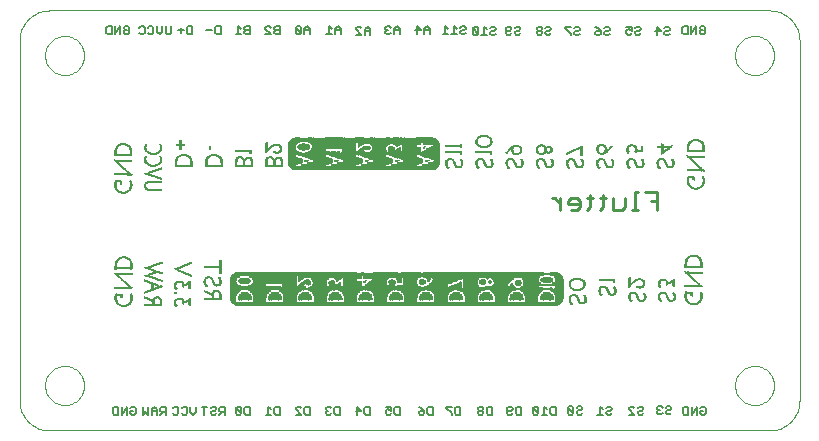
<source format=gbo>
G75*
%MOIN*%
%OFA0B0*%
%FSLAX24Y24*%
%IPPOS*%
%LPD*%
%AMOC8*
5,1,8,0,0,1.08239X$1,22.5*
%
%ADD10C,0.0000*%
%ADD11C,0.0110*%
%ADD12R,0.0007X0.0007*%
%ADD13R,0.0007X0.0014*%
%ADD14R,0.0007X0.0105*%
%ADD15R,0.0007X0.0168*%
%ADD16R,0.0007X0.0021*%
%ADD17R,0.0007X0.0063*%
%ADD18R,0.0007X0.0160*%
%ADD19R,0.0007X0.0203*%
%ADD20R,0.0007X0.0028*%
%ADD21R,0.0007X0.0202*%
%ADD22R,0.0007X0.0231*%
%ADD23R,0.0007X0.0035*%
%ADD24R,0.0007X0.0063*%
%ADD25R,0.0007X0.0230*%
%ADD26R,0.0007X0.0245*%
%ADD27R,0.0007X0.0042*%
%ADD28R,0.0007X0.0265*%
%ADD29R,0.0007X0.0259*%
%ADD30R,0.0007X0.0049*%
%ADD31R,0.0007X0.0063*%
%ADD32R,0.0007X0.0293*%
%ADD33R,0.0007X0.0272*%
%ADD34R,0.0007X0.0056*%
%ADD35R,0.0007X0.0307*%
%ADD36R,0.0007X0.0286*%
%ADD37R,0.0007X0.0321*%
%ADD38R,0.0007X0.0300*%
%ADD39R,0.0007X0.0070*%
%ADD40R,0.0007X0.0118*%
%ADD41R,0.0007X0.0154*%
%ADD42R,0.0007X0.0077*%
%ADD43R,0.0007X0.0084*%
%ADD44R,0.0007X0.0119*%
%ADD45R,0.0007X0.0132*%
%ADD46R,0.0007X0.0084*%
%ADD47R,0.0007X0.0111*%
%ADD48R,0.0007X0.0091*%
%ADD49R,0.0007X0.0098*%
%ADD50R,0.0007X0.0104*%
%ADD51R,0.0007X0.0098*%
%ADD52R,0.0007X0.0097*%
%ADD53R,0.0007X0.0105*%
%ADD54R,0.0007X0.0091*%
%ADD55R,0.0007X0.0090*%
%ADD56R,0.0007X0.0112*%
%ADD57R,0.0007X0.0077*%
%ADD58R,0.0007X0.0126*%
%ADD59R,0.0007X0.0077*%
%ADD60R,0.0007X0.0070*%
%ADD61R,0.0007X0.0077*%
%ADD62R,0.0007X0.0070*%
%ADD63R,0.0007X0.0069*%
%ADD64R,0.0007X0.0069*%
%ADD65R,0.0007X0.0146*%
%ADD66R,0.0007X0.0069*%
%ADD67R,0.0007X0.0146*%
%ADD68R,0.0007X0.0076*%
%ADD69R,0.0007X0.0076*%
%ADD70R,0.0007X0.0146*%
%ADD71R,0.0007X0.0139*%
%ADD72R,0.0007X0.0139*%
%ADD73R,0.0007X0.0069*%
%ADD74R,0.0007X0.0132*%
%ADD75R,0.0007X0.0118*%
%ADD76R,0.0007X0.0077*%
%ADD77R,0.0007X0.0056*%
%ADD78R,0.0007X0.0077*%
%ADD79R,0.0007X0.0133*%
%ADD80R,0.0007X0.0084*%
%ADD81R,0.0007X0.0126*%
%ADD82R,0.0007X0.0119*%
%ADD83R,0.0007X0.0112*%
%ADD84R,0.0007X0.0097*%
%ADD85R,0.0007X0.0105*%
%ADD86R,0.0007X0.0104*%
%ADD87R,0.0007X0.0098*%
%ADD88R,0.0007X0.0111*%
%ADD89R,0.0007X0.0091*%
%ADD90R,0.0007X0.0007*%
%ADD91R,0.0007X0.0125*%
%ADD92R,0.0007X0.0139*%
%ADD93R,0.0007X0.0083*%
%ADD94R,0.0007X0.0307*%
%ADD95R,0.0007X0.0307*%
%ADD96R,0.0007X0.0049*%
%ADD97R,0.0007X0.0293*%
%ADD98R,0.0007X0.0259*%
%ADD99R,0.0007X0.0042*%
%ADD100R,0.0007X0.0279*%
%ADD101R,0.0007X0.0035*%
%ADD102R,0.0007X0.0251*%
%ADD103R,0.0007X0.0224*%
%ADD104R,0.0007X0.0035*%
%ADD105R,0.0007X0.0223*%
%ADD106R,0.0007X0.0181*%
%ADD107R,0.0007X0.0161*%
%ADD108R,0.0007X0.0021*%
%ADD109R,0.0007X0.0132*%
%ADD110R,0.0007X0.0014*%
%ADD111R,0.0007X0.0007*%
%ADD112R,0.0007X0.0014*%
%ADD113R,0.0007X0.0140*%
%ADD114R,0.0007X0.0014*%
%ADD115R,0.0007X0.0161*%
%ADD116R,0.0007X0.0188*%
%ADD117R,0.0007X0.0196*%
%ADD118R,0.0007X0.0028*%
%ADD119R,0.0007X0.0182*%
%ADD120R,0.0007X0.0216*%
%ADD121R,0.0007X0.0209*%
%ADD122R,0.0007X0.0230*%
%ADD123R,0.0007X0.0217*%
%ADD124R,0.0007X0.0230*%
%ADD125R,0.0007X0.0237*%
%ADD126R,0.0007X0.0231*%
%ADD127R,0.0007X0.0237*%
%ADD128R,0.0007X0.0237*%
%ADD129R,0.0007X0.0042*%
%ADD130R,0.0007X0.0245*%
%ADD131R,0.0007X0.0041*%
%ADD132R,0.0007X0.0090*%
%ADD133R,0.0007X0.0020*%
%ADD134R,0.0007X0.0084*%
%ADD135R,0.0007X0.0028*%
%ADD136R,0.0007X0.0083*%
%ADD137R,0.0007X0.0006*%
%ADD138R,0.0007X0.0007*%
%ADD139R,0.0007X0.0076*%
%ADD140R,0.0007X0.0049*%
%ADD141R,0.0007X0.0042*%
%ADD142R,0.0007X0.0042*%
%ADD143R,0.0007X0.0056*%
%ADD144R,0.0007X0.0049*%
%ADD145R,0.0007X0.0049*%
%ADD146R,0.0007X0.0042*%
%ADD147R,0.0007X0.0049*%
%ADD148R,0.0007X0.0069*%
%ADD149R,0.0007X0.0013*%
%ADD150R,0.0007X0.0020*%
%ADD151R,0.0007X0.0041*%
%ADD152R,0.0007X0.0237*%
%ADD153R,0.0007X0.0223*%
%ADD154R,0.0007X0.0209*%
%ADD155R,0.0007X0.0188*%
%ADD156R,0.0007X0.0189*%
%ADD157R,0.0007X0.0168*%
%ADD158R,0.0007X0.0133*%
%ADD159R,0.0007X0.0140*%
%ADD160R,0.0007X0.0161*%
%ADD161R,0.0007X0.0273*%
%ADD162R,0.0007X0.0287*%
%ADD163R,0.0007X0.0301*%
%ADD164R,0.0007X0.0308*%
%ADD165R,0.0007X0.0133*%
%ADD166R,0.0007X0.0301*%
%ADD167R,0.0007X0.0062*%
%ADD168R,0.0007X0.0301*%
%ADD169R,0.0007X0.0062*%
%ADD170R,0.0007X0.0062*%
%ADD171R,0.0007X0.0062*%
%ADD172R,0.0007X0.0083*%
%ADD173R,0.0007X0.0112*%
%ADD174R,0.0007X0.0182*%
%ADD175R,0.0007X0.0294*%
%ADD176R,0.0007X0.0280*%
%ADD177R,0.0007X0.0273*%
%ADD178R,0.0007X0.0252*%
%ADD179R,0.0007X0.0238*%
%ADD180R,0.0007X0.0210*%
%ADD181R,0.0007X0.0175*%
%ADD182R,0.0007X0.0203*%
%ADD183R,0.0007X0.0224*%
%ADD184R,0.0007X0.0287*%
%ADD185R,0.0007X0.0308*%
%ADD186R,0.0007X0.0154*%
%ADD187R,0.0007X0.0154*%
%ADD188R,0.0007X0.0069*%
%ADD189R,0.0007X0.0062*%
%ADD190R,0.0007X0.0182*%
%ADD191R,0.0007X0.0294*%
%ADD192R,0.0007X0.0280*%
%ADD193R,0.0007X0.0238*%
%ADD194R,0.0007X0.0210*%
%ADD195R,0.0007X0.0175*%
%ADD196R,0.0007X0.0266*%
%ADD197R,0.0007X0.0294*%
%ADD198R,0.0007X0.0154*%
%ADD199R,0.0007X0.0112*%
%ADD200R,0.0007X0.0266*%
%ADD201R,0.0007X0.0245*%
%ADD202R,0.0007X0.0119*%
%ADD203R,0.0007X0.0119*%
%ADD204R,0.0007X0.0119*%
%ADD205R,0.0007X0.0140*%
%ADD206R,0.0007X0.0231*%
%ADD207R,0.0007X0.0196*%
%ADD208R,0.0007X0.0357*%
%ADD209R,0.0007X0.0350*%
%ADD210R,0.0007X0.0343*%
%ADD211R,0.0007X0.0252*%
%ADD212R,0.0007X0.0336*%
%ADD213R,0.0007X0.0329*%
%ADD214R,0.0007X0.0322*%
%ADD215R,0.0007X0.0315*%
%ADD216R,0.0007X0.0084*%
%ADD217R,0.0007X0.0217*%
%ADD218R,0.0007X0.0203*%
%ADD219R,0.0007X0.0147*%
%ADD220R,0.0007X0.0664*%
%ADD221R,0.0007X0.0720*%
%ADD222R,0.0007X0.0769*%
%ADD223R,0.0007X0.0797*%
%ADD224R,0.0007X0.0825*%
%ADD225R,0.0007X0.0853*%
%ADD226R,0.0007X0.0874*%
%ADD227R,0.0007X0.0888*%
%ADD228R,0.0007X0.0909*%
%ADD229R,0.0007X0.0923*%
%ADD230R,0.0007X0.0937*%
%ADD231R,0.0007X0.0951*%
%ADD232R,0.0007X0.0965*%
%ADD233R,0.0007X0.0972*%
%ADD234R,0.0007X0.0986*%
%ADD235R,0.0007X0.1000*%
%ADD236R,0.0007X0.1006*%
%ADD237R,0.0007X0.1013*%
%ADD238R,0.0007X0.1020*%
%ADD239R,0.0007X0.1027*%
%ADD240R,0.0007X0.1034*%
%ADD241R,0.0007X0.1041*%
%ADD242R,0.0007X0.1048*%
%ADD243R,0.0007X0.1048*%
%ADD244R,0.0007X0.1055*%
%ADD245R,0.0007X0.1062*%
%ADD246R,0.0007X0.1069*%
%ADD247R,0.0007X0.1069*%
%ADD248R,0.0007X0.1076*%
%ADD249R,0.0007X0.1076*%
%ADD250R,0.0007X0.0293*%
%ADD251R,0.0007X0.0727*%
%ADD252R,0.0007X0.0272*%
%ADD253R,0.0007X0.0189*%
%ADD254R,0.0007X0.0258*%
%ADD255R,0.0007X0.0287*%
%ADD256R,0.0007X0.0244*%
%ADD257R,0.0007X0.0216*%
%ADD258R,0.0007X0.0147*%
%ADD259R,0.0007X0.0119*%
%ADD260R,0.0007X0.0259*%
%ADD261R,0.0007X0.0195*%
%ADD262R,0.0007X0.0188*%
%ADD263R,0.0007X0.0181*%
%ADD264R,0.0007X0.0174*%
%ADD265R,0.0007X0.0174*%
%ADD266R,0.0007X0.0126*%
%ADD267R,0.0007X0.0224*%
%ADD268R,0.0007X0.0167*%
%ADD269R,0.0007X0.0167*%
%ADD270R,0.0007X0.0160*%
%ADD271R,0.0007X0.0147*%
%ADD272R,0.0007X0.0153*%
%ADD273R,0.0007X0.0189*%
%ADD274R,0.0007X0.0196*%
%ADD275R,0.0007X0.0153*%
%ADD276R,0.0007X0.0182*%
%ADD277R,0.0007X0.0139*%
%ADD278R,0.0007X0.0132*%
%ADD279R,0.0007X0.0139*%
%ADD280R,0.0007X0.0132*%
%ADD281R,0.0007X0.0147*%
%ADD282R,0.0007X0.0175*%
%ADD283R,0.0007X0.0182*%
%ADD284R,0.0007X0.0182*%
%ADD285R,0.0007X0.0238*%
%ADD286R,0.0007X0.0153*%
%ADD287R,0.0007X0.0217*%
%ADD288R,0.0007X0.0181*%
%ADD289R,0.0007X0.0217*%
%ADD290R,0.0007X0.0195*%
%ADD291R,0.0007X0.0202*%
%ADD292R,0.0007X0.0189*%
%ADD293R,0.0007X0.0202*%
%ADD294R,0.0007X0.0244*%
%ADD295R,0.0007X0.0174*%
%ADD296R,0.0007X0.0251*%
%ADD297R,0.0007X0.0251*%
%ADD298R,0.0007X0.0265*%
%ADD299R,0.0007X0.0286*%
%ADD300R,0.0007X0.0209*%
%ADD301R,0.0007X0.0223*%
%ADD302R,0.0007X0.0314*%
%ADD303R,0.0007X0.0273*%
%ADD304R,0.0007X0.0321*%
%ADD305R,0.0007X0.0342*%
%ADD306R,0.0007X0.0356*%
%ADD307R,0.0007X0.0370*%
%ADD308R,0.0007X0.0398*%
%ADD309R,0.0007X0.0747*%
%ADD310R,0.0007X0.0754*%
%ADD311R,0.0007X0.0754*%
%ADD312R,0.0007X0.0754*%
%ADD313R,0.0007X0.0761*%
%ADD314R,0.0007X0.0761*%
%ADD315R,0.0007X0.0768*%
%ADD316R,0.0007X0.0308*%
%ADD317R,0.0007X0.1083*%
%ADD318R,0.0007X0.1083*%
%ADD319R,0.0007X0.1083*%
%ADD320R,0.0007X0.0398*%
%ADD321R,0.0007X0.0287*%
%ADD322R,0.0007X0.0398*%
%ADD323R,0.0007X0.0112*%
%ADD324R,0.0007X0.0266*%
%ADD325R,0.0007X0.0189*%
%ADD326R,0.0007X0.0167*%
%ADD327R,0.0007X0.0167*%
%ADD328R,0.0007X0.0195*%
%ADD329R,0.0007X0.0202*%
%ADD330R,0.0007X0.0202*%
%ADD331R,0.0007X0.0217*%
%ADD332R,0.0007X0.0244*%
%ADD333R,0.0007X0.0007*%
%ADD334R,0.0007X0.0252*%
%ADD335R,0.0007X0.0747*%
%ADD336R,0.0007X0.0768*%
%ADD337R,0.0007X0.0335*%
%ADD338R,0.0007X0.0335*%
%ADD339R,0.0007X0.0328*%
%ADD340R,0.0007X0.0314*%
%ADD341R,0.0007X0.0300*%
%ADD342R,0.0007X0.0279*%
%ADD343R,0.0007X0.0252*%
%ADD344R,0.0007X0.0279*%
%ADD345R,0.0007X0.0272*%
%ADD346R,0.0007X0.0258*%
%ADD347R,0.0007X0.0168*%
%ADD348R,0.0007X0.0258*%
%ADD349R,0.0007X0.0147*%
%ADD350R,0.0007X0.0328*%
%ADD351R,0.0007X0.0216*%
%ADD352R,0.0007X0.0210*%
%ADD353R,0.0007X0.0112*%
%ADD354R,0.0007X0.0279*%
%ADD355R,0.0007X0.0363*%
%ADD356R,0.0007X0.0747*%
%ADD357R,0.0007X0.0349*%
%ADD358R,0.0007X0.0678*%
%ADD359R,0.0007X0.0328*%
%ADD360R,0.0007X0.0314*%
%ADD361R,0.0007X0.0286*%
%ADD362R,0.0007X0.0244*%
%ADD363R,0.0007X0.0315*%
%ADD364R,0.0007X0.0147*%
%ADD365R,0.0007X0.0322*%
%ADD366R,0.0007X0.0322*%
%ADD367R,0.0007X0.0329*%
%ADD368R,0.0007X0.0329*%
%ADD369R,0.0007X0.0329*%
%ADD370R,0.0007X0.0335*%
%ADD371R,0.0007X0.0321*%
%ADD372R,0.0007X0.0265*%
%ADD373R,0.0007X0.0307*%
%ADD374R,0.0007X0.0342*%
%ADD375R,0.0007X0.0356*%
%ADD376R,0.0007X0.0356*%
%ADD377R,0.0007X0.0370*%
%ADD378R,0.0007X0.0384*%
%ADD379R,0.0007X0.0272*%
%ADD380R,0.0007X0.0287*%
%ADD381R,0.0007X0.0768*%
%ADD382R,0.0007X0.0252*%
%ADD383R,0.0007X0.0280*%
%ADD384R,0.0007X0.0007*%
%ADD385R,0.0007X0.0370*%
%ADD386R,0.0007X0.0377*%
%ADD387R,0.0007X0.0391*%
%ADD388R,0.0007X0.0391*%
%ADD389R,0.0007X0.0412*%
%ADD390R,0.0007X0.0419*%
%ADD391R,0.0007X0.0426*%
%ADD392R,0.0007X0.0433*%
%ADD393R,0.0007X0.0440*%
%ADD394R,0.0007X0.0447*%
%ADD395R,0.0007X0.0454*%
%ADD396R,0.0007X0.0454*%
%ADD397R,0.0007X0.0468*%
%ADD398R,0.0007X0.0475*%
%ADD399R,0.0007X0.0475*%
%ADD400R,0.0007X0.0489*%
%ADD401R,0.0007X0.0747*%
%ADD402R,0.0007X0.0747*%
%ADD403R,0.0007X0.0287*%
%ADD404R,0.0007X0.1041*%
%ADD405R,0.0007X0.1034*%
%ADD406R,0.0007X0.1000*%
%ADD407R,0.0007X0.0993*%
%ADD408R,0.0007X0.0979*%
%ADD409R,0.0007X0.0972*%
%ADD410R,0.0007X0.0958*%
%ADD411R,0.0007X0.0944*%
%ADD412R,0.0007X0.0930*%
%ADD413R,0.0007X0.0916*%
%ADD414R,0.0007X0.0902*%
%ADD415R,0.0007X0.0881*%
%ADD416R,0.0007X0.0867*%
%ADD417R,0.0007X0.0839*%
%ADD418R,0.0007X0.0818*%
%ADD419R,0.0007X0.0790*%
%ADD420R,0.0007X0.0748*%
%ADD421R,0.0007X0.0706*%
%ADD422R,0.0007X0.0608*%
%ADD423R,0.0007X0.0084*%
%ADD424R,0.0007X0.0252*%
%ADD425R,0.0007X0.0104*%
%ADD426R,0.0007X0.0111*%
%ADD427R,0.0007X0.0322*%
%ADD428R,0.0007X0.0336*%
%ADD429R,0.0007X0.0217*%
%ADD430R,0.0007X0.0189*%
%ADD431R,0.0007X0.0014*%
%ADD432R,0.0007X0.0378*%
%ADD433R,0.0007X0.0371*%
%ADD434R,0.0007X0.0364*%
%ADD435R,0.0007X0.0357*%
%ADD436R,0.0007X0.0350*%
%ADD437R,0.0007X0.0343*%
%ADD438R,0.0007X0.0118*%
%ADD439R,0.0007X0.0154*%
%ADD440R,0.0007X0.0097*%
%ADD441R,0.0007X0.0097*%
%ADD442R,0.0007X0.0027*%
%ADD443R,0.0007X0.0055*%
%ADD444R,0.0007X0.0224*%
%ADD445R,0.0007X0.0021*%
%ADD446R,0.0007X0.0097*%
%ADD447R,0.0007X0.0104*%
%ADD448R,0.0007X0.0048*%
%ADD449R,0.0007X0.0014*%
%ADD450R,0.0007X0.0055*%
%ADD451R,0.0007X0.0055*%
%ADD452R,0.0007X0.0048*%
%ADD453R,0.0007X0.0048*%
%ADD454R,0.0007X0.0062*%
%ADD455R,0.0007X0.0259*%
%ADD456R,0.0007X0.0104*%
%ADD457R,0.0007X0.0462*%
%ADD458R,0.0007X0.0462*%
%ADD459R,0.0007X0.0259*%
%ADD460R,0.0007X0.0462*%
%ADD461R,0.0007X0.0671*%
%ADD462R,0.0007X0.0713*%
%ADD463R,0.0007X0.0755*%
%ADD464R,0.0007X0.0811*%
%ADD465R,0.0007X0.0839*%
%ADD466R,0.0007X0.0867*%
%ADD467R,0.0007X0.0881*%
%ADD468R,0.0007X0.0923*%
%ADD469R,0.0007X0.0937*%
%ADD470R,0.0007X0.0965*%
%ADD471R,0.0007X0.0979*%
%ADD472R,0.0007X0.0993*%
%ADD473R,0.0007X0.1007*%
%ADD474R,0.0007X0.1021*%
%ADD475R,0.0007X0.1035*%
%ADD476R,0.0007X0.1035*%
%ADD477R,0.0007X0.1049*%
%ADD478R,0.0007X0.1049*%
%ADD479R,0.0007X0.1063*%
%ADD480R,0.0007X0.1063*%
%ADD481R,0.0007X0.1077*%
%ADD482R,0.0007X0.1077*%
%ADD483R,0.0007X0.1084*%
%ADD484R,0.0007X0.0846*%
%ADD485R,0.0007X0.0433*%
%ADD486R,0.0007X0.0405*%
%ADD487R,0.0007X0.0160*%
%ADD488R,0.0007X0.0125*%
%ADD489R,0.0007X0.0377*%
%ADD490R,0.0007X0.0419*%
%ADD491R,0.0007X0.0769*%
%ADD492R,0.0007X0.0818*%
%ADD493R,0.0007X0.1119*%
%ADD494R,0.0007X0.1119*%
%ADD495R,0.0007X0.1119*%
%ADD496R,0.0007X0.0392*%
%ADD497R,0.0007X0.0392*%
%ADD498R,0.0007X0.0392*%
%ADD499R,0.0007X0.0167*%
%ADD500R,0.0007X0.0132*%
%ADD501R,0.0007X0.0727*%
%ADD502R,0.0007X0.0734*%
%ADD503R,0.0007X0.0755*%
%ADD504R,0.0007X0.0790*%
%ADD505R,0.0007X0.0329*%
%ADD506R,0.0007X0.0097*%
%ADD507R,0.0007X0.0307*%
%ADD508R,0.0007X0.0342*%
%ADD509R,0.0007X0.0734*%
%ADD510R,0.0007X0.0769*%
%ADD511R,0.0007X0.0727*%
%ADD512R,0.0007X0.0315*%
%ADD513R,0.0007X0.0440*%
%ADD514R,0.0007X0.0202*%
%ADD515R,0.0007X0.0209*%
%ADD516R,0.0007X0.0363*%
%ADD517R,0.0007X0.0363*%
%ADD518R,0.0007X0.0349*%
%ADD519R,0.0007X0.0349*%
%ADD520R,0.0007X0.0279*%
%ADD521R,0.0007X0.0566*%
%ADD522R,0.0007X0.0517*%
%ADD523R,0.0007X0.0489*%
%ADD524R,0.0007X0.0447*%
%ADD525R,0.0007X0.0433*%
%ADD526R,0.0007X0.0419*%
%ADD527R,0.0007X0.0412*%
%ADD528R,0.0007X0.0391*%
%ADD529R,0.0007X0.0237*%
%ADD530R,0.0007X0.0342*%
%ADD531R,0.0007X0.0405*%
%ADD532R,0.0007X0.0412*%
%ADD533R,0.0007X0.0461*%
%ADD534R,0.0007X0.0496*%
%ADD535R,0.0007X0.0734*%
%ADD536R,0.0007X0.0384*%
%ADD537R,0.0007X0.0384*%
%ADD538R,0.0007X0.0384*%
%ADD539R,0.0007X0.0377*%
%ADD540R,0.0007X0.0384*%
%ADD541R,0.0007X0.0377*%
%ADD542R,0.0007X0.0167*%
%ADD543R,0.0007X0.0357*%
%ADD544R,0.0007X0.0357*%
%ADD545R,0.0007X0.0357*%
%ADD546R,0.0007X0.0727*%
%ADD547R,0.0007X0.0818*%
%ADD548R,0.0007X0.0762*%
%ADD549R,0.0007X0.0342*%
%ADD550R,0.0007X0.0307*%
%ADD551R,0.0007X0.0349*%
%ADD552R,0.0007X0.0461*%
%ADD553R,0.0007X0.0713*%
%ADD554R,0.0007X0.0427*%
%ADD555R,0.0007X0.0427*%
%ADD556R,0.0007X0.0420*%
%ADD557R,0.0007X0.0420*%
%ADD558R,0.0007X0.0413*%
%ADD559R,0.0007X0.0413*%
%ADD560R,0.0007X0.0413*%
%ADD561R,0.0007X0.0406*%
%ADD562R,0.0007X0.0406*%
%ADD563R,0.0007X0.0399*%
%ADD564R,0.0007X0.0399*%
%ADD565R,0.0007X0.0385*%
%ADD566R,0.0007X0.0385*%
%ADD567R,0.0007X0.0378*%
%ADD568R,0.0007X0.0371*%
%ADD569R,0.0007X0.0364*%
%ADD570R,0.0007X0.0174*%
%ADD571R,0.0007X0.0364*%
%ADD572R,0.0007X0.0174*%
%ADD573R,0.0007X0.0336*%
%ADD574R,0.0007X0.0790*%
%ADD575R,0.0007X0.0461*%
%ADD576R,0.0007X0.0090*%
%ADD577R,0.0007X0.0209*%
%ADD578R,0.0007X0.0349*%
%ADD579R,0.0007X0.0769*%
%ADD580R,0.0007X0.0434*%
%ADD581R,0.0007X0.0678*%
%ADD582R,0.0007X0.0385*%
%ADD583R,0.0007X0.0378*%
%ADD584R,0.0007X0.0244*%
%ADD585R,0.0007X0.0279*%
%ADD586R,0.0007X0.0154*%
%ADD587R,0.0007X0.0755*%
%ADD588R,0.0007X0.0496*%
%ADD589R,0.0007X0.0104*%
%ADD590R,0.0007X0.0510*%
%ADD591R,0.0007X0.0811*%
%ADD592R,0.0007X0.1112*%
%ADD593R,0.0007X0.1112*%
%ADD594R,0.0007X0.1105*%
%ADD595R,0.0007X0.1105*%
%ADD596R,0.0007X0.1091*%
%ADD597R,0.0007X0.1091*%
%ADD598R,0.0007X0.1084*%
%ADD599R,0.0007X0.1077*%
%ADD600R,0.0007X0.1063*%
%ADD601R,0.0007X0.1042*%
%ADD602R,0.0007X0.1028*%
%ADD603R,0.0007X0.1021*%
%ADD604R,0.0007X0.1007*%
%ADD605R,0.0007X0.0930*%
%ADD606R,0.0007X0.0909*%
%ADD607R,0.0007X0.0895*%
%ADD608R,0.0007X0.0881*%
%ADD609R,0.0007X0.0853*%
%ADD610R,0.0007X0.0832*%
%ADD611R,0.0007X0.0783*%
%ADD612R,0.0007X0.0741*%
%ADD613R,0.0007X0.0699*%
%ADD614R,0.0007X0.0629*%
%ADD615R,0.0007X0.0350*%
%ADD616R,0.0007X0.0224*%
%ADD617C,0.0050*%
D10*
X001140Y003015D02*
X025140Y003015D01*
X025200Y003017D01*
X025261Y003022D01*
X025320Y003031D01*
X025379Y003044D01*
X025438Y003060D01*
X025495Y003080D01*
X025550Y003103D01*
X025605Y003130D01*
X025657Y003159D01*
X025708Y003192D01*
X025757Y003228D01*
X025803Y003266D01*
X025847Y003308D01*
X025889Y003352D01*
X025927Y003398D01*
X025963Y003447D01*
X025996Y003498D01*
X026025Y003550D01*
X026052Y003605D01*
X026075Y003660D01*
X026095Y003717D01*
X026111Y003776D01*
X026124Y003835D01*
X026133Y003894D01*
X026138Y003955D01*
X026140Y004015D01*
X026140Y016015D01*
X026138Y016075D01*
X026133Y016136D01*
X026124Y016195D01*
X026111Y016254D01*
X026095Y016313D01*
X026075Y016370D01*
X026052Y016425D01*
X026025Y016480D01*
X025996Y016532D01*
X025963Y016583D01*
X025927Y016632D01*
X025889Y016678D01*
X025847Y016722D01*
X025803Y016764D01*
X025757Y016802D01*
X025708Y016838D01*
X025657Y016871D01*
X025605Y016900D01*
X025550Y016927D01*
X025495Y016950D01*
X025438Y016970D01*
X025379Y016986D01*
X025320Y016999D01*
X025261Y017008D01*
X025200Y017013D01*
X025140Y017015D01*
X001140Y017015D01*
X001080Y017013D01*
X001019Y017008D01*
X000960Y016999D01*
X000901Y016986D01*
X000842Y016970D01*
X000785Y016950D01*
X000730Y016927D01*
X000675Y016900D01*
X000623Y016871D01*
X000572Y016838D01*
X000523Y016802D01*
X000477Y016764D01*
X000433Y016722D01*
X000391Y016678D01*
X000353Y016632D01*
X000317Y016583D01*
X000284Y016532D01*
X000255Y016480D01*
X000228Y016425D01*
X000205Y016370D01*
X000185Y016313D01*
X000169Y016254D01*
X000156Y016195D01*
X000147Y016136D01*
X000142Y016075D01*
X000140Y016015D01*
X000140Y004015D01*
X000142Y003955D01*
X000147Y003894D01*
X000156Y003835D01*
X000169Y003776D01*
X000185Y003717D01*
X000205Y003660D01*
X000228Y003605D01*
X000255Y003550D01*
X000284Y003498D01*
X000317Y003447D01*
X000353Y003398D01*
X000391Y003352D01*
X000433Y003308D01*
X000477Y003266D01*
X000523Y003228D01*
X000572Y003192D01*
X000623Y003159D01*
X000675Y003130D01*
X000730Y003103D01*
X000785Y003080D01*
X000842Y003060D01*
X000901Y003044D01*
X000960Y003031D01*
X001019Y003022D01*
X001080Y003017D01*
X001140Y003015D01*
X000990Y004515D02*
X000992Y004565D01*
X000998Y004615D01*
X001008Y004665D01*
X001021Y004713D01*
X001038Y004761D01*
X001059Y004807D01*
X001083Y004851D01*
X001111Y004893D01*
X001142Y004933D01*
X001176Y004970D01*
X001213Y005005D01*
X001252Y005036D01*
X001293Y005065D01*
X001337Y005090D01*
X001383Y005112D01*
X001430Y005130D01*
X001478Y005144D01*
X001527Y005155D01*
X001577Y005162D01*
X001627Y005165D01*
X001678Y005164D01*
X001728Y005159D01*
X001778Y005150D01*
X001826Y005138D01*
X001874Y005121D01*
X001920Y005101D01*
X001965Y005078D01*
X002008Y005051D01*
X002048Y005021D01*
X002086Y004988D01*
X002121Y004952D01*
X002154Y004913D01*
X002183Y004872D01*
X002209Y004829D01*
X002232Y004784D01*
X002251Y004737D01*
X002266Y004689D01*
X002278Y004640D01*
X002286Y004590D01*
X002290Y004540D01*
X002290Y004490D01*
X002286Y004440D01*
X002278Y004390D01*
X002266Y004341D01*
X002251Y004293D01*
X002232Y004246D01*
X002209Y004201D01*
X002183Y004158D01*
X002154Y004117D01*
X002121Y004078D01*
X002086Y004042D01*
X002048Y004009D01*
X002008Y003979D01*
X001965Y003952D01*
X001920Y003929D01*
X001874Y003909D01*
X001826Y003892D01*
X001778Y003880D01*
X001728Y003871D01*
X001678Y003866D01*
X001627Y003865D01*
X001577Y003868D01*
X001527Y003875D01*
X001478Y003886D01*
X001430Y003900D01*
X001383Y003918D01*
X001337Y003940D01*
X001293Y003965D01*
X001252Y003994D01*
X001213Y004025D01*
X001176Y004060D01*
X001142Y004097D01*
X001111Y004137D01*
X001083Y004179D01*
X001059Y004223D01*
X001038Y004269D01*
X001021Y004317D01*
X001008Y004365D01*
X000998Y004415D01*
X000992Y004465D01*
X000990Y004515D01*
X023990Y004515D02*
X023992Y004565D01*
X023998Y004615D01*
X024008Y004665D01*
X024021Y004713D01*
X024038Y004761D01*
X024059Y004807D01*
X024083Y004851D01*
X024111Y004893D01*
X024142Y004933D01*
X024176Y004970D01*
X024213Y005005D01*
X024252Y005036D01*
X024293Y005065D01*
X024337Y005090D01*
X024383Y005112D01*
X024430Y005130D01*
X024478Y005144D01*
X024527Y005155D01*
X024577Y005162D01*
X024627Y005165D01*
X024678Y005164D01*
X024728Y005159D01*
X024778Y005150D01*
X024826Y005138D01*
X024874Y005121D01*
X024920Y005101D01*
X024965Y005078D01*
X025008Y005051D01*
X025048Y005021D01*
X025086Y004988D01*
X025121Y004952D01*
X025154Y004913D01*
X025183Y004872D01*
X025209Y004829D01*
X025232Y004784D01*
X025251Y004737D01*
X025266Y004689D01*
X025278Y004640D01*
X025286Y004590D01*
X025290Y004540D01*
X025290Y004490D01*
X025286Y004440D01*
X025278Y004390D01*
X025266Y004341D01*
X025251Y004293D01*
X025232Y004246D01*
X025209Y004201D01*
X025183Y004158D01*
X025154Y004117D01*
X025121Y004078D01*
X025086Y004042D01*
X025048Y004009D01*
X025008Y003979D01*
X024965Y003952D01*
X024920Y003929D01*
X024874Y003909D01*
X024826Y003892D01*
X024778Y003880D01*
X024728Y003871D01*
X024678Y003866D01*
X024627Y003865D01*
X024577Y003868D01*
X024527Y003875D01*
X024478Y003886D01*
X024430Y003900D01*
X024383Y003918D01*
X024337Y003940D01*
X024293Y003965D01*
X024252Y003994D01*
X024213Y004025D01*
X024176Y004060D01*
X024142Y004097D01*
X024111Y004137D01*
X024083Y004179D01*
X024059Y004223D01*
X024038Y004269D01*
X024021Y004317D01*
X024008Y004365D01*
X023998Y004415D01*
X023992Y004465D01*
X023990Y004515D01*
X023990Y015515D02*
X023992Y015565D01*
X023998Y015615D01*
X024008Y015665D01*
X024021Y015713D01*
X024038Y015761D01*
X024059Y015807D01*
X024083Y015851D01*
X024111Y015893D01*
X024142Y015933D01*
X024176Y015970D01*
X024213Y016005D01*
X024252Y016036D01*
X024293Y016065D01*
X024337Y016090D01*
X024383Y016112D01*
X024430Y016130D01*
X024478Y016144D01*
X024527Y016155D01*
X024577Y016162D01*
X024627Y016165D01*
X024678Y016164D01*
X024728Y016159D01*
X024778Y016150D01*
X024826Y016138D01*
X024874Y016121D01*
X024920Y016101D01*
X024965Y016078D01*
X025008Y016051D01*
X025048Y016021D01*
X025086Y015988D01*
X025121Y015952D01*
X025154Y015913D01*
X025183Y015872D01*
X025209Y015829D01*
X025232Y015784D01*
X025251Y015737D01*
X025266Y015689D01*
X025278Y015640D01*
X025286Y015590D01*
X025290Y015540D01*
X025290Y015490D01*
X025286Y015440D01*
X025278Y015390D01*
X025266Y015341D01*
X025251Y015293D01*
X025232Y015246D01*
X025209Y015201D01*
X025183Y015158D01*
X025154Y015117D01*
X025121Y015078D01*
X025086Y015042D01*
X025048Y015009D01*
X025008Y014979D01*
X024965Y014952D01*
X024920Y014929D01*
X024874Y014909D01*
X024826Y014892D01*
X024778Y014880D01*
X024728Y014871D01*
X024678Y014866D01*
X024627Y014865D01*
X024577Y014868D01*
X024527Y014875D01*
X024478Y014886D01*
X024430Y014900D01*
X024383Y014918D01*
X024337Y014940D01*
X024293Y014965D01*
X024252Y014994D01*
X024213Y015025D01*
X024176Y015060D01*
X024142Y015097D01*
X024111Y015137D01*
X024083Y015179D01*
X024059Y015223D01*
X024038Y015269D01*
X024021Y015317D01*
X024008Y015365D01*
X023998Y015415D01*
X023992Y015465D01*
X023990Y015515D01*
X000990Y015515D02*
X000992Y015565D01*
X000998Y015615D01*
X001008Y015665D01*
X001021Y015713D01*
X001038Y015761D01*
X001059Y015807D01*
X001083Y015851D01*
X001111Y015893D01*
X001142Y015933D01*
X001176Y015970D01*
X001213Y016005D01*
X001252Y016036D01*
X001293Y016065D01*
X001337Y016090D01*
X001383Y016112D01*
X001430Y016130D01*
X001478Y016144D01*
X001527Y016155D01*
X001577Y016162D01*
X001627Y016165D01*
X001678Y016164D01*
X001728Y016159D01*
X001778Y016150D01*
X001826Y016138D01*
X001874Y016121D01*
X001920Y016101D01*
X001965Y016078D01*
X002008Y016051D01*
X002048Y016021D01*
X002086Y015988D01*
X002121Y015952D01*
X002154Y015913D01*
X002183Y015872D01*
X002209Y015829D01*
X002232Y015784D01*
X002251Y015737D01*
X002266Y015689D01*
X002278Y015640D01*
X002286Y015590D01*
X002290Y015540D01*
X002290Y015490D01*
X002286Y015440D01*
X002278Y015390D01*
X002266Y015341D01*
X002251Y015293D01*
X002232Y015246D01*
X002209Y015201D01*
X002183Y015158D01*
X002154Y015117D01*
X002121Y015078D01*
X002086Y015042D01*
X002048Y015009D01*
X002008Y014979D01*
X001965Y014952D01*
X001920Y014929D01*
X001874Y014909D01*
X001826Y014892D01*
X001778Y014880D01*
X001728Y014871D01*
X001678Y014866D01*
X001627Y014865D01*
X001577Y014868D01*
X001527Y014875D01*
X001478Y014886D01*
X001430Y014900D01*
X001383Y014918D01*
X001337Y014940D01*
X001293Y014965D01*
X001252Y014994D01*
X001213Y015025D01*
X001176Y015060D01*
X001142Y015097D01*
X001111Y015137D01*
X001083Y015179D01*
X001059Y015223D01*
X001038Y015269D01*
X001021Y015317D01*
X001008Y015365D01*
X000998Y015415D01*
X000992Y015465D01*
X000990Y015515D01*
D11*
X017877Y010764D02*
X017975Y010764D01*
X018172Y010567D01*
X018172Y010370D02*
X018172Y010764D01*
X018423Y010665D02*
X018423Y010567D01*
X018817Y010567D01*
X018817Y010665D02*
X018718Y010764D01*
X018521Y010764D01*
X018423Y010665D01*
X018521Y010370D02*
X018718Y010370D01*
X018817Y010468D01*
X018817Y010665D01*
X019050Y010764D02*
X019246Y010764D01*
X019148Y010862D02*
X019148Y010468D01*
X019050Y010370D01*
X019479Y010370D02*
X019578Y010468D01*
X019578Y010862D01*
X019676Y010764D02*
X019479Y010764D01*
X019927Y010764D02*
X019927Y010370D01*
X020222Y010370D01*
X020321Y010468D01*
X020321Y010764D01*
X020652Y010961D02*
X020652Y010370D01*
X020750Y010370D02*
X020553Y010370D01*
X021198Y010665D02*
X021395Y010665D01*
X021395Y010370D02*
X021395Y010961D01*
X021001Y010961D01*
X020750Y010961D02*
X020652Y010961D01*
D12*
X020886Y012024D03*
X019880Y012024D03*
X019915Y012478D03*
X017867Y012024D03*
X016372Y012275D03*
X015855Y012024D03*
X014848Y012024D03*
X013807Y012010D03*
X012808Y012010D03*
X012801Y012010D03*
X011801Y012010D03*
X010788Y012010D03*
X009789Y012010D03*
X009782Y012010D03*
X013702Y012464D03*
X022913Y011450D03*
X011725Y007994D03*
X011718Y007994D03*
X004338Y008180D03*
X004317Y011580D03*
X003318Y012018D03*
D13*
X003325Y012015D03*
X009775Y012014D03*
X010781Y012014D03*
X011780Y012014D03*
X012794Y012014D03*
X013793Y012014D03*
X016490Y011769D03*
X018503Y011769D03*
X020474Y012300D03*
X021927Y012489D03*
X011711Y007991D03*
X006798Y008086D03*
X006421Y007834D03*
X005603Y007799D03*
X004911Y007813D03*
X003842Y007538D03*
X005309Y008386D03*
X005603Y007226D03*
X019586Y007523D03*
X022840Y007596D03*
D14*
X022827Y007851D03*
X021732Y007980D03*
X021508Y007980D03*
X021711Y007540D03*
X019810Y007596D03*
X018957Y007980D03*
X018538Y007791D03*
X018538Y007477D03*
X017539Y007882D03*
X017616Y008239D03*
X017846Y008239D03*
X017860Y008239D03*
X015862Y007952D03*
X015841Y007952D03*
X015827Y007952D03*
X015505Y007952D03*
X012486Y007952D03*
X010474Y007924D03*
X009845Y007945D03*
X007378Y007239D03*
X006651Y007900D03*
X005603Y007914D03*
X003423Y008680D03*
X003395Y011061D03*
X003325Y011201D03*
X003423Y011969D03*
X005421Y012087D03*
X009356Y011751D03*
X009377Y011751D03*
X010376Y011751D03*
X011375Y011751D03*
X012374Y011751D03*
X012395Y011751D03*
X013395Y011751D03*
X013534Y012226D03*
X014422Y011807D03*
X012395Y012268D03*
X011822Y012422D03*
X010390Y012268D03*
X010376Y012268D03*
X016714Y011842D03*
X017441Y011807D03*
X018650Y011989D03*
X019733Y011842D03*
X020460Y011807D03*
X020662Y011989D03*
X021669Y011989D03*
X021746Y011842D03*
X022507Y012106D03*
D15*
X021969Y011916D03*
X020963Y011916D03*
X018950Y011916D03*
X017944Y011916D03*
X013590Y011783D03*
X013576Y011783D03*
X012577Y011783D03*
X012563Y012014D03*
X011557Y012014D03*
X011564Y011783D03*
X010565Y011783D03*
X010558Y011783D03*
X009565Y011783D03*
X009558Y011783D03*
X009544Y012014D03*
X009370Y012300D03*
X009481Y012461D03*
X004338Y012045D03*
X003332Y012253D03*
X007483Y008208D03*
X007832Y008208D03*
X007839Y008208D03*
X007476Y007446D03*
X008482Y007446D03*
X009803Y007949D03*
X010495Y007446D03*
X011501Y007446D03*
X012542Y008208D03*
X012549Y008208D03*
X012563Y008208D03*
X012577Y008208D03*
X012591Y008208D03*
X012605Y008208D03*
X012612Y008208D03*
X013527Y008208D03*
X013653Y008208D03*
X013527Y007963D03*
X013514Y007446D03*
X015526Y007446D03*
X015540Y007949D03*
X015561Y008208D03*
X015575Y008208D03*
X015589Y008208D03*
X015596Y008208D03*
X015610Y008208D03*
X015624Y008208D03*
X015631Y008208D03*
X016721Y007942D03*
X016833Y007942D03*
X017623Y008047D03*
X017630Y008047D03*
X017839Y008047D03*
X017853Y008047D03*
X017986Y008208D03*
X021739Y007942D03*
X022344Y007484D03*
X005610Y007310D03*
X005610Y007876D03*
D16*
X005400Y007746D03*
X004897Y007816D03*
X004352Y008180D03*
X004352Y008431D03*
X005323Y008382D03*
X003912Y007758D03*
X003339Y008240D03*
X005400Y007180D03*
X011704Y007987D03*
X004338Y011580D03*
X003332Y012011D03*
X008622Y012296D03*
X010767Y012010D03*
X011773Y012010D03*
X013674Y012457D03*
X013786Y012010D03*
X021913Y012485D03*
X022416Y012148D03*
X021529Y007812D03*
X020949Y007568D03*
D17*
X020879Y007784D03*
X020851Y007777D03*
X020837Y007777D03*
X020830Y007777D03*
X020809Y007784D03*
X020802Y007784D03*
X020788Y007784D03*
X020774Y007791D03*
X020690Y008008D03*
X020725Y008029D03*
X020739Y008036D03*
X020753Y008043D03*
X020774Y008050D03*
X020788Y008050D03*
X020802Y008057D03*
X020809Y008057D03*
X020830Y008057D03*
X020837Y008057D03*
X020851Y008057D03*
X020865Y008050D03*
X021445Y007896D03*
X021515Y007812D03*
X021557Y007603D03*
X021564Y007603D03*
X021592Y007610D03*
X021606Y007610D03*
X021613Y007610D03*
X021627Y007610D03*
X021543Y007323D03*
X021836Y007344D03*
X021850Y007337D03*
X021864Y007337D03*
X021871Y007337D03*
X021885Y007337D03*
X021899Y007337D03*
X021913Y007337D03*
X022414Y007606D03*
X022428Y007606D03*
X022442Y007606D03*
X022449Y007606D03*
X022463Y007606D03*
X022477Y007606D03*
X022491Y007606D03*
X022491Y007830D03*
X022477Y007830D03*
X022463Y007830D03*
X022449Y007830D03*
X022442Y007830D03*
X022428Y007830D03*
X022414Y007830D03*
X022400Y007830D03*
X022393Y007830D03*
X022379Y007830D03*
X022351Y007830D03*
X022344Y007830D03*
X022505Y007830D03*
X022512Y007830D03*
X022526Y007830D03*
X022554Y007830D03*
X022561Y007830D03*
X022575Y007830D03*
X022589Y007830D03*
X022603Y007830D03*
X022617Y007830D03*
X022624Y007830D03*
X022638Y007830D03*
X022652Y007830D03*
X022666Y007830D03*
X022673Y007830D03*
X022687Y007830D03*
X022701Y007830D03*
X022708Y007830D03*
X022722Y007830D03*
X022736Y007830D03*
X022750Y007830D03*
X022757Y007830D03*
X022771Y007830D03*
X022785Y007830D03*
X022868Y007830D03*
X022868Y008277D03*
X022861Y008277D03*
X022847Y008277D03*
X022820Y008277D03*
X022813Y008277D03*
X022799Y008277D03*
X022785Y008277D03*
X022771Y008277D03*
X022757Y008277D03*
X022750Y008277D03*
X022736Y008277D03*
X022722Y008277D03*
X022708Y008277D03*
X022701Y008277D03*
X022687Y008277D03*
X022673Y008277D03*
X022666Y008277D03*
X022652Y008277D03*
X022638Y008277D03*
X022624Y008277D03*
X022617Y008277D03*
X022603Y008277D03*
X022589Y008277D03*
X022575Y008277D03*
X022561Y008277D03*
X022554Y008277D03*
X022526Y008277D03*
X022512Y008277D03*
X022505Y008277D03*
X022491Y008277D03*
X022477Y008277D03*
X022463Y008277D03*
X022379Y008277D03*
X022400Y008480D03*
X022414Y008480D03*
X022428Y008480D03*
X022442Y008480D03*
X022449Y008480D03*
X022463Y008480D03*
X022477Y008480D03*
X022491Y008480D03*
X022505Y008480D03*
X022512Y008480D03*
X022526Y008480D03*
X022554Y008480D03*
X022561Y008480D03*
X022575Y008480D03*
X022589Y008480D03*
X022603Y008480D03*
X022617Y008480D03*
X022624Y008480D03*
X022638Y008480D03*
X022652Y008480D03*
X022666Y008480D03*
X022673Y008480D03*
X022687Y008480D03*
X022701Y008480D03*
X022708Y008480D03*
X022722Y008480D03*
X022736Y008480D03*
X022750Y008480D03*
X022757Y008480D03*
X022771Y008480D03*
X022785Y008480D03*
X022799Y008480D03*
X022813Y008480D03*
X022820Y008480D03*
X022847Y008480D03*
X022882Y008277D03*
X022896Y008277D03*
X022910Y008277D03*
X021913Y007987D03*
X021899Y007980D03*
X021885Y007973D03*
X021871Y007966D03*
X021864Y007959D03*
X021850Y007952D03*
X021836Y007945D03*
X021829Y007938D03*
X021808Y007924D03*
X021801Y007924D03*
X021787Y007917D03*
X021662Y008036D03*
X021655Y008036D03*
X021627Y008043D03*
X021613Y008043D03*
X021606Y008043D03*
X021564Y008029D03*
X020627Y007603D03*
X020613Y007603D03*
X020606Y007603D03*
X020592Y007603D03*
X020565Y007596D03*
X020837Y007344D03*
X020851Y007337D03*
X020879Y007330D03*
X020886Y007330D03*
X020900Y007330D03*
X020921Y007337D03*
X019943Y007547D03*
X019922Y007540D03*
X019915Y007540D03*
X019901Y007540D03*
X019887Y007540D03*
X019880Y007540D03*
X019866Y007540D03*
X019670Y007805D03*
X019656Y007805D03*
X019628Y007812D03*
X019614Y007812D03*
X019607Y007812D03*
X019565Y007798D03*
X019565Y008036D03*
X019558Y008036D03*
X019544Y008036D03*
X019530Y008036D03*
X019516Y008036D03*
X019509Y008036D03*
X019495Y008036D03*
X019481Y008036D03*
X019474Y008036D03*
X019593Y008036D03*
X019607Y008036D03*
X019614Y008036D03*
X019628Y008036D03*
X019656Y008036D03*
X019670Y008036D03*
X019677Y008036D03*
X019691Y008036D03*
X019705Y008036D03*
X019719Y008036D03*
X019726Y008036D03*
X019740Y008036D03*
X019768Y008036D03*
X019782Y008036D03*
X019789Y008036D03*
X019803Y008036D03*
X019831Y008036D03*
X019838Y008036D03*
X019852Y008036D03*
X019866Y008036D03*
X019880Y008036D03*
X019887Y008036D03*
X019901Y008036D03*
X019915Y008036D03*
X019922Y008036D03*
X019943Y008036D03*
X018866Y008050D03*
X018852Y008057D03*
X018790Y008071D03*
X018783Y008071D03*
X018769Y008071D03*
X018741Y008071D03*
X018727Y008071D03*
X018720Y008071D03*
X018706Y008071D03*
X018678Y008064D03*
X018671Y008064D03*
X018657Y008057D03*
X018475Y007882D03*
X018587Y007519D03*
X018594Y007519D03*
X018608Y007526D03*
X018622Y007526D03*
X018629Y007526D03*
X018657Y007526D03*
X018671Y007519D03*
X018678Y007519D03*
X018475Y007386D03*
X018852Y007267D03*
X018866Y007260D03*
X018880Y007253D03*
X018894Y007253D03*
X018901Y007253D03*
X018915Y007253D03*
X018929Y007253D03*
X017790Y007861D03*
X017783Y007861D03*
X017769Y007861D03*
X017741Y007861D03*
X017734Y007861D03*
X017720Y007861D03*
X017706Y007861D03*
X017692Y007861D03*
X017678Y007861D03*
X015792Y007952D03*
X013688Y007959D03*
X010669Y007924D03*
X006770Y007851D03*
X006742Y007851D03*
X006721Y007851D03*
X006707Y007851D03*
X006693Y007858D03*
X006693Y007662D03*
X006707Y007662D03*
X006721Y007662D03*
X006735Y007662D03*
X006742Y007662D03*
X006560Y007544D03*
X006546Y007551D03*
X006518Y007565D03*
X006483Y007579D03*
X006476Y007586D03*
X006476Y007397D03*
X006483Y007397D03*
X006497Y007397D03*
X006511Y007397D03*
X006518Y007397D03*
X006539Y007397D03*
X006546Y007397D03*
X006560Y007397D03*
X006630Y007397D03*
X006644Y007397D03*
X006658Y007397D03*
X006672Y007397D03*
X006679Y007397D03*
X006693Y007397D03*
X006707Y007397D03*
X006721Y007397D03*
X006735Y007397D03*
X006742Y007397D03*
X006770Y007397D03*
X006784Y007397D03*
X006791Y007397D03*
X006805Y007397D03*
X006449Y007397D03*
X006435Y007397D03*
X006428Y007397D03*
X006414Y007397D03*
X006400Y007397D03*
X006386Y007397D03*
X006372Y007397D03*
X006365Y007397D03*
X006351Y007397D03*
X006337Y007397D03*
X006323Y007397D03*
X006316Y007397D03*
X005792Y007362D03*
X005771Y007348D03*
X005743Y007334D03*
X005736Y007327D03*
X005722Y007320D03*
X005708Y007313D03*
X005694Y007306D03*
X005687Y007299D03*
X005673Y007292D03*
X005659Y007285D03*
X005526Y007404D03*
X005512Y007411D03*
X005498Y007411D03*
X005484Y007411D03*
X005477Y007411D03*
X005449Y007404D03*
X005428Y007397D03*
X004799Y007439D03*
X004785Y007446D03*
X004708Y007446D03*
X004688Y007439D03*
X004548Y007355D03*
X004499Y007376D03*
X004450Y007397D03*
X004436Y007404D03*
X004387Y007425D03*
X004352Y007439D03*
X004338Y007446D03*
X003856Y007527D03*
X003870Y007779D03*
X003744Y007779D03*
X003737Y007779D03*
X003723Y007779D03*
X003709Y007779D03*
X003702Y007779D03*
X003688Y007779D03*
X003674Y007779D03*
X003660Y007779D03*
X003653Y007779D03*
X003625Y007779D03*
X003611Y007779D03*
X003604Y007779D03*
X003590Y007779D03*
X003576Y007779D03*
X003562Y007779D03*
X003548Y007779D03*
X003541Y007779D03*
X003527Y007779D03*
X003514Y007779D03*
X003500Y007779D03*
X003493Y007779D03*
X003479Y007779D03*
X003451Y007779D03*
X003437Y007779D03*
X003430Y007779D03*
X003416Y007779D03*
X003388Y007779D03*
X003381Y007779D03*
X003367Y007779D03*
X003353Y007779D03*
X003339Y007779D03*
X003416Y007548D03*
X003430Y007548D03*
X003437Y007548D03*
X003451Y007548D03*
X003479Y007548D03*
X003493Y007548D03*
X003500Y007548D03*
X003527Y007185D03*
X003541Y007178D03*
X003548Y007178D03*
X003562Y007171D03*
X003576Y007171D03*
X003590Y007164D03*
X003604Y007164D03*
X003611Y007164D03*
X003625Y007164D03*
X003653Y007164D03*
X003660Y007164D03*
X003674Y007171D03*
X003688Y007171D03*
X003702Y007178D03*
X003709Y007178D03*
X003744Y007192D03*
X005435Y007970D03*
X005477Y007977D03*
X005484Y007977D03*
X005498Y007977D03*
X005512Y007977D03*
X005526Y007977D03*
X005540Y007970D03*
X005673Y007858D03*
X005687Y007872D03*
X005694Y007872D03*
X005708Y007879D03*
X005736Y007900D03*
X005743Y007900D03*
X005771Y007921D03*
X005785Y007928D03*
X005869Y008173D03*
X005855Y008180D03*
X005694Y008249D03*
X005687Y008249D03*
X005673Y008256D03*
X005659Y008263D03*
X005624Y008277D03*
X005610Y008284D03*
X005596Y008291D03*
X005589Y008291D03*
X005575Y008298D03*
X005561Y008305D03*
X005547Y008312D03*
X005540Y008312D03*
X005526Y008319D03*
X005512Y008326D03*
X005477Y008340D03*
X005477Y008431D03*
X005498Y008438D03*
X005512Y008445D03*
X005526Y008452D03*
X005540Y008459D03*
X005547Y008459D03*
X005561Y008466D03*
X005575Y008473D03*
X005589Y008480D03*
X005596Y008480D03*
X005610Y008487D03*
X005624Y008494D03*
X005631Y008494D03*
X005659Y008508D03*
X005673Y008515D03*
X005694Y008522D03*
X005708Y008529D03*
X005722Y008536D03*
X005743Y008543D03*
X005771Y008557D03*
X005792Y008564D03*
X005806Y008571D03*
X005855Y008592D03*
X006316Y008452D03*
X006323Y008452D03*
X006337Y008452D03*
X006351Y008452D03*
X006365Y008452D03*
X006372Y008452D03*
X006386Y008452D03*
X006400Y008452D03*
X006414Y008452D03*
X006428Y008452D03*
X006435Y008452D03*
X006449Y008452D03*
X006476Y008452D03*
X006483Y008452D03*
X006497Y008452D03*
X006511Y008452D03*
X006518Y008452D03*
X006539Y008452D03*
X006546Y008452D03*
X006560Y008452D03*
X006574Y008452D03*
X006588Y008452D03*
X006595Y008452D03*
X006609Y008452D03*
X006623Y008452D03*
X006630Y008452D03*
X006644Y008452D03*
X006658Y008452D03*
X006672Y008452D03*
X006679Y008452D03*
X006693Y008452D03*
X006707Y008452D03*
X006721Y008452D03*
X006735Y008452D03*
X006742Y008452D03*
X006770Y008452D03*
X006784Y008452D03*
X006791Y008452D03*
X006805Y008452D03*
X006511Y008110D03*
X006497Y008117D03*
X006483Y008117D03*
X006476Y008124D03*
X006449Y008124D03*
X006435Y008117D03*
X006428Y008117D03*
X006400Y007837D03*
X004743Y008305D03*
X004736Y008305D03*
X004415Y008180D03*
X004415Y008431D03*
X003919Y008219D03*
X003912Y008219D03*
X003898Y008219D03*
X003884Y008219D03*
X003870Y008219D03*
X003856Y008219D03*
X003849Y008219D03*
X003835Y008219D03*
X003821Y008219D03*
X003807Y008219D03*
X003800Y008219D03*
X003786Y008219D03*
X003772Y008219D03*
X003765Y008219D03*
X003744Y008219D03*
X003737Y008219D03*
X003723Y008219D03*
X003709Y008219D03*
X003702Y008219D03*
X003688Y008219D03*
X003674Y008219D03*
X003660Y008219D03*
X003653Y008219D03*
X003625Y008219D03*
X003611Y008219D03*
X003604Y008219D03*
X003590Y008219D03*
X003576Y008219D03*
X003562Y008219D03*
X003548Y008219D03*
X003541Y008219D03*
X003527Y008219D03*
X003514Y008219D03*
X003500Y008219D03*
X003493Y008219D03*
X003479Y008219D03*
X003388Y008219D03*
X003541Y008771D03*
X003562Y008778D03*
X003590Y008785D03*
X003604Y008785D03*
X003611Y008785D03*
X003625Y008785D03*
X003653Y008785D03*
X003660Y008785D03*
X003674Y008785D03*
X003688Y008778D03*
X003702Y008778D03*
X003723Y008771D03*
X003737Y008764D03*
X003625Y010935D03*
X003611Y010935D03*
X003604Y010935D03*
X003590Y010935D03*
X003576Y010942D03*
X003562Y010942D03*
X003548Y010942D03*
X003541Y010949D03*
X003514Y010956D03*
X003500Y010963D03*
X003653Y010942D03*
X003660Y010942D03*
X003674Y010942D03*
X003688Y010949D03*
X003702Y010949D03*
X003709Y010956D03*
X003744Y010970D03*
X003500Y011319D03*
X003493Y011319D03*
X003479Y011319D03*
X003451Y011319D03*
X003437Y011319D03*
X003430Y011319D03*
X003416Y011319D03*
X003416Y011550D03*
X003430Y011550D03*
X003437Y011550D03*
X003451Y011550D03*
X003479Y011550D03*
X003493Y011550D03*
X003500Y011550D03*
X003514Y011550D03*
X003527Y011550D03*
X003541Y011550D03*
X003548Y011550D03*
X003562Y011550D03*
X003576Y011550D03*
X003590Y011550D03*
X003604Y011550D03*
X003611Y011550D03*
X003625Y011550D03*
X003653Y011550D03*
X003660Y011550D03*
X003674Y011550D03*
X003688Y011550D03*
X003702Y011550D03*
X003709Y011550D03*
X003723Y011550D03*
X003737Y011550D03*
X003744Y011550D03*
X003856Y011550D03*
X003388Y011550D03*
X003381Y011550D03*
X003367Y011550D03*
X003353Y011550D03*
X003339Y011550D03*
X003332Y011550D03*
X003451Y011920D03*
X003479Y011990D03*
X003493Y011990D03*
X003500Y011990D03*
X003514Y011990D03*
X003527Y011990D03*
X003541Y011990D03*
X003548Y011990D03*
X003562Y011990D03*
X003576Y011990D03*
X003590Y011990D03*
X003604Y011990D03*
X003611Y011990D03*
X003625Y011990D03*
X003653Y011990D03*
X003660Y011990D03*
X003674Y011990D03*
X003688Y011990D03*
X003702Y011990D03*
X003709Y011990D03*
X003723Y011990D03*
X003737Y011990D03*
X003744Y011990D03*
X003765Y011990D03*
X003772Y011990D03*
X003786Y011990D03*
X003800Y011990D03*
X003807Y011990D03*
X003821Y011990D03*
X003835Y011990D03*
X003849Y011990D03*
X003856Y011990D03*
X003870Y011990D03*
X003884Y011990D03*
X003898Y011990D03*
X003835Y012200D03*
X003821Y012200D03*
X003807Y012200D03*
X003800Y012200D03*
X003786Y012200D03*
X003772Y012200D03*
X003765Y012200D03*
X003744Y012200D03*
X003737Y012200D03*
X003723Y012200D03*
X003709Y012200D03*
X003702Y012200D03*
X003688Y012200D03*
X003674Y012200D03*
X003660Y012200D03*
X003653Y012200D03*
X003625Y012200D03*
X003611Y012200D03*
X003604Y012200D03*
X003590Y012200D03*
X003576Y012200D03*
X003562Y012200D03*
X003548Y012200D03*
X003541Y012200D03*
X003527Y012200D03*
X003514Y012200D03*
X003500Y012200D03*
X003493Y012200D03*
X003479Y012200D03*
X003451Y012200D03*
X003437Y012200D03*
X003430Y012200D03*
X003416Y012200D03*
X003388Y012200D03*
X003527Y012542D03*
X003541Y012549D03*
X003548Y012549D03*
X003562Y012556D03*
X003576Y012556D03*
X003590Y012556D03*
X003604Y012556D03*
X003611Y012556D03*
X003625Y012556D03*
X003653Y012556D03*
X003660Y012556D03*
X003674Y012556D03*
X003688Y012549D03*
X003709Y012542D03*
X004429Y012293D03*
X004436Y012286D03*
X004450Y012279D03*
X004799Y012293D03*
X004806Y012300D03*
X005386Y012520D03*
X005400Y012520D03*
X005414Y012520D03*
X005428Y012520D03*
X005435Y012520D03*
X005449Y012520D03*
X005477Y012520D03*
X005484Y012520D03*
X005498Y012520D03*
X005575Y012520D03*
X005589Y012520D03*
X005596Y012520D03*
X005610Y012520D03*
X005624Y012520D03*
X005631Y012520D03*
X005652Y012520D03*
X005659Y012520D03*
X005673Y012520D03*
X005659Y012198D03*
X005652Y012198D03*
X005631Y012198D03*
X005624Y012198D03*
X005610Y012198D03*
X005589Y012191D03*
X005575Y012191D03*
X005561Y012191D03*
X005673Y012191D03*
X005687Y012191D03*
X005694Y012191D03*
X005694Y011835D03*
X005687Y011835D03*
X005673Y011835D03*
X005659Y011835D03*
X005652Y011835D03*
X005631Y011835D03*
X005624Y011835D03*
X005610Y011835D03*
X005596Y011835D03*
X005589Y011835D03*
X005575Y011835D03*
X005561Y011835D03*
X005547Y011835D03*
X005540Y011835D03*
X005526Y011835D03*
X005512Y011835D03*
X005498Y011835D03*
X005484Y011835D03*
X005477Y011835D03*
X005449Y011835D03*
X005435Y011835D03*
X005428Y011835D03*
X005414Y011835D03*
X005708Y011835D03*
X005722Y011835D03*
X005736Y011835D03*
X005743Y011835D03*
X005771Y011835D03*
X005785Y011835D03*
X005792Y011835D03*
X005806Y011835D03*
X005834Y011835D03*
X005848Y011835D03*
X005855Y011835D03*
X006414Y011835D03*
X006428Y011835D03*
X006435Y011835D03*
X006449Y011835D03*
X006476Y011835D03*
X006483Y011835D03*
X006497Y011835D03*
X006511Y011835D03*
X006518Y011835D03*
X006539Y011835D03*
X006546Y011835D03*
X006560Y011835D03*
X006574Y011835D03*
X006588Y011835D03*
X006595Y011835D03*
X006609Y011835D03*
X006623Y011835D03*
X006630Y011835D03*
X006644Y011835D03*
X006658Y011835D03*
X006672Y011835D03*
X006679Y011835D03*
X006693Y011835D03*
X006707Y011835D03*
X006721Y011835D03*
X006735Y011835D03*
X006742Y011835D03*
X006770Y011835D03*
X006784Y011835D03*
X006791Y011835D03*
X006805Y011835D03*
X006833Y011835D03*
X006847Y011835D03*
X006854Y011835D03*
X006868Y011835D03*
X006707Y012191D03*
X006693Y012191D03*
X006679Y012191D03*
X006672Y012198D03*
X006658Y012198D03*
X006644Y012198D03*
X006630Y012198D03*
X006623Y012198D03*
X006609Y012198D03*
X006595Y012191D03*
X006588Y012191D03*
X006574Y012191D03*
X007364Y012317D03*
X007371Y012317D03*
X007385Y012317D03*
X007399Y012317D03*
X007413Y012317D03*
X007427Y012317D03*
X007434Y012317D03*
X007448Y012317D03*
X007476Y012317D03*
X007483Y012317D03*
X007497Y012317D03*
X007511Y012317D03*
X007518Y012317D03*
X007532Y012317D03*
X007546Y012317D03*
X007560Y012317D03*
X007567Y012317D03*
X007588Y012317D03*
X007595Y012317D03*
X007609Y012317D03*
X007623Y012317D03*
X007630Y012317D03*
X007643Y012317D03*
X007657Y012317D03*
X007671Y012317D03*
X007678Y012317D03*
X007692Y012317D03*
X007706Y012317D03*
X007720Y012317D03*
X007734Y012317D03*
X007741Y012317D03*
X007769Y012317D03*
X007783Y012317D03*
X007790Y012317D03*
X007804Y012317D03*
X007804Y012101D03*
X007790Y012101D03*
X007783Y012101D03*
X007769Y012101D03*
X007741Y012094D03*
X007734Y012094D03*
X007720Y012087D03*
X007567Y012108D03*
X007560Y012108D03*
X007546Y012115D03*
X007518Y012122D03*
X007511Y012122D03*
X007497Y012122D03*
X007497Y011835D03*
X007511Y011835D03*
X007518Y011835D03*
X007532Y011835D03*
X007546Y011835D03*
X007560Y011835D03*
X007567Y011835D03*
X007588Y011835D03*
X007595Y011835D03*
X007609Y011835D03*
X007678Y011835D03*
X007692Y011835D03*
X007706Y011835D03*
X007720Y011835D03*
X007734Y011835D03*
X007741Y011835D03*
X007769Y011835D03*
X007783Y011835D03*
X007790Y011835D03*
X007804Y011835D03*
X007832Y011835D03*
X007839Y011835D03*
X007853Y011835D03*
X007867Y011835D03*
X007483Y011835D03*
X007476Y011835D03*
X007448Y011835D03*
X007434Y011835D03*
X007427Y011835D03*
X007413Y011835D03*
X008419Y011835D03*
X008433Y011835D03*
X008447Y011835D03*
X008454Y011835D03*
X008475Y011835D03*
X008482Y011835D03*
X008496Y011835D03*
X008510Y011835D03*
X008517Y011835D03*
X008531Y011835D03*
X008545Y011835D03*
X008559Y011835D03*
X008566Y011835D03*
X008587Y011835D03*
X008594Y011835D03*
X008608Y011835D03*
X008622Y011835D03*
X008692Y011835D03*
X008706Y011835D03*
X008720Y011835D03*
X008727Y011835D03*
X008741Y011835D03*
X008769Y011835D03*
X008783Y011835D03*
X008790Y011835D03*
X008804Y011835D03*
X008831Y011835D03*
X008838Y011835D03*
X008852Y011835D03*
X008866Y011835D03*
X008880Y011835D03*
X008804Y012101D03*
X008790Y012101D03*
X008783Y012101D03*
X008769Y012101D03*
X008741Y012094D03*
X008727Y012087D03*
X008720Y012080D03*
X008587Y012094D03*
X008566Y012108D03*
X008559Y012115D03*
X008531Y012122D03*
X008517Y012122D03*
X008510Y012122D03*
X008496Y012122D03*
X008678Y012282D03*
X008692Y012275D03*
X008706Y012275D03*
X008720Y012275D03*
X008741Y012268D03*
X008769Y012275D03*
X008790Y012282D03*
X008741Y012548D03*
X008727Y012548D03*
X008720Y012548D03*
X008706Y012548D03*
X008692Y012548D03*
X008678Y012541D03*
X008671Y012541D03*
X008657Y012534D03*
X008629Y012520D03*
X008622Y012520D03*
X010704Y012010D03*
X012717Y012010D03*
X013611Y012436D03*
X013723Y012010D03*
X014366Y012282D03*
X014380Y012282D03*
X014387Y012282D03*
X014415Y012282D03*
X014429Y012282D03*
X014436Y012282D03*
X014450Y012282D03*
X014478Y012282D03*
X014492Y012282D03*
X014499Y012282D03*
X014513Y012282D03*
X014527Y012282D03*
X014541Y012282D03*
X014548Y012282D03*
X014562Y012282D03*
X014576Y012282D03*
X014590Y012282D03*
X014597Y012282D03*
X014611Y012282D03*
X014625Y012282D03*
X014632Y012282D03*
X014653Y012282D03*
X014660Y012282D03*
X014674Y012282D03*
X014688Y012282D03*
X014695Y012282D03*
X014708Y012282D03*
X014722Y012282D03*
X014736Y012282D03*
X014743Y012282D03*
X014764Y012282D03*
X014771Y012282D03*
X014785Y012282D03*
X014799Y012282D03*
X014806Y012282D03*
X014820Y012282D03*
X014834Y012282D03*
X014834Y012513D03*
X014820Y012513D03*
X014806Y012513D03*
X014799Y012513D03*
X014785Y012513D03*
X014771Y012513D03*
X014764Y012513D03*
X014743Y012513D03*
X014736Y012513D03*
X014722Y012513D03*
X014708Y012513D03*
X014695Y012513D03*
X014688Y012513D03*
X014674Y012513D03*
X014660Y012513D03*
X014653Y012513D03*
X014632Y012513D03*
X014625Y012513D03*
X014611Y012513D03*
X014597Y012513D03*
X014590Y012513D03*
X014576Y012513D03*
X014562Y012513D03*
X014548Y012513D03*
X014541Y012513D03*
X014527Y012513D03*
X014513Y012513D03*
X014499Y012513D03*
X014492Y012513D03*
X014478Y012513D03*
X014450Y012513D03*
X014436Y012513D03*
X014429Y012513D03*
X014415Y012513D03*
X014387Y012513D03*
X014380Y012513D03*
X014366Y012513D03*
X014492Y012059D03*
X014499Y012059D03*
X014513Y012059D03*
X014527Y012059D03*
X014541Y012059D03*
X014548Y012059D03*
X014562Y012052D03*
X014736Y011800D03*
X014764Y011786D03*
X014771Y011786D03*
X014785Y011786D03*
X014799Y011786D03*
X014806Y011786D03*
X014834Y011793D03*
X014869Y012017D03*
X015477Y012052D03*
X015498Y012059D03*
X015512Y012059D03*
X015526Y012059D03*
X015540Y012059D03*
X015547Y012059D03*
X015561Y012052D03*
X015743Y011800D03*
X015771Y011786D03*
X015785Y011786D03*
X015792Y011786D03*
X015806Y011786D03*
X016483Y012052D03*
X016497Y012059D03*
X016511Y012059D03*
X016518Y012059D03*
X016539Y012059D03*
X016546Y012059D03*
X016560Y012059D03*
X016574Y012052D03*
X016672Y012226D03*
X016693Y012219D03*
X016707Y012219D03*
X016721Y012219D03*
X016735Y012219D03*
X016742Y012219D03*
X016770Y012226D03*
X016882Y012017D03*
X016847Y011793D03*
X016805Y011786D03*
X016791Y011786D03*
X016784Y011786D03*
X016770Y011793D03*
X017511Y012059D03*
X017518Y012059D03*
X017532Y012059D03*
X017546Y012059D03*
X017560Y012059D03*
X017567Y012059D03*
X017567Y012226D03*
X017560Y012226D03*
X017546Y012226D03*
X017532Y012226D03*
X017511Y012233D03*
X017595Y012233D03*
X017783Y012275D03*
X017790Y012275D03*
X017804Y012275D03*
X017832Y012464D03*
X017804Y012471D03*
X017790Y012471D03*
X017783Y012471D03*
X017769Y012471D03*
X017595Y012513D03*
X017567Y012520D03*
X017560Y012520D03*
X017546Y012520D03*
X017532Y012520D03*
X017518Y012520D03*
X017511Y012513D03*
X016735Y012513D03*
X016721Y012513D03*
X016707Y012513D03*
X016679Y012506D03*
X015834Y012282D03*
X015806Y012282D03*
X015792Y012282D03*
X015785Y012282D03*
X015771Y012282D03*
X015743Y012282D03*
X015736Y012282D03*
X015722Y012282D03*
X015708Y012282D03*
X015694Y012282D03*
X015687Y012282D03*
X015673Y012282D03*
X015659Y012282D03*
X015652Y012282D03*
X015631Y012282D03*
X015624Y012282D03*
X015610Y012282D03*
X015596Y012282D03*
X015589Y012282D03*
X015575Y012282D03*
X015561Y012282D03*
X015547Y012282D03*
X015540Y012282D03*
X015526Y012282D03*
X015512Y012282D03*
X015498Y012282D03*
X015484Y012282D03*
X015477Y012282D03*
X015449Y012282D03*
X015435Y012282D03*
X015428Y012282D03*
X015414Y012282D03*
X015400Y012282D03*
X015386Y012282D03*
X015379Y012282D03*
X015540Y012471D03*
X015547Y012471D03*
X015561Y012464D03*
X015575Y012464D03*
X015589Y012457D03*
X015596Y012457D03*
X015610Y012457D03*
X015624Y012457D03*
X015631Y012457D03*
X015652Y012457D03*
X015659Y012457D03*
X015673Y012457D03*
X015708Y012464D03*
X015736Y012471D03*
X015736Y012820D03*
X015708Y012827D03*
X015673Y012834D03*
X015659Y012834D03*
X015652Y012834D03*
X015631Y012834D03*
X015624Y012834D03*
X015610Y012834D03*
X015596Y012834D03*
X015589Y012834D03*
X015575Y012827D03*
X015561Y012827D03*
X015547Y012820D03*
X015540Y012820D03*
X015526Y012813D03*
X017769Y011793D03*
X017783Y011786D03*
X017790Y011786D03*
X017804Y011786D03*
X017832Y011786D03*
X017853Y011793D03*
X018496Y012052D03*
X018510Y012059D03*
X018517Y012059D03*
X018531Y012059D03*
X018545Y012059D03*
X018559Y012059D03*
X018566Y012059D03*
X018587Y012052D03*
X018894Y012017D03*
X018838Y011786D03*
X018831Y011786D03*
X018804Y011786D03*
X018790Y011786D03*
X018783Y011793D03*
X019516Y012059D03*
X019530Y012059D03*
X019544Y012059D03*
X019558Y012059D03*
X019565Y012059D03*
X019593Y012052D03*
X019593Y012240D03*
X019530Y012240D03*
X019509Y012247D03*
X019901Y012017D03*
X019866Y011793D03*
X019838Y011786D03*
X019831Y011786D03*
X019803Y011786D03*
X019789Y011793D03*
X019782Y011793D03*
X019768Y011800D03*
X020530Y012059D03*
X020544Y012059D03*
X020558Y012059D03*
X020565Y012059D03*
X020592Y012052D03*
X020774Y011800D03*
X020788Y011793D03*
X020802Y011786D03*
X020809Y011786D03*
X020830Y011786D03*
X020837Y011786D03*
X020851Y011786D03*
X021515Y012052D03*
X021529Y012059D03*
X021543Y012059D03*
X021557Y012059D03*
X021564Y012059D03*
X021592Y012059D03*
X021606Y012052D03*
X021913Y012017D03*
X021850Y011786D03*
X021836Y011786D03*
X021829Y011786D03*
X021808Y011786D03*
X021801Y011793D03*
X022416Y011687D03*
X022430Y011687D03*
X022444Y011687D03*
X022451Y011687D03*
X022479Y011687D03*
X022493Y011687D03*
X022500Y011687D03*
X022514Y011687D03*
X022528Y011687D03*
X022542Y011687D03*
X022549Y011687D03*
X022563Y011687D03*
X022577Y011687D03*
X022591Y011687D03*
X022605Y011687D03*
X022612Y011687D03*
X022626Y011687D03*
X022654Y011687D03*
X022661Y011687D03*
X022675Y011687D03*
X022689Y011687D03*
X022703Y011687D03*
X022717Y011687D03*
X022724Y011687D03*
X022738Y011687D03*
X022752Y011687D03*
X022766Y011687D03*
X022773Y011687D03*
X022787Y011687D03*
X022801Y011687D03*
X022808Y011687D03*
X022822Y011687D03*
X022836Y011687D03*
X022850Y011687D03*
X022857Y011687D03*
X022857Y012127D03*
X022850Y012127D03*
X022836Y012127D03*
X022822Y012127D03*
X022808Y012127D03*
X022801Y012127D03*
X022787Y012127D03*
X022773Y012127D03*
X022766Y012127D03*
X022752Y012127D03*
X022738Y012127D03*
X022724Y012127D03*
X022717Y012127D03*
X022703Y012127D03*
X022689Y012127D03*
X022675Y012127D03*
X022661Y012127D03*
X022654Y012127D03*
X022626Y012127D03*
X022612Y012127D03*
X022605Y012127D03*
X022591Y012127D03*
X022577Y012127D03*
X022563Y012127D03*
X022563Y012337D03*
X022549Y012337D03*
X022542Y012337D03*
X022528Y012337D03*
X022514Y012337D03*
X022500Y012337D03*
X022493Y012337D03*
X022479Y012337D03*
X022577Y012337D03*
X022591Y012337D03*
X022605Y012337D03*
X022612Y012337D03*
X022626Y012337D03*
X022654Y012337D03*
X022661Y012337D03*
X022675Y012337D03*
X022689Y012337D03*
X022703Y012337D03*
X022717Y012337D03*
X022724Y012337D03*
X022738Y012337D03*
X022752Y012337D03*
X022766Y012337D03*
X022773Y012337D03*
X022787Y012337D03*
X022801Y012337D03*
X022808Y012337D03*
X022822Y012337D03*
X022836Y012337D03*
X022850Y012337D03*
X022857Y012337D03*
X022871Y012337D03*
X022885Y012337D03*
X022899Y012337D03*
X022913Y012337D03*
X022920Y012337D03*
X022920Y012127D03*
X022913Y012127D03*
X022899Y012127D03*
X022885Y012127D03*
X022871Y012127D03*
X022947Y012127D03*
X022961Y012127D03*
X022968Y012127D03*
X022982Y012127D03*
X021864Y012464D03*
X021739Y012464D03*
X021725Y012464D03*
X021718Y012464D03*
X021704Y012464D03*
X021690Y012464D03*
X021676Y012464D03*
X021662Y012464D03*
X021655Y012464D03*
X021627Y012464D03*
X021557Y012464D03*
X021543Y012464D03*
X021529Y012464D03*
X021515Y012464D03*
X021501Y012464D03*
X021494Y012464D03*
X021480Y012464D03*
X021452Y012464D03*
X021445Y012464D03*
X021431Y012464D03*
X021417Y012464D03*
X021410Y012464D03*
X020865Y012317D03*
X020851Y012317D03*
X020837Y012317D03*
X020830Y012317D03*
X020809Y012317D03*
X020802Y012317D03*
X020788Y012317D03*
X020774Y012317D03*
X020767Y012317D03*
X020753Y012317D03*
X020613Y012513D03*
X020592Y012520D03*
X020565Y012520D03*
X020558Y012520D03*
X020544Y012520D03*
X020530Y012513D03*
X019887Y012471D03*
X019614Y012520D03*
X019607Y012527D03*
X019593Y012527D03*
X019565Y012534D03*
X019558Y012534D03*
X019544Y012527D03*
X019530Y012527D03*
X019509Y012520D03*
X018769Y012408D03*
X018692Y012373D03*
X022591Y012672D03*
X022605Y012679D03*
X022626Y012686D03*
X022654Y012693D03*
X022661Y012693D03*
X022675Y012693D03*
X022689Y012700D03*
X022703Y012700D03*
X022724Y012693D03*
X022738Y012693D03*
X022752Y012693D03*
X022766Y012693D03*
X022773Y012686D03*
X022787Y012686D03*
X022801Y012679D03*
X022808Y011100D03*
X022801Y011093D03*
X022773Y011086D03*
X022766Y011086D03*
X022752Y011079D03*
X022738Y011079D03*
X022724Y011079D03*
X022717Y011079D03*
X022689Y011079D03*
X022675Y011079D03*
X022661Y011079D03*
X022654Y011079D03*
X022626Y011086D03*
X022605Y011093D03*
X022591Y011100D03*
X022589Y008843D03*
X022603Y008843D03*
X022617Y008843D03*
X022624Y008843D03*
X022638Y008843D03*
X022652Y008843D03*
X022666Y008843D03*
X022673Y008836D03*
X022687Y008836D03*
X022701Y008836D03*
X022708Y008829D03*
X022736Y008822D03*
X022575Y008836D03*
X022561Y008836D03*
X022554Y008836D03*
X022526Y008822D03*
X022505Y007250D03*
X022554Y007229D03*
X022561Y007229D03*
X022575Y007229D03*
X022589Y007222D03*
X022603Y007222D03*
X022617Y007222D03*
X022624Y007222D03*
X022638Y007222D03*
X022652Y007222D03*
X022666Y007222D03*
X022673Y007222D03*
X022687Y007229D03*
X022701Y007229D03*
X022708Y007236D03*
X022722Y007236D03*
X022736Y007243D03*
X004806Y011902D03*
X004799Y011895D03*
X004785Y011888D03*
X004429Y011895D03*
D18*
X003388Y012396D03*
X003332Y011201D03*
X009481Y012702D03*
X009495Y012702D03*
X009782Y012702D03*
X009670Y012199D03*
X009656Y012199D03*
X013590Y012234D03*
X013765Y007771D03*
X012738Y007778D03*
X012724Y007778D03*
X012717Y007778D03*
X012703Y007778D03*
X012689Y007778D03*
X012675Y007778D03*
X012661Y007778D03*
X011662Y007778D03*
X008894Y007694D03*
X008804Y007750D03*
X008545Y007750D03*
X008531Y007750D03*
X007532Y007750D03*
X015869Y007743D03*
X016630Y007764D03*
X016896Y007729D03*
X017518Y007694D03*
X017979Y007659D03*
D19*
X016882Y007463D03*
X016560Y007463D03*
X015610Y007952D03*
X015596Y007952D03*
X015589Y007952D03*
X015484Y008190D03*
X015708Y008190D03*
X014960Y008190D03*
X013898Y008190D03*
X013884Y008190D03*
X013709Y008190D03*
X012947Y008190D03*
X012920Y008190D03*
X012913Y008190D03*
X012899Y008190D03*
X012885Y008190D03*
X012689Y008190D03*
X012857Y007463D03*
X013541Y007463D03*
X014548Y007463D03*
X014869Y007463D03*
X016672Y008190D03*
X016882Y008190D03*
X019034Y007379D03*
X021012Y007463D03*
X011850Y007463D03*
X011529Y007463D03*
X009838Y007463D03*
X009516Y007463D03*
X008831Y007463D03*
X008510Y007463D03*
X007741Y007987D03*
X007734Y007987D03*
X007567Y007987D03*
X007427Y008190D03*
X007895Y008190D03*
X009656Y008190D03*
X009866Y008190D03*
X010502Y008190D03*
X010516Y008190D03*
X010613Y008190D03*
X010627Y008190D03*
X010921Y008190D03*
X004352Y011168D03*
X005351Y011905D03*
X003898Y012270D03*
X003339Y012270D03*
X008363Y011905D03*
X009495Y012010D03*
X009656Y011800D03*
X010495Y012010D03*
X010502Y012010D03*
X010655Y011800D03*
X010669Y011800D03*
X011501Y012010D03*
X011662Y011800D03*
X011676Y011800D03*
X012514Y012010D03*
X012675Y011800D03*
X013514Y012010D03*
X013674Y011800D03*
X013688Y011800D03*
X016868Y012366D03*
X017720Y012373D03*
X019418Y012380D03*
X019719Y012366D03*
X020704Y012387D03*
X022982Y012407D03*
X009740Y012464D03*
D20*
X010753Y012014D03*
X011766Y012014D03*
X012766Y012014D03*
X012773Y012014D03*
X013772Y012014D03*
X013660Y012454D03*
X014855Y012021D03*
X015477Y011769D03*
X016483Y011769D03*
X016868Y012021D03*
X018496Y011769D03*
X018880Y012021D03*
X019887Y012021D03*
X021515Y011769D03*
X021899Y012021D03*
X022982Y011670D03*
X022344Y008295D03*
X022910Y007813D03*
X021557Y007320D03*
X020725Y007802D03*
X019964Y007774D03*
X018587Y007236D03*
X015785Y007949D03*
X011690Y007984D03*
X006414Y007834D03*
X005323Y007583D03*
X004883Y007813D03*
X005337Y008386D03*
X004366Y008428D03*
X003835Y011309D03*
X003898Y011533D03*
X004352Y011577D03*
X003339Y012008D03*
X004834Y012129D03*
D21*
X003339Y011201D03*
X009411Y012681D03*
X009852Y012681D03*
X009740Y012192D03*
X015882Y012646D03*
X016609Y007778D03*
X017483Y007673D03*
X012857Y007757D03*
X009887Y007722D03*
X003912Y008492D03*
D22*
X010872Y008176D03*
X011815Y007477D03*
X013583Y007477D03*
X014583Y007477D03*
X013933Y008176D03*
X021934Y007917D03*
X013758Y011814D03*
X012759Y011814D03*
X012465Y012010D03*
X011760Y011814D03*
X011466Y012010D03*
X009579Y012464D03*
X003346Y012284D03*
X020935Y012401D03*
D23*
X020467Y012303D03*
X014464Y011772D03*
X013758Y012010D03*
X012759Y012010D03*
X003346Y012004D03*
X021522Y007812D03*
D24*
X021578Y007610D03*
X021641Y007603D03*
X021878Y007337D03*
X022421Y007606D03*
X022484Y007606D03*
X022484Y007830D03*
X022540Y007830D03*
X022596Y007830D03*
X022659Y007830D03*
X022715Y007830D03*
X022778Y007830D03*
X022421Y007830D03*
X022365Y007830D03*
X021878Y007966D03*
X021815Y007931D03*
X021641Y008043D03*
X021578Y008036D03*
X020872Y008050D03*
X020816Y008057D03*
X020760Y008043D03*
X020760Y007798D03*
X020816Y007777D03*
X020872Y007784D03*
X020641Y007603D03*
X020579Y007603D03*
X020872Y007330D03*
X019873Y007540D03*
X019642Y007812D03*
X019579Y007805D03*
X019579Y008036D03*
X019523Y008036D03*
X019642Y008036D03*
X019698Y008036D03*
X019754Y008036D03*
X019817Y008036D03*
X019873Y008036D03*
X019936Y008036D03*
X018818Y008064D03*
X018755Y008071D03*
X018699Y008071D03*
X018643Y007526D03*
X018936Y007253D03*
X017755Y007861D03*
X017699Y007861D03*
X015701Y007952D03*
X011641Y007966D03*
X006819Y008452D03*
X006756Y008452D03*
X006700Y008452D03*
X006637Y008452D03*
X006581Y008452D03*
X006525Y008452D03*
X006463Y008452D03*
X006407Y008452D03*
X006344Y008452D03*
X006407Y008110D03*
X006463Y008124D03*
X005876Y008173D03*
X005638Y008270D03*
X005463Y008347D03*
X005463Y008424D03*
X005582Y008473D03*
X005638Y008501D03*
X005757Y008550D03*
X005820Y008578D03*
X005876Y008599D03*
X005519Y007977D03*
X005463Y007977D03*
X005701Y007879D03*
X005519Y007411D03*
X005463Y007411D03*
X005701Y007306D03*
X005757Y007341D03*
X006344Y007397D03*
X006407Y007397D03*
X006463Y007397D03*
X006525Y007397D03*
X006637Y007397D03*
X006700Y007397D03*
X006756Y007397D03*
X006819Y007397D03*
X006756Y007662D03*
X006700Y007662D03*
X006700Y007851D03*
X006756Y007851D03*
X004702Y007446D03*
X004583Y007341D03*
X004520Y007369D03*
X004401Y007418D03*
X003758Y007199D03*
X003695Y007171D03*
X003639Y007164D03*
X003583Y007171D03*
X003465Y007548D03*
X003465Y007779D03*
X003521Y007779D03*
X003583Y007779D03*
X003639Y007779D03*
X003695Y007779D03*
X003758Y007779D03*
X003402Y007779D03*
X003346Y007779D03*
X003465Y008219D03*
X003521Y008219D03*
X003583Y008219D03*
X003639Y008219D03*
X003695Y008219D03*
X003758Y008219D03*
X003814Y008219D03*
X003877Y008219D03*
X003695Y008778D03*
X003639Y008785D03*
X003583Y008785D03*
X003521Y008764D03*
X003639Y010935D03*
X003583Y010942D03*
X003521Y010956D03*
X003695Y010949D03*
X003465Y011319D03*
X003402Y011319D03*
X003402Y011550D03*
X003346Y011550D03*
X003465Y011550D03*
X003521Y011550D03*
X003583Y011550D03*
X003639Y011550D03*
X003695Y011550D03*
X003758Y011550D03*
X004401Y011580D03*
X004401Y011273D03*
X004401Y011063D03*
X005407Y011835D03*
X005463Y011835D03*
X005519Y011835D03*
X005582Y011835D03*
X005638Y011835D03*
X005701Y011835D03*
X005757Y011835D03*
X005820Y011835D03*
X006463Y011835D03*
X006525Y011835D03*
X006581Y011835D03*
X006637Y011835D03*
X006700Y011835D03*
X006756Y011835D03*
X006819Y011835D03*
X006700Y012191D03*
X006637Y012198D03*
X006581Y012191D03*
X007406Y012317D03*
X007462Y012317D03*
X007525Y012317D03*
X007581Y012317D03*
X007637Y012317D03*
X007699Y012317D03*
X007755Y012317D03*
X007818Y012317D03*
X007581Y012094D03*
X007525Y012122D03*
X007525Y011835D03*
X007581Y011835D03*
X007699Y011835D03*
X007755Y011835D03*
X007818Y011835D03*
X007874Y011835D03*
X007462Y011835D03*
X008461Y011835D03*
X008524Y011835D03*
X008580Y011835D03*
X008699Y011835D03*
X008755Y011835D03*
X008818Y011835D03*
X008873Y011835D03*
X009698Y012010D03*
X008818Y012101D03*
X008755Y012275D03*
X008699Y012275D03*
X008580Y012101D03*
X008524Y012122D03*
X008643Y012527D03*
X008699Y012548D03*
X008755Y012548D03*
X005701Y012191D03*
X005638Y012198D03*
X005582Y012191D03*
X005582Y012520D03*
X005638Y012520D03*
X005463Y012520D03*
X005407Y012520D03*
X003877Y011990D03*
X003814Y011990D03*
X003758Y011990D03*
X003695Y011990D03*
X003639Y011990D03*
X003583Y011990D03*
X003521Y011990D03*
X003465Y011990D03*
X003465Y012200D03*
X003521Y012200D03*
X003583Y012200D03*
X003639Y012200D03*
X003695Y012200D03*
X003758Y012200D03*
X003814Y012200D03*
X003402Y012200D03*
X003521Y012542D03*
X003583Y012556D03*
X003639Y012556D03*
X003695Y012549D03*
X014401Y012513D03*
X014464Y012513D03*
X014520Y012513D03*
X014583Y012513D03*
X014639Y012513D03*
X014702Y012513D03*
X014757Y012513D03*
X014813Y012513D03*
X014813Y012282D03*
X014757Y012282D03*
X014702Y012282D03*
X014639Y012282D03*
X014583Y012282D03*
X014520Y012282D03*
X014464Y012282D03*
X014401Y012282D03*
X014520Y012059D03*
X014757Y011793D03*
X014813Y011786D03*
X015519Y012059D03*
X015519Y012282D03*
X015463Y012282D03*
X015407Y012282D03*
X015582Y012282D03*
X015638Y012282D03*
X015701Y012282D03*
X015757Y012282D03*
X015820Y012282D03*
X015701Y012464D03*
X015638Y012457D03*
X015519Y012478D03*
X015519Y012813D03*
X015638Y012834D03*
X015701Y012827D03*
X015757Y012813D03*
X016756Y012506D03*
X017525Y012520D03*
X017581Y012520D03*
X017755Y012464D03*
X017818Y012471D03*
X017525Y012059D03*
X017581Y012052D03*
X017755Y011800D03*
X017818Y011786D03*
X018524Y012059D03*
X018580Y012052D03*
X018818Y011786D03*
X019523Y012059D03*
X019579Y012059D03*
X019579Y012240D03*
X019523Y012527D03*
X019579Y012534D03*
X020523Y012513D03*
X020579Y012520D03*
X020760Y012317D03*
X020816Y012317D03*
X020872Y012317D03*
X020579Y012059D03*
X020523Y012059D03*
X020816Y011786D03*
X020872Y011793D03*
X021578Y012059D03*
X021815Y011786D03*
X021878Y011793D03*
X022465Y011687D03*
X022521Y011687D03*
X022584Y011687D03*
X022640Y011687D03*
X022696Y011687D03*
X022759Y011687D03*
X022815Y011687D03*
X022815Y012127D03*
X022759Y012127D03*
X022696Y012127D03*
X022640Y012127D03*
X022584Y012127D03*
X022584Y012337D03*
X022640Y012337D03*
X022696Y012337D03*
X022759Y012337D03*
X022815Y012337D03*
X022878Y012337D03*
X022878Y012127D03*
X022934Y012127D03*
X022989Y012127D03*
X022521Y012337D03*
X022584Y012672D03*
X022640Y012693D03*
X022696Y012700D03*
X022759Y012693D03*
X022815Y012672D03*
X021697Y012464D03*
X021641Y012464D03*
X021522Y012464D03*
X021466Y012464D03*
X019817Y011786D03*
X016819Y011786D03*
X016525Y012059D03*
X016700Y012219D03*
X016756Y012219D03*
X015876Y012017D03*
X015820Y011786D03*
X015757Y011793D03*
X022640Y011079D03*
X022759Y011079D03*
X022815Y011100D03*
X022659Y008843D03*
X022715Y008829D03*
X022596Y008843D03*
X022540Y008829D03*
X022540Y008480D03*
X022484Y008480D03*
X022421Y008480D03*
X022596Y008480D03*
X022659Y008480D03*
X022715Y008480D03*
X022778Y008480D03*
X022834Y008480D03*
X022834Y008277D03*
X022889Y008277D03*
X022778Y008277D03*
X022715Y008277D03*
X022659Y008277D03*
X022596Y008277D03*
X022540Y008277D03*
X022484Y008277D03*
X022540Y007236D03*
X022596Y007222D03*
X022659Y007222D03*
X022715Y007236D03*
D25*
X015931Y007736D03*
X014757Y007806D03*
X010760Y007806D03*
X007462Y007743D03*
X003346Y011201D03*
X010760Y012206D03*
X010872Y012164D03*
X011641Y012667D03*
X012521Y012667D03*
X012584Y012667D03*
X015876Y012646D03*
D26*
X016847Y012366D03*
X017413Y011912D03*
X017678Y012373D03*
X018419Y011912D03*
X020432Y011912D03*
X020446Y012380D03*
X020453Y012387D03*
X022968Y012428D03*
X015400Y011912D03*
X013807Y011821D03*
X013800Y011821D03*
X013451Y012010D03*
X013388Y012345D03*
X013381Y012345D03*
X012451Y012010D03*
X012444Y012010D03*
X012801Y011821D03*
X012808Y011821D03*
X011801Y011821D03*
X011787Y011821D03*
X011445Y012010D03*
X010788Y011821D03*
X010432Y012010D03*
X009789Y011821D03*
X009782Y011821D03*
X009432Y012010D03*
X011529Y012289D03*
X006372Y011926D03*
X005365Y011926D03*
X003884Y012291D03*
X003353Y012291D03*
X010432Y008169D03*
X010851Y008169D03*
X010788Y007484D03*
X010774Y007484D03*
X010592Y007484D03*
X009782Y007484D03*
X009768Y007484D03*
X008769Y007484D03*
X007769Y007484D03*
X007567Y007484D03*
X006847Y007977D03*
X003898Y007429D03*
X011592Y007484D03*
X011787Y007484D03*
X012605Y007484D03*
X012787Y007484D03*
X012801Y007484D03*
X013604Y007484D03*
X013611Y007484D03*
X013800Y007484D03*
X013807Y007484D03*
X014611Y007484D03*
X014799Y007484D03*
X014806Y007484D03*
X015624Y007484D03*
X015806Y007484D03*
X016623Y007484D03*
X016630Y007484D03*
X017630Y007484D03*
X017643Y007484D03*
X017832Y007484D03*
X018510Y007379D03*
X018517Y007882D03*
X016595Y008169D03*
X014855Y008169D03*
X013856Y008169D03*
X013744Y008169D03*
X020998Y007463D03*
X021480Y007463D03*
X022896Y007487D03*
D27*
X017532Y008047D03*
X011676Y007977D03*
X006302Y007981D03*
X005351Y008386D03*
X004869Y008267D03*
X004806Y008288D03*
X004625Y008351D03*
X004562Y008372D03*
X004499Y008393D03*
X004527Y008477D03*
X004590Y008498D03*
X004632Y008512D03*
X004674Y008526D03*
X004695Y008533D03*
X004834Y008582D03*
X004897Y008603D03*
X004562Y008121D03*
X004541Y008128D03*
X004499Y008142D03*
X004380Y008177D03*
X004764Y008051D03*
X004806Y008037D03*
X004848Y008023D03*
X004869Y008016D03*
X004869Y007813D03*
X004492Y011032D03*
X004736Y011458D03*
X004695Y011472D03*
X004653Y011486D03*
X004632Y011493D03*
X004590Y011507D03*
X004548Y011521D03*
X004527Y011528D03*
X004478Y011612D03*
X004541Y011633D03*
X004625Y011661D03*
X004688Y011682D03*
X004834Y011731D03*
X004855Y011738D03*
X004897Y011752D03*
X004366Y011577D03*
X004799Y011437D03*
X004904Y011402D03*
X003353Y012001D03*
X004387Y012122D03*
X004548Y012241D03*
X015869Y012021D03*
X017881Y012021D03*
X020900Y012021D03*
X022968Y011677D03*
D28*
X016952Y007739D03*
X016574Y007795D03*
X014436Y007655D03*
X013849Y007795D03*
X012444Y007697D03*
X011787Y007816D03*
X010809Y007809D03*
X010802Y007809D03*
X009915Y007725D03*
X009558Y007809D03*
X009544Y007802D03*
X009418Y007683D03*
X008419Y007697D03*
X006847Y007498D03*
X006595Y007498D03*
X003353Y011204D03*
X009831Y012195D03*
X009901Y012649D03*
X011564Y012649D03*
X011885Y012649D03*
X012430Y012649D03*
X012675Y012649D03*
X012850Y012649D03*
X012871Y012188D03*
X011871Y012188D03*
D29*
X011424Y012010D03*
X011843Y011828D03*
X012423Y012010D03*
X012843Y011828D03*
X013842Y011828D03*
X013423Y012338D03*
X010823Y011828D03*
X009824Y011828D03*
X008845Y012408D03*
X006379Y011933D03*
X005372Y011933D03*
X003360Y012298D03*
X009551Y008162D03*
X010711Y008162D03*
X010823Y008162D03*
X010746Y007491D03*
X010732Y007491D03*
X010648Y007491D03*
X010634Y007491D03*
X010620Y007491D03*
X009733Y007491D03*
X009712Y007491D03*
X009649Y007491D03*
X009635Y007491D03*
X009621Y007491D03*
X008734Y007491D03*
X008713Y007491D03*
X008636Y007491D03*
X008615Y007491D03*
X007727Y007491D03*
X007713Y007491D03*
X007616Y007491D03*
X007602Y007491D03*
X005841Y007865D03*
X005372Y007837D03*
X011634Y007491D03*
X011648Y007491D03*
X011732Y007491D03*
X011746Y007491D03*
X012633Y007491D03*
X012647Y007491D03*
X012668Y007491D03*
X012731Y007491D03*
X012745Y007491D03*
X013646Y007491D03*
X013667Y007491D03*
X013751Y007491D03*
X014646Y007491D03*
X014667Y007491D03*
X014681Y007491D03*
X014750Y007491D03*
X015666Y007491D03*
X015680Y007491D03*
X015750Y007491D03*
X015764Y007491D03*
X015778Y007491D03*
X016665Y007491D03*
X016686Y007491D03*
X016763Y007491D03*
X016777Y007491D03*
X017685Y007491D03*
X017762Y007491D03*
X017776Y007491D03*
X016938Y008162D03*
X014827Y008162D03*
X013842Y008162D03*
X013751Y008162D03*
X021487Y007463D03*
X021976Y007931D03*
X020439Y011912D03*
X018426Y011912D03*
X017420Y011912D03*
X016840Y012366D03*
D30*
X015910Y012646D03*
X016469Y011772D03*
X014457Y011772D03*
X013632Y012443D03*
X012731Y012010D03*
X011732Y012010D03*
X009712Y012010D03*
X008636Y012296D03*
X004890Y011748D03*
X004862Y011741D03*
X004827Y011727D03*
X004778Y011713D03*
X004715Y011692D03*
X004681Y011678D03*
X004618Y011657D03*
X004569Y011643D03*
X004555Y011636D03*
X004506Y011622D03*
X004485Y011615D03*
X004471Y011608D03*
X004471Y011545D03*
X004555Y011517D03*
X004604Y011503D03*
X004618Y011496D03*
X004667Y011482D03*
X004681Y011475D03*
X004729Y011461D03*
X004792Y011440D03*
X004827Y011426D03*
X004890Y011405D03*
X004890Y011308D03*
X004862Y011308D03*
X004841Y011308D03*
X004827Y011308D03*
X004792Y011308D03*
X004778Y011308D03*
X004750Y011308D03*
X004729Y011308D03*
X004715Y011308D03*
X004681Y011308D03*
X004667Y011308D03*
X004646Y011308D03*
X004618Y011308D03*
X004604Y011308D03*
X004569Y011308D03*
X004555Y011308D03*
X004534Y011308D03*
X004506Y011308D03*
X004485Y011308D03*
X004471Y011308D03*
X004457Y011301D03*
X004443Y011042D03*
X004457Y011035D03*
X004471Y011035D03*
X004485Y011035D03*
X004506Y011028D03*
X004534Y011028D03*
X004555Y011028D03*
X004569Y011028D03*
X004604Y011028D03*
X004618Y011028D03*
X004646Y011028D03*
X004667Y011028D03*
X004681Y011028D03*
X004715Y011028D03*
X004729Y011028D03*
X004750Y011028D03*
X004778Y011028D03*
X004792Y011028D03*
X004827Y011028D03*
X004841Y011028D03*
X004862Y011028D03*
X004890Y011028D03*
X004715Y011853D03*
X004729Y011860D03*
X004750Y011867D03*
X004681Y011846D03*
X004534Y011846D03*
X004506Y011853D03*
X004555Y012237D03*
X004569Y012237D03*
X004506Y012251D03*
X004646Y012237D03*
X004667Y012237D03*
X004715Y012251D03*
X003360Y011997D03*
X004618Y008508D03*
X004604Y008501D03*
X004646Y008515D03*
X004667Y008522D03*
X004715Y008543D03*
X004729Y008543D03*
X004750Y008550D03*
X004827Y008578D03*
X004841Y008585D03*
X004862Y008592D03*
X004911Y008606D03*
X004681Y008333D03*
X004667Y008270D03*
X004646Y008263D03*
X004618Y008256D03*
X004569Y008368D03*
X004555Y008375D03*
X004534Y008382D03*
X004485Y008396D03*
X004471Y008403D03*
X004394Y008431D03*
X004534Y008480D03*
X004555Y008487D03*
X004778Y008298D03*
X004792Y008291D03*
X004841Y008277D03*
X004862Y008270D03*
X004778Y008047D03*
X004792Y008040D03*
X004841Y008026D03*
X004729Y008061D03*
X004715Y008068D03*
X004681Y008082D03*
X004667Y008082D03*
X004618Y008103D03*
X004569Y008117D03*
X004534Y008131D03*
X004506Y008138D03*
X004485Y008145D03*
X004471Y008152D03*
X004394Y008180D03*
X004373Y007998D03*
X004394Y007991D03*
X004485Y007956D03*
X004555Y007928D03*
X004646Y007893D03*
X004715Y007760D03*
X004681Y007746D03*
X004778Y007781D03*
X004862Y007816D03*
X004555Y007697D03*
X004534Y007690D03*
X003374Y008226D03*
X006889Y007977D03*
X007860Y007987D03*
X019488Y011772D03*
X019894Y012471D03*
X021040Y007456D03*
D31*
X020928Y007337D03*
X020907Y007330D03*
X020893Y007330D03*
X020858Y007337D03*
X020551Y007316D03*
X020585Y007603D03*
X020599Y007603D03*
X020620Y007603D03*
X020634Y007603D03*
X020648Y007603D03*
X020662Y007596D03*
X020746Y007805D03*
X020781Y007791D03*
X020795Y007784D03*
X020823Y007777D03*
X020844Y007777D03*
X020893Y007791D03*
X020844Y008057D03*
X020823Y008057D03*
X020781Y008050D03*
X020746Y008036D03*
X020732Y008029D03*
X020711Y008022D03*
X019929Y008036D03*
X019908Y008036D03*
X019894Y008036D03*
X019859Y008036D03*
X019845Y008036D03*
X019824Y008036D03*
X019810Y008036D03*
X019796Y008036D03*
X019775Y008036D03*
X019761Y008036D03*
X019747Y008036D03*
X019733Y008036D03*
X019712Y008036D03*
X019684Y008036D03*
X019663Y008036D03*
X019649Y008036D03*
X019635Y008036D03*
X019621Y008036D03*
X019600Y008036D03*
X019586Y008036D03*
X019572Y008036D03*
X019551Y008036D03*
X019537Y008036D03*
X019502Y008036D03*
X019488Y008036D03*
X019600Y007812D03*
X019586Y007805D03*
X019621Y007812D03*
X019635Y007812D03*
X019649Y007812D03*
X019663Y007805D03*
X019859Y007547D03*
X019894Y007540D03*
X019908Y007540D03*
X019929Y007540D03*
X019020Y007882D03*
X018845Y008057D03*
X018824Y008064D03*
X018811Y008064D03*
X018776Y008071D03*
X018762Y008071D03*
X018748Y008071D03*
X018734Y008071D03*
X018713Y008071D03*
X018685Y008064D03*
X018650Y008057D03*
X018636Y008050D03*
X018636Y007526D03*
X018650Y007526D03*
X018664Y007519D03*
X018615Y007526D03*
X018573Y007239D03*
X018887Y007253D03*
X018908Y007253D03*
X018922Y007253D03*
X018957Y007260D03*
X017797Y007861D03*
X017776Y007861D03*
X017762Y007861D03*
X017748Y007861D03*
X017727Y007861D03*
X017713Y007861D03*
X017685Y007861D03*
X015889Y007952D03*
X012682Y007945D03*
X011648Y007966D03*
X009859Y007945D03*
X006826Y008452D03*
X006812Y008452D03*
X006798Y008452D03*
X006777Y008452D03*
X006763Y008452D03*
X006749Y008452D03*
X006728Y008452D03*
X006714Y008452D03*
X006686Y008452D03*
X006665Y008452D03*
X006651Y008452D03*
X006616Y008452D03*
X006602Y008452D03*
X006567Y008452D03*
X006553Y008452D03*
X006532Y008452D03*
X006504Y008452D03*
X006490Y008452D03*
X006469Y008452D03*
X006456Y008452D03*
X006442Y008452D03*
X006421Y008452D03*
X006393Y008452D03*
X006379Y008452D03*
X006358Y008452D03*
X006330Y008452D03*
X006309Y008452D03*
X006421Y008117D03*
X006456Y008124D03*
X006469Y008124D03*
X006490Y008117D03*
X006504Y008117D03*
X006714Y007851D03*
X006728Y007851D03*
X006749Y007851D03*
X006763Y007851D03*
X006749Y007662D03*
X006728Y007662D03*
X006714Y007662D03*
X006532Y007558D03*
X006504Y007572D03*
X006490Y007579D03*
X006469Y007586D03*
X006456Y007593D03*
X006309Y007662D03*
X006309Y007397D03*
X006330Y007397D03*
X006358Y007397D03*
X006379Y007397D03*
X006393Y007397D03*
X006421Y007397D03*
X006442Y007397D03*
X006456Y007397D03*
X006469Y007397D03*
X006490Y007397D03*
X006504Y007397D03*
X006532Y007397D03*
X006553Y007397D03*
X006567Y007397D03*
X006651Y007397D03*
X006665Y007397D03*
X006686Y007397D03*
X006714Y007397D03*
X006728Y007397D03*
X006749Y007397D03*
X006763Y007397D03*
X006777Y007397D03*
X006798Y007397D03*
X006812Y007397D03*
X006826Y007397D03*
X005778Y007355D03*
X005764Y007348D03*
X005729Y007327D03*
X005715Y007320D03*
X005680Y007299D03*
X005533Y007404D03*
X005505Y007411D03*
X005491Y007411D03*
X005470Y007411D03*
X005442Y007404D03*
X004792Y007446D03*
X004750Y007453D03*
X004569Y007348D03*
X004534Y007362D03*
X004485Y007383D03*
X004471Y007390D03*
X004422Y007411D03*
X004373Y007432D03*
X003730Y007185D03*
X003716Y007178D03*
X003681Y007171D03*
X003646Y007164D03*
X003632Y007164D03*
X003618Y007164D03*
X003597Y007164D03*
X003569Y007171D03*
X003507Y007548D03*
X003486Y007548D03*
X003472Y007548D03*
X003458Y007548D03*
X003444Y007548D03*
X003423Y007548D03*
X003409Y007548D03*
X003409Y007779D03*
X003423Y007779D03*
X003444Y007779D03*
X003458Y007779D03*
X003472Y007779D03*
X003486Y007779D03*
X003507Y007779D03*
X003534Y007779D03*
X003555Y007779D03*
X003569Y007779D03*
X003597Y007779D03*
X003618Y007779D03*
X003632Y007779D03*
X003646Y007779D03*
X003667Y007779D03*
X003681Y007779D03*
X003716Y007779D03*
X003730Y007779D03*
X003751Y007779D03*
X003395Y007779D03*
X003374Y007779D03*
X003360Y007779D03*
X003472Y008219D03*
X003486Y008219D03*
X003507Y008219D03*
X003534Y008219D03*
X003555Y008219D03*
X003569Y008219D03*
X003597Y008219D03*
X003618Y008219D03*
X003632Y008219D03*
X003646Y008219D03*
X003667Y008219D03*
X003681Y008219D03*
X003716Y008219D03*
X003730Y008219D03*
X003751Y008219D03*
X003779Y008219D03*
X003793Y008219D03*
X003828Y008219D03*
X003842Y008219D03*
X003863Y008219D03*
X003891Y008219D03*
X003905Y008219D03*
X004408Y008180D03*
X004408Y008431D03*
X003716Y008771D03*
X003681Y008785D03*
X003667Y008785D03*
X003646Y008785D03*
X003632Y008785D03*
X003618Y008785D03*
X003597Y008785D03*
X003569Y008778D03*
X003555Y008778D03*
X003534Y008771D03*
X003507Y008757D03*
X005372Y008382D03*
X005456Y008347D03*
X005491Y008333D03*
X005505Y008326D03*
X005554Y008305D03*
X005603Y008284D03*
X005645Y008270D03*
X005491Y008438D03*
X005645Y008501D03*
X005680Y008515D03*
X005729Y008536D03*
X005764Y008550D03*
X005778Y008557D03*
X005813Y008571D03*
X005827Y008578D03*
X005841Y008585D03*
X005862Y008592D03*
X005889Y008606D03*
X005889Y008166D03*
X005778Y007921D03*
X005764Y007914D03*
X005750Y007907D03*
X005729Y007893D03*
X005715Y007886D03*
X005680Y007865D03*
X005666Y007858D03*
X005554Y007963D03*
X005505Y007977D03*
X005491Y007977D03*
X005470Y007977D03*
X005456Y007977D03*
X005442Y007970D03*
X004408Y011056D03*
X003730Y010963D03*
X003716Y010956D03*
X003681Y010942D03*
X003667Y010942D03*
X003632Y010935D03*
X003618Y010935D03*
X003597Y010935D03*
X003569Y010942D03*
X003555Y010942D03*
X003534Y010949D03*
X003486Y011319D03*
X003472Y011319D03*
X003458Y011319D03*
X003444Y011319D03*
X003423Y011319D03*
X003409Y011319D03*
X003395Y011319D03*
X003395Y011550D03*
X003409Y011550D03*
X003423Y011550D03*
X003444Y011550D03*
X003458Y011550D03*
X003472Y011550D03*
X003486Y011550D03*
X003507Y011550D03*
X003534Y011550D03*
X003555Y011550D03*
X003569Y011550D03*
X003597Y011550D03*
X003618Y011550D03*
X003632Y011550D03*
X003646Y011550D03*
X003667Y011550D03*
X003681Y011550D03*
X003716Y011550D03*
X003730Y011550D03*
X003751Y011550D03*
X003374Y011550D03*
X003360Y011550D03*
X003458Y011913D03*
X003458Y011990D03*
X003472Y011990D03*
X003486Y011990D03*
X003507Y011990D03*
X003534Y011990D03*
X003555Y011990D03*
X003569Y011990D03*
X003597Y011990D03*
X003618Y011990D03*
X003632Y011990D03*
X003646Y011990D03*
X003667Y011990D03*
X003681Y011990D03*
X003716Y011990D03*
X003730Y011990D03*
X003751Y011990D03*
X003779Y011990D03*
X003793Y011990D03*
X003828Y011990D03*
X003842Y011990D03*
X003863Y011990D03*
X003891Y011990D03*
X003905Y011990D03*
X003842Y012200D03*
X003828Y012200D03*
X003793Y012200D03*
X003779Y012200D03*
X003751Y012200D03*
X003730Y012200D03*
X003716Y012200D03*
X003681Y012200D03*
X003667Y012200D03*
X003646Y012200D03*
X003632Y012200D03*
X003618Y012200D03*
X003597Y012200D03*
X003569Y012200D03*
X003555Y012200D03*
X003534Y012200D03*
X003507Y012200D03*
X003486Y012200D03*
X003472Y012200D03*
X003458Y012200D03*
X003444Y012200D03*
X003423Y012200D03*
X003409Y012200D03*
X003395Y012200D03*
X003374Y011990D03*
X004422Y011902D03*
X004443Y011888D03*
X004792Y011895D03*
X005421Y011835D03*
X005442Y011835D03*
X005456Y011835D03*
X005470Y011835D03*
X005491Y011835D03*
X005505Y011835D03*
X005533Y011835D03*
X005554Y011835D03*
X005568Y011835D03*
X005603Y011835D03*
X005617Y011835D03*
X005645Y011835D03*
X005666Y011835D03*
X005680Y011835D03*
X005715Y011835D03*
X005729Y011835D03*
X005750Y011835D03*
X005764Y011835D03*
X005778Y011835D03*
X005799Y011835D03*
X005813Y011835D03*
X005827Y011835D03*
X005841Y011835D03*
X005862Y011835D03*
X006421Y011835D03*
X006442Y011835D03*
X006456Y011835D03*
X006469Y011835D03*
X006490Y011835D03*
X006504Y011835D03*
X006532Y011835D03*
X006553Y011835D03*
X006567Y011835D03*
X006602Y011835D03*
X006616Y011835D03*
X006651Y011835D03*
X006665Y011835D03*
X006686Y011835D03*
X006714Y011835D03*
X006728Y011835D03*
X006749Y011835D03*
X006763Y011835D03*
X006777Y011835D03*
X006798Y011835D03*
X006812Y011835D03*
X006826Y011835D03*
X006840Y011835D03*
X006861Y011835D03*
X006686Y012191D03*
X006665Y012198D03*
X006651Y012198D03*
X006616Y012198D03*
X006567Y012191D03*
X007357Y012317D03*
X007378Y012317D03*
X007392Y012317D03*
X007420Y012317D03*
X007441Y012317D03*
X007455Y012317D03*
X007469Y012317D03*
X007490Y012317D03*
X007504Y012317D03*
X007539Y012317D03*
X007553Y012317D03*
X007574Y012317D03*
X007602Y012317D03*
X007616Y012317D03*
X007650Y012317D03*
X007664Y012317D03*
X007685Y012317D03*
X007713Y012317D03*
X007727Y012317D03*
X007748Y012317D03*
X007762Y012317D03*
X007776Y012317D03*
X007797Y012317D03*
X007811Y012317D03*
X007825Y012317D03*
X007811Y012101D03*
X007797Y012101D03*
X007776Y012101D03*
X007762Y012101D03*
X007727Y012087D03*
X007713Y012080D03*
X007574Y012101D03*
X007553Y012115D03*
X007504Y012122D03*
X007490Y012122D03*
X007490Y011835D03*
X007504Y011835D03*
X007539Y011835D03*
X007553Y011835D03*
X007574Y011835D03*
X007602Y011835D03*
X007616Y011835D03*
X007685Y011835D03*
X007713Y011835D03*
X007727Y011835D03*
X007748Y011835D03*
X007762Y011835D03*
X007776Y011835D03*
X007797Y011835D03*
X007811Y011835D03*
X007825Y011835D03*
X007846Y011835D03*
X007860Y011835D03*
X007469Y011835D03*
X007455Y011835D03*
X007441Y011835D03*
X007420Y011835D03*
X008426Y011835D03*
X008440Y011835D03*
X008468Y011835D03*
X008489Y011835D03*
X008503Y011835D03*
X008538Y011835D03*
X008552Y011835D03*
X008573Y011835D03*
X008601Y011835D03*
X008615Y011835D03*
X008685Y011835D03*
X008713Y011835D03*
X008734Y011835D03*
X008748Y011835D03*
X008762Y011835D03*
X008776Y011835D03*
X008797Y011835D03*
X008811Y011835D03*
X008824Y011835D03*
X008845Y011835D03*
X008859Y011835D03*
X008811Y012101D03*
X008797Y012101D03*
X008776Y012101D03*
X008748Y012094D03*
X008734Y012087D03*
X008573Y012108D03*
X008552Y012115D03*
X008503Y012122D03*
X008664Y012289D03*
X008685Y012282D03*
X008713Y012275D03*
X008734Y012268D03*
X008762Y012275D03*
X008776Y012275D03*
X008776Y012541D03*
X008748Y012548D03*
X008734Y012548D03*
X008713Y012548D03*
X008685Y012541D03*
X008664Y012534D03*
X008650Y012534D03*
X008636Y012527D03*
X008615Y012513D03*
X008601Y012506D03*
X005666Y012520D03*
X005645Y012520D03*
X005617Y012520D03*
X005603Y012520D03*
X005568Y012520D03*
X005491Y012520D03*
X005470Y012520D03*
X005456Y012520D03*
X005442Y012520D03*
X005421Y012520D03*
X005393Y012520D03*
X004778Y012279D03*
X004422Y012300D03*
X003730Y012535D03*
X003716Y012542D03*
X003681Y012549D03*
X003667Y012556D03*
X003646Y012556D03*
X003632Y012556D03*
X003618Y012556D03*
X003597Y012556D03*
X003569Y012556D03*
X003555Y012549D03*
X003534Y012549D03*
X003507Y012535D03*
X005568Y012191D03*
X005603Y012198D03*
X005617Y012198D03*
X005645Y012198D03*
X005666Y012198D03*
X005680Y012191D03*
X004408Y011280D03*
X011711Y012010D03*
X014373Y012282D03*
X014394Y012282D03*
X014408Y012282D03*
X014422Y012282D03*
X014443Y012282D03*
X014457Y012282D03*
X014471Y012282D03*
X014485Y012282D03*
X014506Y012282D03*
X014534Y012282D03*
X014555Y012282D03*
X014569Y012282D03*
X014604Y012282D03*
X014618Y012282D03*
X014646Y012282D03*
X014667Y012282D03*
X014681Y012282D03*
X014715Y012282D03*
X014729Y012282D03*
X014750Y012282D03*
X014778Y012282D03*
X014792Y012282D03*
X014827Y012282D03*
X014827Y012513D03*
X014792Y012513D03*
X014778Y012513D03*
X014750Y012513D03*
X014729Y012513D03*
X014715Y012513D03*
X014681Y012513D03*
X014667Y012513D03*
X014646Y012513D03*
X014618Y012513D03*
X014604Y012513D03*
X014569Y012513D03*
X014555Y012513D03*
X014534Y012513D03*
X014506Y012513D03*
X014485Y012513D03*
X014471Y012513D03*
X014457Y012513D03*
X014443Y012513D03*
X014422Y012513D03*
X014408Y012513D03*
X014394Y012513D03*
X014373Y012513D03*
X014485Y012059D03*
X014471Y012052D03*
X014506Y012059D03*
X014534Y012059D03*
X014555Y012052D03*
X014750Y011793D03*
X014778Y011786D03*
X014792Y011786D03*
X015568Y012052D03*
X015554Y012059D03*
X015533Y012059D03*
X015505Y012059D03*
X015491Y012059D03*
X015491Y012282D03*
X015505Y012282D03*
X015533Y012282D03*
X015554Y012282D03*
X015568Y012282D03*
X015603Y012282D03*
X015617Y012282D03*
X015645Y012282D03*
X015666Y012282D03*
X015680Y012282D03*
X015715Y012282D03*
X015729Y012282D03*
X015750Y012282D03*
X015764Y012282D03*
X015778Y012282D03*
X015799Y012282D03*
X015813Y012282D03*
X015827Y012282D03*
X015841Y012282D03*
X015715Y012464D03*
X015680Y012457D03*
X015666Y012457D03*
X015645Y012457D03*
X015617Y012457D03*
X015603Y012457D03*
X015568Y012464D03*
X015505Y012485D03*
X015470Y012282D03*
X015456Y012282D03*
X015442Y012282D03*
X015421Y012282D03*
X015393Y012282D03*
X015372Y012282D03*
X015568Y012827D03*
X015603Y012834D03*
X015617Y012834D03*
X015645Y012834D03*
X015666Y012834D03*
X015680Y012834D03*
X015715Y012827D03*
X016714Y012513D03*
X016728Y012513D03*
X016763Y012506D03*
X017490Y012506D03*
X017504Y012513D03*
X017539Y012520D03*
X017553Y012520D03*
X017574Y012520D03*
X017602Y012513D03*
X017616Y012506D03*
X017762Y012464D03*
X017776Y012471D03*
X017797Y012471D03*
X017811Y012471D03*
X017825Y012464D03*
X017825Y012282D03*
X017811Y012275D03*
X017797Y012275D03*
X017776Y012275D03*
X017762Y012282D03*
X017574Y012226D03*
X017553Y012226D03*
X017539Y012226D03*
X017504Y012233D03*
X017504Y012059D03*
X017490Y012052D03*
X017539Y012059D03*
X017553Y012059D03*
X017574Y012052D03*
X017888Y012017D03*
X017825Y011786D03*
X017811Y011786D03*
X017797Y011786D03*
X017776Y011793D03*
X018538Y012059D03*
X018552Y012059D03*
X018573Y012059D03*
X018845Y012443D03*
X019537Y012527D03*
X019551Y012534D03*
X019572Y012534D03*
X019586Y012527D03*
X019600Y012527D03*
X019621Y012520D03*
X019600Y012240D03*
X019586Y012240D03*
X019537Y012240D03*
X019537Y012059D03*
X019551Y012059D03*
X019572Y012059D03*
X019586Y012052D03*
X019502Y012052D03*
X019796Y011786D03*
X019810Y011786D03*
X019824Y011786D03*
X019845Y011786D03*
X020509Y012052D03*
X020537Y012059D03*
X020551Y012059D03*
X020572Y012059D03*
X020585Y012059D03*
X020599Y012052D03*
X020907Y012017D03*
X020844Y011786D03*
X020823Y011786D03*
X020795Y011793D03*
X021599Y012052D03*
X021585Y012059D03*
X021571Y012059D03*
X021550Y012059D03*
X021536Y012059D03*
X020858Y012317D03*
X020844Y012317D03*
X020823Y012317D03*
X020795Y012317D03*
X020781Y012317D03*
X020746Y012317D03*
X020634Y012506D03*
X020620Y012513D03*
X020599Y012520D03*
X020585Y012520D03*
X020572Y012520D03*
X020551Y012520D03*
X020537Y012520D03*
X020509Y012506D03*
X020460Y012303D03*
X021424Y012464D03*
X021438Y012464D03*
X021459Y012464D03*
X021473Y012464D03*
X021487Y012464D03*
X021508Y012464D03*
X021536Y012464D03*
X021550Y012464D03*
X021620Y012464D03*
X021634Y012464D03*
X021648Y012464D03*
X021669Y012464D03*
X021683Y012464D03*
X021711Y012464D03*
X021732Y012464D03*
X021746Y012464D03*
X021857Y012464D03*
X022472Y012337D03*
X022486Y012337D03*
X022507Y012337D03*
X022535Y012337D03*
X022556Y012337D03*
X022570Y012337D03*
X022598Y012337D03*
X022619Y012337D03*
X022633Y012337D03*
X022647Y012337D03*
X022668Y012337D03*
X022682Y012337D03*
X022710Y012337D03*
X022731Y012337D03*
X022745Y012337D03*
X022780Y012337D03*
X022794Y012337D03*
X022829Y012337D03*
X022843Y012337D03*
X022864Y012337D03*
X022892Y012337D03*
X022906Y012337D03*
X022927Y012337D03*
X022927Y012127D03*
X022940Y012127D03*
X022954Y012127D03*
X022975Y012127D03*
X022906Y012127D03*
X022892Y012127D03*
X022864Y012127D03*
X022843Y012127D03*
X022829Y012127D03*
X022794Y012127D03*
X022780Y012127D03*
X022745Y012127D03*
X022731Y012127D03*
X022710Y012127D03*
X022682Y012127D03*
X022668Y012127D03*
X022647Y012127D03*
X022633Y012127D03*
X022619Y012127D03*
X022598Y012127D03*
X022570Y012127D03*
X022556Y012127D03*
X022458Y012127D03*
X022458Y011687D03*
X022472Y011687D03*
X022486Y011687D03*
X022507Y011687D03*
X022535Y011687D03*
X022556Y011687D03*
X022570Y011687D03*
X022598Y011687D03*
X022619Y011687D03*
X022633Y011687D03*
X022647Y011687D03*
X022668Y011687D03*
X022682Y011687D03*
X022710Y011687D03*
X022731Y011687D03*
X022745Y011687D03*
X022780Y011687D03*
X022794Y011687D03*
X022829Y011687D03*
X022843Y011687D03*
X022940Y011687D03*
X022437Y011687D03*
X022423Y011687D03*
X021857Y011786D03*
X021843Y011786D03*
X021822Y011786D03*
X021794Y011793D03*
X021780Y011800D03*
X022619Y011086D03*
X022633Y011086D03*
X022647Y011079D03*
X022668Y011079D03*
X022682Y011079D03*
X022710Y011079D03*
X022731Y011079D03*
X022745Y011079D03*
X022780Y011086D03*
X022794Y011093D03*
X022780Y012686D03*
X022745Y012693D03*
X022731Y012693D03*
X022710Y012700D03*
X022668Y012693D03*
X022647Y012693D03*
X022633Y012686D03*
X022619Y012686D03*
X022598Y012679D03*
X018859Y011793D03*
X018824Y011786D03*
X018811Y011786D03*
X018797Y011786D03*
X018776Y011793D03*
X018762Y011800D03*
X016826Y011786D03*
X016812Y011786D03*
X016798Y011786D03*
X016777Y011786D03*
X016763Y011793D03*
X016749Y011800D03*
X016567Y012052D03*
X016553Y012059D03*
X016532Y012059D03*
X016504Y012059D03*
X016686Y012219D03*
X016714Y012219D03*
X016728Y012219D03*
X016749Y012219D03*
X015841Y011793D03*
X015813Y011786D03*
X015799Y011786D03*
X015778Y011786D03*
X015764Y011793D03*
X022519Y008822D03*
X022547Y008829D03*
X022568Y008836D03*
X022582Y008836D03*
X022610Y008843D03*
X022631Y008843D03*
X022645Y008843D03*
X022680Y008836D03*
X022694Y008836D03*
X022729Y008822D03*
X022729Y008480D03*
X022743Y008480D03*
X022764Y008480D03*
X022792Y008480D03*
X022806Y008480D03*
X022827Y008480D03*
X022840Y008480D03*
X022854Y008480D03*
X022694Y008480D03*
X022680Y008480D03*
X022645Y008480D03*
X022631Y008480D03*
X022610Y008480D03*
X022582Y008480D03*
X022568Y008480D03*
X022547Y008480D03*
X022533Y008480D03*
X022519Y008480D03*
X022498Y008480D03*
X022470Y008480D03*
X022456Y008480D03*
X022435Y008480D03*
X022407Y008480D03*
X022470Y008277D03*
X022498Y008277D03*
X022519Y008277D03*
X022533Y008277D03*
X022547Y008277D03*
X022568Y008277D03*
X022582Y008277D03*
X022610Y008277D03*
X022631Y008277D03*
X022645Y008277D03*
X022680Y008277D03*
X022694Y008277D03*
X022729Y008277D03*
X022743Y008277D03*
X022764Y008277D03*
X022792Y008277D03*
X022806Y008277D03*
X022827Y008277D03*
X022840Y008277D03*
X022854Y008277D03*
X022875Y008277D03*
X022903Y008277D03*
X022917Y008277D03*
X022875Y007830D03*
X022764Y007830D03*
X022743Y007830D03*
X022729Y007830D03*
X022694Y007830D03*
X022680Y007830D03*
X022645Y007830D03*
X022631Y007830D03*
X022610Y007830D03*
X022582Y007830D03*
X022568Y007830D03*
X022547Y007830D03*
X022533Y007830D03*
X022519Y007830D03*
X022498Y007830D03*
X022470Y007830D03*
X022456Y007830D03*
X022435Y007830D03*
X022407Y007830D03*
X022386Y007830D03*
X022372Y007830D03*
X022358Y007830D03*
X022337Y007830D03*
X022407Y007606D03*
X022435Y007606D03*
X022456Y007606D03*
X022470Y007606D03*
X022498Y007606D03*
X021927Y007344D03*
X021906Y007337D03*
X021892Y007337D03*
X021857Y007337D03*
X021648Y007603D03*
X021634Y007603D03*
X021620Y007610D03*
X021599Y007610D03*
X021585Y007610D03*
X021571Y007603D03*
X021794Y007917D03*
X021822Y007938D03*
X021843Y007945D03*
X021892Y007973D03*
X021648Y008043D03*
X021634Y008043D03*
X021620Y008043D03*
X021599Y008043D03*
X021585Y008036D03*
X022519Y007243D03*
X022533Y007236D03*
X022568Y007229D03*
X022582Y007222D03*
X022610Y007222D03*
X022631Y007222D03*
X022645Y007222D03*
X022680Y007229D03*
X022694Y007229D03*
X022729Y007243D03*
D32*
X022386Y008595D03*
X013444Y007697D03*
X010648Y007844D03*
X003360Y011204D03*
X009356Y012013D03*
X009859Y012202D03*
X011892Y012195D03*
X012374Y012013D03*
X012731Y012251D03*
X012794Y012635D03*
X012395Y012635D03*
X011906Y012635D03*
X013730Y012251D03*
D33*
X012899Y012185D03*
X012885Y012185D03*
X009838Y012199D03*
X003870Y012305D03*
X003367Y012305D03*
X013856Y007799D03*
X009411Y007680D03*
D34*
X011655Y007970D03*
X006735Y007848D03*
X005896Y008163D03*
X005882Y008170D03*
X005848Y008184D03*
X005652Y008267D03*
X005631Y008274D03*
X005498Y008330D03*
X005484Y008337D03*
X005449Y008351D03*
X005449Y008421D03*
X005484Y008435D03*
X005365Y008386D03*
X005652Y008505D03*
X005687Y008519D03*
X005736Y008540D03*
X005785Y008561D03*
X005834Y008582D03*
X005848Y008589D03*
X005869Y008596D03*
X005882Y008603D03*
X005896Y008610D03*
X004653Y008267D03*
X004632Y008260D03*
X004611Y008253D03*
X004590Y008246D03*
X004499Y007953D03*
X004492Y007953D03*
X004478Y007960D03*
X004450Y007967D03*
X004436Y007974D03*
X004415Y007981D03*
X004387Y007995D03*
X004380Y007995D03*
X004366Y008002D03*
X004352Y008009D03*
X004513Y007946D03*
X004527Y007939D03*
X004541Y007932D03*
X004548Y007932D03*
X004625Y007904D03*
X004632Y007897D03*
X004653Y007890D03*
X004660Y007890D03*
X004674Y007883D03*
X004688Y007876D03*
X004695Y007876D03*
X004708Y007869D03*
X004722Y007862D03*
X004743Y007855D03*
X004764Y007848D03*
X004771Y007848D03*
X004764Y007778D03*
X004743Y007771D03*
X004736Y007771D03*
X004722Y007764D03*
X004708Y007757D03*
X004695Y007750D03*
X004688Y007750D03*
X004674Y007743D03*
X004660Y007736D03*
X004653Y007736D03*
X004632Y007729D03*
X004548Y007694D03*
X004541Y007694D03*
X004527Y007687D03*
X004513Y007680D03*
X004492Y007673D03*
X004478Y007666D03*
X004450Y007659D03*
X004366Y007436D03*
X004380Y007429D03*
X004415Y007415D03*
X004429Y007408D03*
X004478Y007387D03*
X004492Y007380D03*
X004513Y007373D03*
X004527Y007366D03*
X004541Y007359D03*
X004562Y007352D03*
X004576Y007345D03*
X004576Y007212D03*
X004562Y007212D03*
X004548Y007212D03*
X004541Y007212D03*
X004527Y007212D03*
X004513Y007212D03*
X004499Y007212D03*
X004492Y007212D03*
X004478Y007212D03*
X004450Y007212D03*
X004436Y007212D03*
X004429Y007212D03*
X004415Y007212D03*
X004387Y007212D03*
X004380Y007212D03*
X004366Y007212D03*
X004352Y007212D03*
X004338Y007212D03*
X004653Y007212D03*
X004660Y007212D03*
X004674Y007212D03*
X004688Y007212D03*
X004695Y007212D03*
X004708Y007212D03*
X004722Y007212D03*
X004736Y007212D03*
X004743Y007212D03*
X004764Y007212D03*
X004771Y007212D03*
X004785Y007212D03*
X004799Y007212D03*
X004806Y007212D03*
X004820Y007212D03*
X004834Y007212D03*
X004771Y007450D03*
X004764Y007450D03*
X004743Y007450D03*
X004736Y007450D03*
X004722Y007450D03*
X005386Y007583D03*
X005386Y007750D03*
X004855Y007813D03*
X004848Y007813D03*
X003786Y007776D03*
X003772Y007776D03*
X003765Y007776D03*
X003381Y008223D03*
X003576Y008782D03*
X004429Y011046D03*
X004415Y011053D03*
X004450Y011039D03*
X003912Y011205D03*
X004415Y011284D03*
X004429Y011291D03*
X004387Y011577D03*
X003772Y011547D03*
X003765Y011547D03*
X003451Y011994D03*
X003367Y011994D03*
X004436Y011892D03*
X004450Y011885D03*
X004722Y011857D03*
X004743Y011864D03*
X004764Y011878D03*
X004771Y011878D03*
X004708Y012248D03*
X004743Y012262D03*
X004764Y012269D03*
X004771Y012276D03*
X004785Y012283D03*
X004499Y012255D03*
X004478Y012262D03*
X005596Y012195D03*
X007532Y012119D03*
X008545Y012119D03*
X009705Y012014D03*
X009831Y012461D03*
X011718Y012014D03*
X012724Y012014D03*
X013625Y012440D03*
X021871Y012468D03*
X022451Y012131D03*
X022542Y012131D03*
X022549Y012131D03*
X022947Y011684D03*
X022996Y011342D03*
X022703Y011076D03*
X022717Y012697D03*
X020767Y008047D03*
X019978Y007767D03*
X019565Y007523D03*
X018985Y007481D03*
X020865Y007334D03*
X020963Y007565D03*
X022882Y007827D03*
D35*
X022861Y008602D03*
X022393Y008602D03*
X016449Y007676D03*
X010411Y007676D03*
X008398Y007676D03*
X003367Y011197D03*
X003849Y012322D03*
X009866Y012202D03*
X012752Y012251D03*
X013744Y012251D03*
D36*
X011571Y012297D03*
X009908Y012639D03*
X009845Y012199D03*
X003863Y012312D03*
X003374Y012312D03*
X009600Y007834D03*
X012437Y007694D03*
X013863Y007799D03*
X014841Y007813D03*
X015456Y007694D03*
X022875Y008592D03*
X006616Y007509D03*
D37*
X008391Y007669D03*
X010620Y007851D03*
X010858Y007809D03*
X011843Y007823D03*
X003374Y011190D03*
X011473Y012621D03*
X011906Y012202D03*
X012731Y012621D03*
X022386Y007477D03*
D38*
X022868Y008599D03*
X022947Y011331D03*
X015959Y007736D03*
X015449Y007694D03*
X014855Y007813D03*
X012430Y007694D03*
X010837Y007813D03*
X007902Y007743D03*
X007427Y007736D03*
X003870Y008541D03*
X003856Y012319D03*
X003381Y012319D03*
X012388Y012632D03*
X012766Y012632D03*
X012773Y012632D03*
X012738Y012248D03*
X013737Y012255D03*
D39*
X014450Y012042D03*
X014478Y012056D03*
X014576Y012042D03*
X014450Y011776D03*
X014743Y011797D03*
X014820Y011790D03*
X014848Y011797D03*
X014855Y011804D03*
X015575Y012049D03*
X015484Y012056D03*
X015736Y011804D03*
X015834Y011790D03*
X015848Y011797D03*
X015855Y011797D03*
X016476Y012049D03*
X016588Y012042D03*
X016658Y012230D03*
X016679Y012223D03*
X016784Y012230D03*
X016791Y012237D03*
X016896Y012363D03*
X016791Y012496D03*
X016784Y012496D03*
X016770Y012503D03*
X016742Y012510D03*
X016693Y012510D03*
X016672Y012503D03*
X016400Y012279D03*
X015792Y012496D03*
X015771Y012489D03*
X015743Y012475D03*
X015722Y012468D03*
X015694Y012461D03*
X015687Y012461D03*
X015526Y012475D03*
X015512Y012482D03*
X015498Y012489D03*
X015484Y012496D03*
X015477Y012503D03*
X015477Y012789D03*
X015484Y012796D03*
X015498Y012803D03*
X015512Y012810D03*
X015687Y012831D03*
X015694Y012831D03*
X015722Y012824D03*
X015743Y012817D03*
X015771Y012810D03*
X015792Y012796D03*
X017483Y012503D03*
X017497Y012510D03*
X017588Y012517D03*
X017609Y012510D03*
X017623Y012503D03*
X017630Y012496D03*
X017741Y012454D03*
X017839Y012461D03*
X017839Y012286D03*
X017832Y012286D03*
X017769Y012279D03*
X017630Y012251D03*
X017609Y012237D03*
X017588Y012230D03*
X017518Y012230D03*
X017497Y012237D03*
X017483Y012244D03*
X017497Y012056D03*
X017483Y012049D03*
X017476Y012049D03*
X017588Y012049D03*
X017595Y012042D03*
X017839Y011790D03*
X017867Y011797D03*
X018475Y011776D03*
X018475Y012042D03*
X018482Y012049D03*
X018594Y012049D03*
X018419Y012251D03*
X018433Y012258D03*
X018447Y012265D03*
X018454Y012265D03*
X018475Y012279D03*
X018482Y012279D03*
X018496Y012286D03*
X018510Y012293D03*
X018517Y012293D03*
X018531Y012300D03*
X018545Y012307D03*
X018559Y012314D03*
X018566Y012314D03*
X018587Y012328D03*
X018594Y012328D03*
X018608Y012335D03*
X018622Y012342D03*
X018629Y012342D03*
X018657Y012356D03*
X018671Y012363D03*
X018678Y012370D03*
X018706Y012377D03*
X018720Y012384D03*
X018727Y012391D03*
X018741Y012398D03*
X018783Y012412D03*
X018790Y012419D03*
X018804Y012426D03*
X018831Y012440D03*
X018838Y012440D03*
X018852Y012447D03*
X018398Y012244D03*
X018769Y011797D03*
X018852Y011790D03*
X018866Y011797D03*
X018880Y011804D03*
X019481Y011776D03*
X019481Y012042D03*
X019495Y012049D03*
X019509Y012056D03*
X019607Y012042D03*
X019565Y012237D03*
X019558Y012237D03*
X019544Y012237D03*
X019516Y012244D03*
X019607Y012244D03*
X019614Y012244D03*
X019628Y012251D03*
X019628Y012517D03*
X019516Y012524D03*
X019495Y012517D03*
X020502Y012503D03*
X020516Y012510D03*
X020606Y012517D03*
X020627Y012510D03*
X020516Y012056D03*
X020502Y012049D03*
X020495Y012049D03*
X020606Y012049D03*
X020613Y012042D03*
X020767Y011804D03*
X020865Y011790D03*
X020879Y011797D03*
X020886Y011797D03*
X021494Y011776D03*
X021494Y012042D03*
X021501Y012049D03*
X021613Y012049D03*
X021773Y011804D03*
X021787Y011797D03*
X021864Y011790D03*
X021871Y011790D03*
X021885Y011797D03*
X021899Y011804D03*
X022605Y011999D03*
X022612Y011992D03*
X022626Y011978D03*
X022654Y011950D03*
X022661Y011943D03*
X022675Y011929D03*
X022724Y011887D03*
X022738Y011873D03*
X022752Y011859D03*
X022766Y011845D03*
X022773Y011838D03*
X022850Y011768D03*
X022857Y011761D03*
X022836Y011111D03*
X022822Y011104D03*
X022787Y011090D03*
X022612Y011090D03*
X022577Y011104D03*
X022563Y011111D03*
X022549Y011125D03*
X019887Y011804D03*
X019880Y011797D03*
X019852Y011790D03*
X021850Y012461D03*
X022577Y012669D03*
X022612Y012683D03*
X022808Y012676D03*
X022822Y012669D03*
X016868Y011804D03*
X016854Y011797D03*
X016833Y011790D03*
X016742Y011804D03*
X012451Y012405D03*
X011704Y012014D03*
X011368Y012258D03*
X009691Y012014D03*
X008838Y012091D03*
X008831Y012098D03*
X008706Y012070D03*
X008594Y012091D03*
X008482Y012119D03*
X008475Y012119D03*
X008657Y012293D03*
X008671Y012286D03*
X008727Y012272D03*
X008783Y012279D03*
X008804Y012286D03*
X008901Y012412D03*
X008790Y012538D03*
X008783Y012538D03*
X008769Y012545D03*
X008608Y012510D03*
X008594Y012503D03*
X008587Y012496D03*
X008566Y012482D03*
X008545Y012468D03*
X007839Y012091D03*
X007832Y012091D03*
X007706Y012077D03*
X007692Y012063D03*
X007588Y012091D03*
X007483Y012119D03*
X007476Y012119D03*
X004848Y012115D03*
X004380Y012115D03*
X004415Y012304D03*
X003744Y012525D03*
X003737Y012532D03*
X003723Y012539D03*
X003702Y012546D03*
X003514Y012539D03*
X003500Y012532D03*
X003493Y012532D03*
X003479Y012518D03*
X003381Y011987D03*
X003479Y011896D03*
X003493Y011882D03*
X003576Y011806D03*
X003590Y011792D03*
X003604Y011778D03*
X003611Y011771D03*
X003660Y011729D03*
X003674Y011715D03*
X003688Y011701D03*
X003702Y011687D03*
X003709Y011680D03*
X003765Y011631D03*
X003772Y011624D03*
X003849Y011554D03*
X004415Y011577D03*
X003772Y010988D03*
X003737Y010967D03*
X003723Y010960D03*
X003527Y010953D03*
X003493Y010967D03*
X003479Y010974D03*
X003451Y010995D03*
X003548Y008775D03*
X003527Y008768D03*
X003514Y008761D03*
X003500Y008754D03*
X003493Y008747D03*
X003479Y008740D03*
X003709Y008775D03*
X003744Y008761D03*
X003772Y008747D03*
X003479Y008132D03*
X003493Y008125D03*
X003500Y008118D03*
X003514Y008104D03*
X003527Y008090D03*
X003541Y008076D03*
X003548Y008069D03*
X003562Y008055D03*
X003604Y008020D03*
X003611Y008013D03*
X003625Y007999D03*
X003653Y007971D03*
X003660Y007964D03*
X003723Y007908D03*
X003737Y007894D03*
X003744Y007887D03*
X003514Y007545D03*
X003500Y007196D03*
X003514Y007189D03*
X003723Y007182D03*
X003737Y007189D03*
X004674Y007429D03*
X004695Y007443D03*
X004806Y007436D03*
X005337Y007583D03*
X005351Y007583D03*
X005365Y007583D03*
X005379Y007583D03*
X005435Y007401D03*
X005414Y007387D03*
X005540Y007401D03*
X005547Y007401D03*
X005561Y007394D03*
X005785Y007359D03*
X005659Y007855D03*
X005722Y007890D03*
X005792Y007932D03*
X005561Y007960D03*
X005547Y007967D03*
X005449Y007974D03*
X005428Y007967D03*
X004834Y007813D03*
X005379Y008386D03*
X005386Y008386D03*
X006400Y008107D03*
X006414Y008114D03*
X006518Y008107D03*
X006784Y007855D03*
X006791Y007862D03*
X006539Y007555D03*
X006511Y007569D03*
X006497Y007576D03*
X016679Y007942D03*
X017630Y007865D03*
X017643Y007865D03*
X017657Y007865D03*
X017671Y007865D03*
X017804Y007865D03*
X017832Y007865D03*
X017839Y007865D03*
X017930Y008047D03*
X018587Y008026D03*
X018608Y008040D03*
X018622Y008047D03*
X018629Y008047D03*
X018692Y008068D03*
X018804Y008068D03*
X018831Y008061D03*
X018838Y008061D03*
X018880Y008047D03*
X018901Y008033D03*
X018692Y007509D03*
X018566Y007509D03*
X018943Y007257D03*
X018950Y007257D03*
X018964Y007264D03*
X019838Y007558D03*
X019852Y007551D03*
X019950Y007551D03*
X019964Y007558D03*
X019677Y007802D03*
X019593Y007809D03*
X019558Y007795D03*
X020544Y007586D03*
X020558Y007593D03*
X020655Y007600D03*
X020669Y007593D03*
X020676Y007586D03*
X020767Y007795D03*
X020753Y007802D03*
X020865Y007781D03*
X020886Y007788D03*
X020900Y007795D03*
X020886Y008047D03*
X020879Y008047D03*
X020718Y008026D03*
X020704Y008019D03*
X020676Y007998D03*
X020655Y007984D03*
X021543Y008019D03*
X021557Y008026D03*
X021592Y008040D03*
X021676Y008033D03*
X021690Y008026D03*
X021920Y007991D03*
X022393Y008274D03*
X022463Y008204D03*
X022477Y008190D03*
X022491Y008176D03*
X022505Y008162D03*
X022512Y008162D03*
X022526Y008148D03*
X022554Y008120D03*
X022561Y008113D03*
X022575Y008099D03*
X022589Y008085D03*
X022638Y008043D03*
X022652Y008029D03*
X022666Y008015D03*
X022673Y008008D03*
X022687Y007994D03*
X022861Y007834D03*
X022512Y007603D03*
X022505Y007603D03*
X021920Y007341D03*
X021829Y007348D03*
X021662Y007593D03*
X021655Y007600D03*
X021543Y007593D03*
X021445Y007467D03*
X020949Y007348D03*
X020942Y007341D03*
X020914Y007334D03*
X020830Y007348D03*
X022477Y007268D03*
X022491Y007261D03*
X022512Y007247D03*
X022526Y007240D03*
X022750Y007254D03*
X022757Y007254D03*
X022785Y007275D03*
X022757Y008812D03*
X022750Y008812D03*
X022722Y008826D03*
X022512Y008819D03*
X022505Y008812D03*
X022491Y008805D03*
X022477Y008798D03*
D40*
X019740Y007729D03*
X017944Y007680D03*
X017895Y007715D03*
X017567Y007715D03*
X015561Y007722D03*
X014897Y007701D03*
X013702Y007757D03*
X013576Y007729D03*
X013562Y007729D03*
X011564Y007729D03*
X009656Y007757D03*
X007706Y007757D03*
X007692Y007757D03*
X007678Y007757D03*
X007671Y007757D03*
X007657Y007757D03*
X007643Y007757D03*
X007630Y007757D03*
X003807Y007807D03*
X003381Y011292D03*
X022400Y007355D03*
X022654Y011401D03*
X022920Y012575D03*
D41*
X013590Y012014D03*
X013548Y011776D03*
X013541Y011776D03*
X012542Y011776D03*
X012528Y011776D03*
X011773Y012426D03*
X011766Y012426D03*
X011753Y012426D03*
X011739Y012426D03*
X011725Y012426D03*
X011718Y012426D03*
X011529Y011776D03*
X010530Y011776D03*
X010516Y011776D03*
X010530Y012244D03*
X009789Y012461D03*
X009474Y012461D03*
X009384Y012293D03*
X009565Y012014D03*
X009516Y011776D03*
X009509Y011776D03*
X006518Y012419D03*
X006511Y012419D03*
X006497Y012419D03*
X006483Y012419D03*
X006476Y012419D03*
X003381Y011100D03*
X007511Y008215D03*
X007518Y008215D03*
X007804Y008215D03*
X006609Y007974D03*
X006316Y007981D03*
X008475Y007439D03*
X009481Y007439D03*
X011494Y007439D03*
X012500Y007439D03*
X013653Y007963D03*
X014513Y007439D03*
X017930Y007439D03*
X018783Y007376D03*
X017965Y008215D03*
X020753Y007474D03*
X020767Y007446D03*
X021026Y007460D03*
X021753Y007460D03*
X022526Y007561D03*
X003548Y007503D03*
X003541Y007503D03*
X003527Y007503D03*
D42*
X003765Y007869D03*
X003709Y007918D03*
X003702Y007925D03*
X003688Y007939D03*
X003674Y007953D03*
X003590Y008030D03*
X003576Y008044D03*
X004722Y008305D03*
X005575Y007949D03*
X005652Y007858D03*
X005379Y007753D03*
X005316Y007830D03*
X005575Y007383D03*
X005316Y007264D03*
X004820Y007425D03*
X006539Y008089D03*
X006679Y007865D03*
X006805Y007865D03*
X008894Y007400D03*
X009901Y007400D03*
X011627Y007959D03*
X011913Y007400D03*
X012920Y007400D03*
X016882Y007945D03*
X017546Y008043D03*
X017609Y007868D03*
X017623Y007868D03*
X017853Y007868D03*
X017867Y007868D03*
X018566Y008008D03*
X018594Y008029D03*
X019544Y007784D03*
X019831Y007568D03*
X020690Y007575D03*
X020914Y007805D03*
X020914Y008029D03*
X020669Y007994D03*
X020606Y007945D03*
X021529Y008008D03*
X021704Y008015D03*
X022400Y008270D03*
X022603Y008074D03*
X022617Y008060D03*
X022624Y008053D03*
X022701Y007983D03*
X021948Y007358D03*
X021808Y007365D03*
X022463Y007278D03*
X022771Y007264D03*
X022799Y007285D03*
X020963Y007358D03*
X018978Y007274D03*
X018706Y007498D03*
X018559Y007498D03*
X018566Y007239D03*
X016945Y007400D03*
X022449Y008773D03*
X022785Y008794D03*
X022799Y008780D03*
X022857Y011128D03*
X022871Y011135D03*
X022542Y011128D03*
X022836Y011778D03*
X022801Y011813D03*
X022717Y011890D03*
X022703Y011904D03*
X022689Y011918D03*
X022479Y012120D03*
X021739Y012380D03*
X021718Y012359D03*
X021690Y012338D03*
X021655Y012310D03*
X021627Y012289D03*
X021627Y012038D03*
X021766Y011814D03*
X021913Y011814D03*
X020481Y012038D03*
X019901Y011814D03*
X019614Y012038D03*
X019474Y012038D03*
X019495Y012254D03*
X019474Y012268D03*
X019474Y012499D03*
X020397Y012373D03*
X020481Y012485D03*
X020495Y012499D03*
X018894Y011814D03*
X018608Y012038D03*
X017741Y011814D03*
X016882Y011814D03*
X016735Y011814D03*
X016595Y012038D03*
X016644Y012240D03*
X016630Y012254D03*
X016658Y012499D03*
X016805Y012485D03*
X017476Y012499D03*
X017643Y012485D03*
X017853Y012450D03*
X015806Y012785D03*
X015785Y012799D03*
X015589Y012038D03*
X015449Y012038D03*
X014869Y011814D03*
X014722Y011814D03*
X013709Y012010D03*
X013702Y012010D03*
X012703Y012010D03*
X011690Y012010D03*
X010690Y012010D03*
X009677Y012010D03*
X008517Y012443D03*
X008496Y012429D03*
X008482Y012415D03*
X008475Y012408D03*
X008559Y012478D03*
X007853Y012080D03*
X007595Y012080D03*
X009432Y012464D03*
X004820Y012314D03*
X003765Y012514D03*
X003451Y012500D03*
X003388Y011983D03*
X003625Y011760D03*
X003723Y011669D03*
X003737Y011655D03*
X003744Y011648D03*
X004387Y011259D03*
X003786Y010998D03*
X003765Y010984D03*
X003765Y008750D03*
D43*
X003800Y008726D03*
X003807Y008719D03*
X003451Y008719D03*
X005400Y008386D03*
X005400Y007946D03*
X004820Y007813D03*
X004660Y007415D03*
X005589Y007366D03*
X005652Y007289D03*
X006546Y008086D03*
X012479Y007949D03*
X017511Y007404D03*
X018545Y007488D03*
X018720Y007488D03*
X018559Y007243D03*
X018985Y007278D03*
X019978Y007565D03*
X019985Y007760D03*
X020558Y007900D03*
X020592Y007935D03*
X020921Y008019D03*
X020921Y007809D03*
X020544Y007320D03*
X021718Y007998D03*
X022400Y007596D03*
X021962Y007369D03*
X022449Y007289D03*
X022847Y007841D03*
X018943Y007998D03*
X018559Y007998D03*
X018559Y007760D03*
X022514Y011153D03*
X022885Y011153D03*
X022920Y011698D03*
X021836Y012454D03*
X021829Y012454D03*
X020397Y011923D03*
X020481Y011776D03*
X020753Y011818D03*
X019628Y012028D03*
X019474Y011776D03*
X018741Y011818D03*
X018629Y012021D03*
X018622Y012028D03*
X018384Y011923D03*
X017734Y011818D03*
X017623Y012021D03*
X017643Y012265D03*
X017734Y012300D03*
X017853Y012300D03*
X017916Y012370D03*
X016623Y012258D03*
X016483Y012370D03*
X016476Y012363D03*
X016511Y012398D03*
X016518Y012405D03*
X016539Y012426D03*
X016609Y012028D03*
X016372Y011923D03*
X015722Y011818D03*
X015610Y012021D03*
X015365Y011923D03*
X015449Y011776D03*
X014597Y012028D03*
X015449Y012524D03*
X012689Y012014D03*
X011382Y012258D03*
X010676Y012014D03*
X009670Y012014D03*
X008692Y012056D03*
X008608Y012070D03*
X008447Y012098D03*
X008433Y012370D03*
X008447Y012384D03*
X008454Y012391D03*
X008510Y012440D03*
X007434Y012091D03*
X003835Y011561D03*
X003388Y011309D03*
X003430Y011016D03*
X003437Y011009D03*
X003437Y012490D03*
X003800Y012483D03*
X019656Y012496D03*
X019782Y012356D03*
X019880Y012468D03*
D44*
X019740Y012338D03*
X019677Y012296D03*
X019446Y011996D03*
X019726Y011856D03*
X019915Y011996D03*
X020453Y011996D03*
X020669Y011975D03*
X020921Y011996D03*
X021676Y011975D03*
X021739Y011856D03*
X021787Y012436D03*
X022885Y011715D03*
X018720Y011856D03*
X018657Y011975D03*
X017902Y011996D03*
X017434Y011996D03*
X016896Y011996D03*
X016707Y011856D03*
X016644Y011975D03*
X016428Y011996D03*
X017385Y012373D03*
X016609Y012457D03*
X014883Y011996D03*
X014695Y011856D03*
X014632Y011975D03*
X014415Y011996D03*
X013548Y012226D03*
X013437Y011758D03*
X013430Y011758D03*
X012430Y011758D03*
X011431Y011758D03*
X011417Y011758D03*
X010418Y011758D03*
X010411Y011758D03*
X009418Y011758D03*
X009411Y011758D03*
X009509Y012233D03*
X008894Y012408D03*
X010418Y012261D03*
X010432Y012261D03*
X011417Y012268D03*
X012381Y012282D03*
X005414Y012073D03*
X003437Y011962D03*
X003388Y011075D03*
X006882Y007977D03*
X007483Y007987D03*
X007832Y007987D03*
X007832Y007232D03*
X007839Y007232D03*
X007853Y007232D03*
X007867Y007232D03*
X007881Y007232D03*
X007895Y007232D03*
X007902Y007232D03*
X007916Y007232D03*
X007930Y007232D03*
X007944Y007232D03*
X007951Y007232D03*
X007804Y007232D03*
X007790Y007232D03*
X007783Y007232D03*
X007769Y007232D03*
X007741Y007232D03*
X007734Y007232D03*
X007720Y007232D03*
X007706Y007232D03*
X007692Y007232D03*
X007678Y007232D03*
X007671Y007232D03*
X007657Y007232D03*
X007643Y007232D03*
X007630Y007232D03*
X007623Y007232D03*
X007609Y007232D03*
X007595Y007232D03*
X007588Y007232D03*
X007567Y007232D03*
X007560Y007232D03*
X007546Y007232D03*
X007532Y007232D03*
X007518Y007232D03*
X007511Y007232D03*
X007497Y007232D03*
X007483Y007232D03*
X007476Y007232D03*
X007448Y007232D03*
X007434Y007232D03*
X007427Y007232D03*
X008384Y007232D03*
X008398Y007232D03*
X008412Y007232D03*
X008419Y007232D03*
X008433Y007232D03*
X008447Y007232D03*
X008454Y007232D03*
X008475Y007232D03*
X008482Y007232D03*
X008496Y007232D03*
X008510Y007232D03*
X008517Y007232D03*
X008531Y007232D03*
X008545Y007232D03*
X008559Y007232D03*
X008566Y007232D03*
X008587Y007232D03*
X008594Y007232D03*
X008608Y007232D03*
X008622Y007232D03*
X008629Y007232D03*
X008657Y007232D03*
X008671Y007232D03*
X008678Y007232D03*
X008692Y007232D03*
X008706Y007232D03*
X008720Y007232D03*
X008727Y007232D03*
X008741Y007232D03*
X008769Y007232D03*
X008783Y007232D03*
X008790Y007232D03*
X008804Y007232D03*
X008831Y007232D03*
X008838Y007232D03*
X008852Y007232D03*
X008866Y007232D03*
X008880Y007232D03*
X008894Y007232D03*
X008901Y007232D03*
X008915Y007232D03*
X008929Y007232D03*
X008943Y007232D03*
X008950Y007232D03*
X008964Y007232D03*
X009384Y007232D03*
X009398Y007232D03*
X009411Y007232D03*
X009418Y007232D03*
X009432Y007232D03*
X009446Y007232D03*
X009453Y007232D03*
X009474Y007232D03*
X009481Y007232D03*
X009495Y007232D03*
X009509Y007232D03*
X009516Y007232D03*
X009530Y007232D03*
X009544Y007232D03*
X009558Y007232D03*
X009565Y007232D03*
X009593Y007232D03*
X009607Y007232D03*
X009614Y007232D03*
X009628Y007232D03*
X009656Y007232D03*
X009670Y007232D03*
X009677Y007232D03*
X009691Y007232D03*
X009705Y007232D03*
X009719Y007232D03*
X009726Y007232D03*
X009740Y007232D03*
X009768Y007232D03*
X009782Y007232D03*
X009789Y007232D03*
X009803Y007232D03*
X009831Y007232D03*
X009838Y007232D03*
X009852Y007232D03*
X009866Y007232D03*
X009880Y007232D03*
X009887Y007232D03*
X009901Y007232D03*
X009915Y007232D03*
X009922Y007232D03*
X009943Y007232D03*
X009950Y007232D03*
X009964Y007232D03*
X010397Y007232D03*
X010411Y007232D03*
X010418Y007232D03*
X010432Y007232D03*
X010446Y007232D03*
X010453Y007232D03*
X010481Y007232D03*
X010495Y007232D03*
X010502Y007232D03*
X010516Y007232D03*
X010530Y007232D03*
X010544Y007232D03*
X010558Y007232D03*
X010565Y007232D03*
X010592Y007232D03*
X010606Y007232D03*
X010613Y007232D03*
X010627Y007232D03*
X010655Y007232D03*
X010669Y007232D03*
X010676Y007232D03*
X010690Y007232D03*
X010704Y007232D03*
X010718Y007232D03*
X010725Y007232D03*
X010739Y007232D03*
X010753Y007232D03*
X010767Y007232D03*
X010774Y007232D03*
X010788Y007232D03*
X010802Y007232D03*
X010809Y007232D03*
X010830Y007232D03*
X010837Y007232D03*
X010851Y007232D03*
X010865Y007232D03*
X010879Y007232D03*
X010886Y007232D03*
X010900Y007232D03*
X010914Y007232D03*
X010921Y007232D03*
X010942Y007232D03*
X010949Y007232D03*
X010963Y007232D03*
X010977Y007232D03*
X011410Y007232D03*
X011417Y007232D03*
X011431Y007232D03*
X011445Y007232D03*
X011452Y007232D03*
X011480Y007232D03*
X011494Y007232D03*
X011501Y007232D03*
X011515Y007232D03*
X011529Y007232D03*
X011543Y007232D03*
X011557Y007232D03*
X011564Y007232D03*
X011592Y007232D03*
X011606Y007232D03*
X011613Y007232D03*
X011627Y007232D03*
X011655Y007232D03*
X011662Y007232D03*
X011676Y007232D03*
X011690Y007232D03*
X011704Y007232D03*
X011718Y007232D03*
X011725Y007232D03*
X011739Y007232D03*
X011753Y007232D03*
X011766Y007232D03*
X011773Y007232D03*
X011787Y007232D03*
X011801Y007232D03*
X011808Y007232D03*
X011829Y007232D03*
X011836Y007232D03*
X011850Y007232D03*
X011864Y007232D03*
X011871Y007232D03*
X011885Y007232D03*
X011899Y007232D03*
X011913Y007232D03*
X011920Y007232D03*
X011948Y007232D03*
X011962Y007232D03*
X011969Y007232D03*
X011983Y007232D03*
X012409Y007232D03*
X012416Y007232D03*
X012430Y007232D03*
X012444Y007232D03*
X012451Y007232D03*
X012479Y007232D03*
X012493Y007232D03*
X012500Y007232D03*
X012514Y007232D03*
X012528Y007232D03*
X012542Y007232D03*
X012549Y007232D03*
X012563Y007232D03*
X012577Y007232D03*
X012591Y007232D03*
X012605Y007232D03*
X012612Y007232D03*
X012626Y007232D03*
X012654Y007232D03*
X012661Y007232D03*
X012675Y007232D03*
X012689Y007232D03*
X012703Y007232D03*
X012717Y007232D03*
X012724Y007232D03*
X012738Y007232D03*
X012752Y007232D03*
X012766Y007232D03*
X012773Y007232D03*
X012787Y007232D03*
X012801Y007232D03*
X012808Y007232D03*
X012822Y007232D03*
X012836Y007232D03*
X012850Y007232D03*
X012857Y007232D03*
X012871Y007232D03*
X012885Y007232D03*
X012899Y007232D03*
X012913Y007232D03*
X012920Y007232D03*
X012947Y007232D03*
X012961Y007232D03*
X012968Y007232D03*
X012982Y007232D03*
X013416Y007232D03*
X013430Y007232D03*
X013437Y007232D03*
X013451Y007232D03*
X013479Y007232D03*
X013493Y007232D03*
X013500Y007232D03*
X013514Y007232D03*
X013527Y007232D03*
X013541Y007232D03*
X013548Y007232D03*
X013562Y007232D03*
X013576Y007232D03*
X013590Y007232D03*
X013604Y007232D03*
X013611Y007232D03*
X013625Y007232D03*
X013653Y007232D03*
X013660Y007232D03*
X013674Y007232D03*
X013688Y007232D03*
X013702Y007232D03*
X013709Y007232D03*
X013723Y007232D03*
X013737Y007232D03*
X013744Y007232D03*
X013765Y007232D03*
X013772Y007232D03*
X013786Y007232D03*
X013800Y007232D03*
X013807Y007232D03*
X013821Y007232D03*
X013835Y007232D03*
X013849Y007232D03*
X013856Y007232D03*
X013870Y007232D03*
X013884Y007232D03*
X013898Y007232D03*
X013912Y007232D03*
X013919Y007232D03*
X013947Y007232D03*
X013961Y007232D03*
X013968Y007232D03*
X013982Y007232D03*
X014415Y007232D03*
X014429Y007232D03*
X014436Y007232D03*
X014450Y007232D03*
X014478Y007232D03*
X014492Y007232D03*
X014499Y007232D03*
X014513Y007232D03*
X014527Y007232D03*
X014541Y007232D03*
X014548Y007232D03*
X014562Y007232D03*
X014576Y007232D03*
X014590Y007232D03*
X014597Y007232D03*
X014611Y007232D03*
X014625Y007232D03*
X014632Y007232D03*
X014653Y007232D03*
X014660Y007232D03*
X014674Y007232D03*
X014688Y007232D03*
X014695Y007232D03*
X014708Y007232D03*
X014722Y007232D03*
X014736Y007232D03*
X014743Y007232D03*
X014764Y007232D03*
X014771Y007232D03*
X014785Y007232D03*
X014799Y007232D03*
X014806Y007232D03*
X014820Y007232D03*
X014834Y007232D03*
X014848Y007232D03*
X014855Y007232D03*
X014869Y007232D03*
X014883Y007232D03*
X014897Y007232D03*
X014904Y007232D03*
X014918Y007232D03*
X014946Y007232D03*
X014960Y007232D03*
X014967Y007232D03*
X014981Y007232D03*
X015428Y007232D03*
X015435Y007232D03*
X015449Y007232D03*
X015477Y007232D03*
X015484Y007232D03*
X015498Y007232D03*
X015512Y007232D03*
X015526Y007232D03*
X015540Y007232D03*
X015547Y007232D03*
X015561Y007232D03*
X015575Y007232D03*
X015589Y007232D03*
X015596Y007232D03*
X015610Y007232D03*
X015624Y007232D03*
X015631Y007232D03*
X015652Y007232D03*
X015659Y007232D03*
X015673Y007232D03*
X015687Y007232D03*
X015694Y007232D03*
X015708Y007232D03*
X015722Y007232D03*
X015736Y007232D03*
X015743Y007232D03*
X015771Y007232D03*
X015785Y007232D03*
X015792Y007232D03*
X015806Y007232D03*
X015834Y007232D03*
X015848Y007232D03*
X015855Y007232D03*
X015869Y007232D03*
X015882Y007232D03*
X015896Y007232D03*
X015903Y007232D03*
X015917Y007232D03*
X015945Y007232D03*
X015959Y007232D03*
X015966Y007232D03*
X015980Y007232D03*
X016008Y007232D03*
X016428Y007232D03*
X016435Y007232D03*
X016449Y007232D03*
X016476Y007232D03*
X016483Y007232D03*
X016497Y007232D03*
X016511Y007232D03*
X016518Y007232D03*
X016539Y007232D03*
X016546Y007232D03*
X016560Y007232D03*
X016574Y007232D03*
X016588Y007232D03*
X016595Y007232D03*
X016609Y007232D03*
X016623Y007232D03*
X016630Y007232D03*
X016644Y007232D03*
X016658Y007232D03*
X016672Y007232D03*
X016679Y007232D03*
X016693Y007232D03*
X016707Y007232D03*
X016721Y007232D03*
X016735Y007232D03*
X016742Y007232D03*
X016770Y007232D03*
X016784Y007232D03*
X016791Y007232D03*
X016805Y007232D03*
X016833Y007232D03*
X016847Y007232D03*
X016854Y007232D03*
X016868Y007232D03*
X016882Y007232D03*
X016896Y007232D03*
X016903Y007232D03*
X016917Y007232D03*
X016945Y007232D03*
X016952Y007232D03*
X016966Y007232D03*
X016980Y007232D03*
X016987Y007232D03*
X017008Y007232D03*
X017015Y007232D03*
X017448Y007232D03*
X017476Y007232D03*
X017483Y007232D03*
X017497Y007232D03*
X017511Y007232D03*
X017518Y007232D03*
X017532Y007232D03*
X017546Y007232D03*
X017560Y007232D03*
X017567Y007232D03*
X017588Y007232D03*
X017595Y007232D03*
X017609Y007232D03*
X017623Y007232D03*
X017630Y007232D03*
X017643Y007232D03*
X017657Y007232D03*
X017671Y007232D03*
X017678Y007232D03*
X017692Y007232D03*
X017706Y007232D03*
X017720Y007232D03*
X017734Y007232D03*
X017741Y007232D03*
X017769Y007232D03*
X017783Y007232D03*
X017790Y007232D03*
X017804Y007232D03*
X017832Y007232D03*
X017839Y007232D03*
X017853Y007232D03*
X017867Y007232D03*
X017881Y007232D03*
X017895Y007232D03*
X017902Y007232D03*
X017916Y007232D03*
X017930Y007232D03*
X017944Y007232D03*
X017951Y007232D03*
X017965Y007232D03*
X017979Y007232D03*
X017986Y007232D03*
X018007Y007232D03*
X018014Y007232D03*
X017944Y007421D03*
X017518Y007421D03*
X016511Y007421D03*
X016868Y007945D03*
X017567Y008232D03*
X017902Y008232D03*
X018482Y007882D03*
X019013Y007882D03*
X019803Y007610D03*
X021766Y007931D03*
X022813Y007858D03*
X015512Y007952D03*
X014499Y007421D03*
X013493Y007421D03*
X012493Y007952D03*
X011480Y007421D03*
X005323Y007830D03*
D45*
X003793Y007814D03*
X008636Y007764D03*
X008650Y007764D03*
X008664Y007764D03*
X008685Y007764D03*
X008713Y007764D03*
X009824Y007729D03*
X013730Y007764D03*
X014911Y007694D03*
X015729Y007764D03*
X019747Y007715D03*
X022917Y008515D03*
X003395Y012424D03*
D46*
X003779Y012504D03*
X003793Y012490D03*
X003395Y011980D03*
X003423Y011023D03*
X007441Y012098D03*
X007602Y012070D03*
X007685Y012056D03*
X008440Y012091D03*
X008468Y012405D03*
X008503Y012433D03*
X008824Y012510D03*
X011683Y012014D03*
X012423Y012251D03*
X014359Y011923D03*
X014443Y011776D03*
X014715Y011818D03*
X014604Y012021D03*
X015603Y012028D03*
X016456Y011776D03*
X016728Y011818D03*
X016616Y012021D03*
X016504Y012391D03*
X015827Y012524D03*
X015442Y012531D03*
X017378Y011923D03*
X017616Y012028D03*
X018468Y011776D03*
X019391Y011923D03*
X019635Y012021D03*
X019747Y011818D03*
X020634Y012028D03*
X021487Y011776D03*
X021648Y012021D03*
X021620Y012286D03*
X019775Y012349D03*
X019761Y012335D03*
X019649Y012265D03*
X019663Y012489D03*
X019467Y012489D03*
X019391Y012384D03*
X017860Y012440D03*
X017650Y012475D03*
X017455Y012265D03*
X022507Y011160D03*
X022892Y011160D03*
X021780Y007921D03*
X021508Y007816D03*
X020928Y007816D03*
X020585Y007928D03*
X020572Y007914D03*
X020551Y007893D03*
X019712Y007774D03*
X019537Y007774D03*
X019467Y007670D03*
X019551Y007530D03*
X018922Y008019D03*
X018713Y007495D03*
X018552Y007495D03*
X006553Y008079D03*
X005393Y007939D03*
X005358Y007583D03*
X005393Y007373D03*
X003409Y008209D03*
X004443Y008428D03*
X005393Y008386D03*
D47*
X003814Y007803D03*
X013583Y007732D03*
X015582Y007725D03*
X015701Y007753D03*
X017581Y007718D03*
X017937Y007683D03*
X003402Y012441D03*
D48*
X003402Y011976D03*
X003814Y011026D03*
X004702Y008305D03*
X006819Y007879D03*
X014876Y011821D03*
X016463Y012345D03*
X018461Y011786D03*
X019460Y012024D03*
X019642Y012010D03*
X019460Y012282D03*
X019460Y012485D03*
X019817Y012394D03*
X020467Y012471D03*
X020467Y012024D03*
X017755Y008246D03*
X017699Y008246D03*
X015876Y007952D03*
X020523Y007868D03*
X021522Y007337D03*
X021697Y007561D03*
D49*
X020935Y007830D03*
X020935Y008005D03*
X020523Y007565D03*
X020523Y007348D03*
X019817Y007586D03*
X017818Y008243D03*
X017637Y008243D03*
X016875Y007942D03*
X022421Y008260D03*
X022834Y007848D03*
X020467Y011797D03*
X019460Y011797D03*
X018643Y012000D03*
X017637Y012000D03*
X019873Y012468D03*
X021466Y012014D03*
X021815Y012447D03*
X012402Y012265D03*
X003402Y011051D03*
X005407Y008386D03*
X009460Y007411D03*
X010467Y007411D03*
D50*
X017602Y007722D03*
X017860Y007722D03*
X003409Y012452D03*
D51*
X003409Y011973D03*
X003409Y011037D03*
X003828Y011044D03*
X006840Y012098D03*
X008615Y012056D03*
X008685Y012042D03*
X009439Y012461D03*
X012437Y012251D03*
X012458Y012405D03*
X014422Y012014D03*
X014618Y012000D03*
X015715Y011832D03*
X016442Y011797D03*
X017441Y012014D03*
X017727Y011832D03*
X018734Y011832D03*
X019649Y012000D03*
X019824Y012405D03*
X019845Y012433D03*
X019859Y012454D03*
X020460Y012461D03*
X020460Y012014D03*
X020746Y011832D03*
X021473Y011797D03*
X022486Y011188D03*
X022906Y011174D03*
X022906Y011705D03*
X017441Y012286D03*
X017441Y012461D03*
X016616Y012468D03*
X016442Y012321D03*
X016421Y012293D03*
X015841Y012545D03*
X022827Y008749D03*
X021508Y007558D03*
X021794Y007383D03*
X020711Y007551D03*
X019537Y007551D03*
X018824Y007299D03*
X018734Y007467D03*
X017923Y007879D03*
X017553Y007879D03*
X016686Y007942D03*
X017650Y008243D03*
X017664Y008243D03*
X017797Y008243D03*
X017811Y008243D03*
X017825Y008243D03*
X016504Y007411D03*
X013486Y007411D03*
X011473Y007411D03*
X006826Y007890D03*
X006826Y008065D03*
X006567Y008058D03*
X005645Y007862D03*
X004792Y007813D03*
X004841Y007401D03*
X005645Y007296D03*
X003423Y008202D03*
X005421Y008386D03*
D52*
X009705Y007746D03*
X009768Y007732D03*
X015624Y007732D03*
X015631Y007732D03*
X022899Y012606D03*
X003416Y012462D03*
D53*
X004380Y012356D03*
X004848Y012356D03*
X003416Y011969D03*
X003835Y011054D03*
X006428Y012087D03*
X007867Y012059D03*
X008838Y012492D03*
X010383Y012268D03*
X010383Y011751D03*
X010369Y011751D03*
X010362Y011751D03*
X009370Y011751D03*
X009363Y011751D03*
X011368Y011751D03*
X011382Y011751D03*
X011389Y011751D03*
X012381Y011751D03*
X012388Y011751D03*
X013381Y011751D03*
X013388Y011751D03*
X012444Y012254D03*
X014625Y011989D03*
X015428Y011807D03*
X015631Y011989D03*
X015708Y011842D03*
X016435Y011807D03*
X016609Y012282D03*
X017643Y011989D03*
X017720Y011842D03*
X018447Y011807D03*
X018727Y011842D03*
X019453Y011807D03*
X019656Y011989D03*
X019670Y012282D03*
X019677Y012464D03*
X019453Y012471D03*
X020739Y011842D03*
X021801Y012443D03*
X021808Y012443D03*
X022899Y011708D03*
X022409Y011338D03*
X022428Y008256D03*
X022025Y007463D03*
X020718Y007540D03*
X020516Y007554D03*
X019530Y007561D03*
X019055Y007379D03*
X018741Y007456D03*
X017930Y007882D03*
X017532Y007882D03*
X017560Y008043D03*
X017609Y008239D03*
X017623Y008239D03*
X017630Y008239D03*
X017853Y008239D03*
X017867Y008239D03*
X015855Y007952D03*
X015848Y007952D03*
X015834Y007952D03*
X013493Y007959D03*
X007839Y007987D03*
X007476Y007987D03*
X006365Y008068D03*
X005379Y007921D03*
X004653Y007404D03*
X003430Y008198D03*
X007371Y007239D03*
X007385Y007239D03*
D54*
X006658Y007886D03*
X006560Y008068D03*
X006372Y008082D03*
X006386Y007844D03*
X005589Y007935D03*
X005386Y007928D03*
X004806Y007816D03*
X004834Y007411D03*
X005386Y007362D03*
X003416Y008205D03*
X004450Y008431D03*
X004695Y008305D03*
X003821Y008701D03*
X003437Y008701D03*
X003416Y011033D03*
X003807Y011019D03*
X003821Y011033D03*
X004324Y011168D03*
X004380Y011091D03*
X005435Y012108D03*
X004904Y012440D03*
X004387Y012342D03*
X004324Y012440D03*
X003807Y012479D03*
X003430Y012479D03*
X006833Y012108D03*
X008831Y012310D03*
X008831Y012506D03*
X008866Y012073D03*
X010669Y012010D03*
X011389Y012261D03*
X011829Y012422D03*
X012416Y012254D03*
X012430Y012247D03*
X011676Y012010D03*
X013688Y012010D03*
X014429Y012024D03*
X014611Y012010D03*
X014436Y011786D03*
X015435Y012024D03*
X015882Y011821D03*
X015945Y011912D03*
X016449Y011786D03*
X016623Y012010D03*
X016952Y011912D03*
X017448Y012024D03*
X017630Y012010D03*
X017895Y011821D03*
X018454Y012024D03*
X018901Y011821D03*
X018964Y011912D03*
X019656Y012268D03*
X019789Y012366D03*
X019803Y012380D03*
X019831Y012415D03*
X019838Y012422D03*
X019670Y012478D03*
X020669Y012478D03*
X020977Y011912D03*
X020914Y011821D03*
X021480Y011786D03*
X021655Y012010D03*
X021920Y011821D03*
X021983Y011912D03*
X022493Y012113D03*
X022913Y011701D03*
X022493Y011177D03*
X022500Y011170D03*
X017448Y012275D03*
X017448Y012471D03*
X016497Y012387D03*
X016414Y012282D03*
X015834Y012534D03*
X015435Y012541D03*
X022442Y008766D03*
X022813Y008766D03*
X022820Y008759D03*
X022414Y008263D03*
X022861Y007571D03*
X021801Y007372D03*
X020809Y007372D03*
X020704Y007561D03*
X020530Y007337D03*
X020047Y007666D03*
X019985Y007575D03*
X019719Y007763D03*
X019544Y007540D03*
X018943Y007770D03*
X018727Y007477D03*
X018831Y007288D03*
X017951Y007407D03*
X017902Y007875D03*
X017567Y007875D03*
X017560Y007875D03*
X017678Y008246D03*
X017692Y008246D03*
X017706Y008246D03*
X017720Y008246D03*
X017734Y008246D03*
X017741Y008246D03*
X017769Y008246D03*
X017783Y008246D03*
X017790Y008246D03*
X015869Y007952D03*
X015806Y007952D03*
X015694Y007952D03*
X020530Y007875D03*
X020544Y007889D03*
X020998Y007917D03*
X009852Y007945D03*
D55*
X009761Y007736D03*
X004457Y008180D03*
X004443Y008180D03*
X003828Y007255D03*
X004841Y011944D03*
X005442Y012115D03*
X003423Y012473D03*
X015442Y012758D03*
X015841Y012751D03*
X022507Y012610D03*
X022892Y012617D03*
X017825Y007729D03*
X016826Y007729D03*
X016812Y007729D03*
X015645Y007736D03*
X022827Y007313D03*
D56*
X022393Y007582D03*
X021969Y007551D03*
X021787Y007397D03*
X021452Y007893D03*
X020516Y007362D03*
X018999Y007467D03*
X017951Y007886D03*
X017944Y007886D03*
X017902Y008047D03*
X017895Y008236D03*
X017881Y008236D03*
X017595Y008236D03*
X017588Y008236D03*
X017567Y008047D03*
X016693Y007942D03*
X013919Y007418D03*
X013674Y007963D03*
X012913Y007418D03*
X010900Y007418D03*
X007881Y007418D03*
X007413Y007236D03*
X007399Y007236D03*
X006365Y007876D03*
X006644Y007911D03*
X005435Y008386D03*
X005428Y008386D03*
X004785Y007813D03*
X003430Y011966D03*
X005848Y012077D03*
X006847Y012091D03*
X006854Y012077D03*
X009446Y012461D03*
X012388Y012272D03*
X013541Y012223D03*
X022514Y012103D03*
X022479Y011202D03*
X022414Y008728D03*
D57*
X022456Y008780D03*
X022694Y007990D03*
X021711Y008008D03*
X021536Y008015D03*
X020907Y007798D03*
X020648Y007980D03*
X020620Y007959D03*
X020599Y007938D03*
X021536Y007589D03*
X021669Y007589D03*
X021683Y007575D03*
X021536Y007323D03*
X022456Y007285D03*
X022792Y007278D03*
X018845Y007274D03*
X017860Y007868D03*
X017846Y007868D03*
X017616Y007868D03*
X017602Y007868D03*
X018573Y008015D03*
X018908Y008029D03*
X015938Y007400D03*
X013926Y007400D03*
X013486Y007959D03*
X010907Y007400D03*
X007888Y007400D03*
X006665Y007879D03*
X006379Y008089D03*
X006393Y008103D03*
X004715Y008305D03*
X003793Y008729D03*
X003597Y008023D03*
X004827Y007418D03*
X003793Y011005D03*
X003444Y010998D03*
X004394Y011070D03*
X004422Y011580D03*
X003646Y011739D03*
X003632Y011753D03*
X004408Y012314D03*
X003444Y012493D03*
X007455Y012108D03*
X008538Y012464D03*
X008824Y012303D03*
X008859Y012080D03*
X008601Y012080D03*
X009684Y012010D03*
X010683Y012010D03*
X014443Y012038D03*
X015729Y011814D03*
X016456Y012038D03*
X016798Y012240D03*
X016812Y012254D03*
X016812Y012478D03*
X017378Y012373D03*
X017469Y012254D03*
X017748Y012289D03*
X017602Y012038D03*
X017888Y011814D03*
X018468Y012038D03*
X018748Y011814D03*
X019635Y012254D03*
X019747Y012324D03*
X019649Y012499D03*
X020662Y012485D03*
X021648Y012310D03*
X021669Y012324D03*
X021711Y012359D03*
X021732Y012373D03*
X021746Y012380D03*
X022472Y012120D03*
X022682Y011925D03*
X022780Y011834D03*
X022794Y011820D03*
X022829Y011785D03*
X022927Y011694D03*
X022535Y011135D03*
X020907Y011814D03*
X020620Y012038D03*
X021487Y012038D03*
X015813Y012513D03*
X015799Y012499D03*
X015470Y012785D03*
D58*
X015372Y012643D03*
X014890Y012482D03*
X014862Y012482D03*
X014841Y012482D03*
X013555Y012230D03*
X013458Y011762D03*
X012458Y011762D03*
X011438Y011762D03*
X010439Y011762D03*
X009439Y011762D03*
X009425Y011762D03*
X009537Y012223D03*
X009551Y012223D03*
X009502Y012237D03*
X009439Y012258D03*
X010439Y012258D03*
X011620Y012405D03*
X011669Y012433D03*
X012458Y012258D03*
X015421Y011825D03*
X018440Y011825D03*
X021459Y011825D03*
X021780Y012433D03*
X022472Y011216D03*
X017923Y008229D03*
X017553Y008229D03*
X017574Y008047D03*
X017504Y007893D03*
X017972Y007893D03*
X018811Y007327D03*
X019957Y008005D03*
X019971Y008005D03*
X020005Y008005D03*
X020732Y007516D03*
X021780Y007411D03*
X022337Y007484D03*
X022806Y007862D03*
X015680Y007949D03*
X003409Y008656D03*
X003444Y011959D03*
D59*
X003716Y011676D03*
X003730Y011662D03*
X003751Y011641D03*
X003842Y011557D03*
X003779Y010991D03*
X003458Y010991D03*
X004827Y012321D03*
X003458Y012507D03*
X007846Y012087D03*
X008489Y012422D03*
X008811Y012527D03*
X014862Y011807D03*
X015442Y012031D03*
X016532Y012422D03*
X016602Y012031D03*
X017455Y012031D03*
X017469Y012492D03*
X018615Y012031D03*
X018887Y011807D03*
X019467Y012031D03*
X019621Y012031D03*
X019894Y011807D03*
X020474Y012031D03*
X021634Y012031D03*
X021906Y011807D03*
X022710Y011897D03*
X021843Y012457D03*
X021683Y012331D03*
X021634Y012296D03*
X020488Y012492D03*
X015799Y012792D03*
X015470Y012506D03*
X022792Y008787D03*
X022610Y008067D03*
X022631Y008046D03*
X022854Y007837D03*
X021941Y007351D03*
X022470Y007271D03*
X022806Y007292D03*
X020956Y007351D03*
X020683Y007582D03*
X020537Y007582D03*
X019971Y007561D03*
X019551Y007791D03*
X020634Y007966D03*
X018971Y007267D03*
X015799Y007952D03*
X006812Y007872D03*
X006532Y008096D03*
X006393Y007837D03*
X005568Y007956D03*
X003716Y007911D03*
X003681Y007946D03*
X003458Y008722D03*
X003472Y008736D03*
D60*
X003758Y008754D03*
X003465Y008146D03*
X003521Y008097D03*
X003639Y007985D03*
X003758Y007873D03*
X003521Y007545D03*
X003521Y007189D03*
X004813Y007429D03*
X005344Y007583D03*
X005407Y007953D03*
X005757Y007911D03*
X006463Y007590D03*
X006525Y007562D03*
X007462Y007984D03*
X003758Y010981D03*
X003695Y011694D03*
X003583Y011799D03*
X003465Y011910D03*
X003465Y012511D03*
X003758Y012518D03*
X004813Y012304D03*
X007462Y012112D03*
X007699Y012070D03*
X007818Y012098D03*
X008580Y012496D03*
X008699Y012063D03*
X010697Y012014D03*
X014464Y012049D03*
X015463Y012049D03*
X015582Y012042D03*
X016463Y012042D03*
X016581Y012049D03*
X016463Y011776D03*
X016756Y011797D03*
X017525Y012230D03*
X017581Y012230D03*
X017755Y012286D03*
X017818Y012279D03*
X018405Y012244D03*
X018461Y012272D03*
X018524Y012300D03*
X018580Y012321D03*
X018643Y012349D03*
X018699Y012377D03*
X018755Y012405D03*
X018818Y012433D03*
X019523Y012244D03*
X019873Y011797D03*
X018873Y011797D03*
X018755Y011804D03*
X017874Y011804D03*
X016700Y012510D03*
X015757Y012482D03*
X015582Y012461D03*
X015582Y012831D03*
X020641Y012503D03*
X021522Y012056D03*
X022465Y012124D03*
X022640Y011964D03*
X022759Y011852D03*
X022934Y011691D03*
X022584Y011104D03*
X022778Y008798D03*
X022484Y008183D03*
X022540Y008134D03*
X022596Y008078D03*
X022659Y008022D03*
X021697Y008019D03*
X020697Y008012D03*
X019936Y007544D03*
X020935Y007341D03*
X021815Y007355D03*
X021934Y007348D03*
X022484Y007261D03*
X022778Y007268D03*
X018873Y007257D03*
X018580Y007516D03*
X018580Y008019D03*
X018643Y008054D03*
X018873Y008047D03*
X017818Y007865D03*
X017637Y007865D03*
D61*
X018699Y007505D03*
X019698Y007784D03*
X020641Y007973D03*
X022715Y007969D03*
X014932Y007400D03*
X006819Y008075D03*
X006525Y008103D03*
X005407Y007383D03*
X003465Y008729D03*
X003465Y010984D03*
X003758Y011634D03*
X008461Y012108D03*
X008524Y012450D03*
X008818Y012520D03*
X011697Y012010D03*
X012696Y012010D03*
X014583Y012038D03*
X015463Y012513D03*
X015876Y011814D03*
X017462Y012038D03*
X017637Y012254D03*
X017462Y012485D03*
X019754Y011814D03*
X020760Y011814D03*
X021641Y012303D03*
X021697Y012345D03*
X022815Y011799D03*
D62*
X022843Y011775D03*
X022745Y011866D03*
X022731Y011880D03*
X022668Y011936D03*
X022647Y011957D03*
X022633Y011971D03*
X022619Y011985D03*
X022598Y012006D03*
X021892Y011797D03*
X021620Y012042D03*
X021508Y012049D03*
X020893Y011804D03*
X020858Y011790D03*
X020781Y011797D03*
X020488Y011776D03*
X020488Y012042D03*
X019859Y011790D03*
X019775Y011797D03*
X019761Y011804D03*
X019600Y012049D03*
X019488Y012049D03*
X019551Y012237D03*
X019572Y012237D03*
X019621Y012251D03*
X019502Y012251D03*
X019488Y012258D03*
X019488Y012510D03*
X019502Y012517D03*
X019635Y012510D03*
X018859Y012447D03*
X018824Y012433D03*
X018811Y012426D03*
X018797Y012419D03*
X018776Y012412D03*
X018762Y012405D03*
X018748Y012398D03*
X018734Y012391D03*
X018713Y012384D03*
X018685Y012370D03*
X018664Y012363D03*
X018650Y012356D03*
X018636Y012349D03*
X018615Y012342D03*
X018601Y012335D03*
X018573Y012321D03*
X018552Y012307D03*
X018538Y012307D03*
X018503Y012286D03*
X018489Y012279D03*
X018468Y012272D03*
X018440Y012258D03*
X018426Y012251D03*
X018391Y012237D03*
X018489Y012049D03*
X018503Y012056D03*
X018601Y012042D03*
X018845Y011790D03*
X017860Y011797D03*
X017846Y011790D03*
X017762Y011797D03*
X017748Y011804D03*
X017469Y011776D03*
X017469Y012042D03*
X017490Y012244D03*
X017602Y012237D03*
X017616Y012244D03*
X017846Y012293D03*
X017846Y012454D03*
X017748Y012461D03*
X016798Y012489D03*
X016777Y012503D03*
X016749Y012510D03*
X016686Y012510D03*
X016665Y012503D03*
X016651Y012496D03*
X016651Y012237D03*
X016665Y012230D03*
X016763Y012223D03*
X016777Y012230D03*
X016490Y012056D03*
X016469Y012049D03*
X016840Y011790D03*
X016861Y011797D03*
X015862Y011804D03*
X015827Y011790D03*
X015750Y011797D03*
X015456Y011776D03*
X015456Y012042D03*
X015470Y012049D03*
X014841Y011797D03*
X014827Y011790D03*
X014729Y011804D03*
X014569Y012049D03*
X014457Y012049D03*
X013716Y012014D03*
X012710Y012014D03*
X012647Y012405D03*
X011375Y012258D03*
X008845Y012091D03*
X008824Y012098D03*
X008713Y012077D03*
X008748Y012272D03*
X008797Y012286D03*
X008811Y012293D03*
X008650Y012300D03*
X008552Y012475D03*
X008573Y012489D03*
X008762Y012545D03*
X008797Y012531D03*
X008489Y012119D03*
X008468Y012112D03*
X007825Y012098D03*
X007469Y012119D03*
X004408Y011577D03*
X004394Y011270D03*
X003751Y010974D03*
X003507Y010960D03*
X003486Y010974D03*
X003472Y010981D03*
X003507Y011316D03*
X003681Y011708D03*
X003667Y011722D03*
X003618Y011764D03*
X003597Y011785D03*
X003486Y011889D03*
X003472Y011903D03*
X003472Y012518D03*
X003486Y012525D03*
X003751Y012525D03*
X003730Y008768D03*
X003751Y008761D03*
X003779Y008740D03*
X003486Y008747D03*
X004422Y008428D03*
X004422Y008177D03*
X004729Y008302D03*
X005421Y007960D03*
X005533Y007974D03*
X004841Y007813D03*
X004827Y007813D03*
X005372Y007583D03*
X005456Y007408D03*
X005421Y007394D03*
X005554Y007394D03*
X005568Y007387D03*
X005750Y007338D03*
X006553Y007548D03*
X006567Y007541D03*
X006686Y007862D03*
X006777Y007855D03*
X006798Y007862D03*
X006442Y008121D03*
X004681Y007436D03*
X003863Y007783D03*
X003751Y007880D03*
X003730Y007901D03*
X003667Y007957D03*
X003646Y007978D03*
X003632Y007992D03*
X003618Y008006D03*
X003569Y008048D03*
X003555Y008062D03*
X003534Y008083D03*
X003507Y008111D03*
X003486Y008132D03*
X003472Y008139D03*
X003395Y008216D03*
X003507Y007196D03*
X003534Y007182D03*
X003555Y007175D03*
X003751Y007196D03*
X011634Y007963D03*
X017650Y007865D03*
X017664Y007865D03*
X017811Y007865D03*
X017825Y007865D03*
X018601Y008033D03*
X018615Y008040D03*
X018664Y008061D03*
X018797Y008068D03*
X018859Y008054D03*
X018887Y008040D03*
X018685Y007516D03*
X018601Y007523D03*
X018573Y007509D03*
X018859Y007264D03*
X019845Y007551D03*
X019957Y007551D03*
X019684Y007795D03*
X019572Y007802D03*
X020551Y007593D03*
X020572Y007600D03*
X020858Y007781D03*
X020970Y007558D03*
X020823Y007355D03*
X020844Y007341D03*
X021550Y007600D03*
X021822Y007348D03*
X021843Y007341D03*
X022498Y007254D03*
X022547Y007233D03*
X022743Y007247D03*
X022764Y007261D03*
X022519Y007603D03*
X022680Y008001D03*
X022645Y008036D03*
X022582Y008092D03*
X022568Y008106D03*
X022547Y008127D03*
X022533Y008141D03*
X022519Y008155D03*
X022498Y008169D03*
X022470Y008197D03*
X022386Y008274D03*
X021906Y007984D03*
X021857Y007956D03*
X021683Y008026D03*
X021669Y008033D03*
X021571Y008033D03*
X021550Y008026D03*
X020907Y008033D03*
X020893Y008040D03*
X020858Y008054D03*
X020683Y008005D03*
X020662Y007991D03*
X022470Y008791D03*
X022498Y008812D03*
X022533Y008826D03*
X022743Y008819D03*
X022764Y008805D03*
X022598Y011097D03*
X022570Y011111D03*
X022556Y011118D03*
X022829Y011111D03*
X022843Y011118D03*
X022864Y011132D03*
X020648Y012496D03*
X022794Y012683D03*
X022829Y012669D03*
X015778Y012803D03*
X015764Y012810D03*
X015750Y012817D03*
X015729Y012824D03*
X015554Y012824D03*
X015533Y012817D03*
X015505Y012803D03*
X015491Y012796D03*
X015491Y012496D03*
X015533Y012475D03*
X015554Y012468D03*
X015729Y012468D03*
X015750Y012475D03*
X015764Y012482D03*
X015778Y012489D03*
D63*
X022549Y012047D03*
X022563Y012033D03*
X022563Y012662D03*
X022836Y012662D03*
X022850Y012655D03*
X022857Y012648D03*
X022757Y007931D03*
X022771Y007917D03*
X018901Y007732D03*
X018880Y007718D03*
X018852Y007711D03*
X018804Y007697D03*
X018692Y007697D03*
X018622Y007718D03*
X018608Y007725D03*
X018594Y007732D03*
X006791Y007645D03*
X006784Y007652D03*
X006672Y007652D03*
X006449Y007596D03*
X006435Y007603D03*
X006365Y007638D03*
X003786Y007852D03*
X003786Y007216D03*
X003765Y007202D03*
X003493Y007202D03*
X003548Y011833D03*
X003541Y011840D03*
X003514Y011861D03*
X003500Y011875D03*
X004415Y011912D03*
X005484Y012153D03*
X005498Y012160D03*
X005771Y012160D03*
X006497Y012160D03*
X006511Y012167D03*
X006735Y012181D03*
X006770Y012160D03*
X006784Y012153D03*
X004848Y012506D03*
X004380Y012506D03*
D64*
X005491Y012160D03*
X005505Y012167D03*
X005729Y012181D03*
X005764Y012160D03*
X005778Y012153D03*
X006490Y012153D03*
X006504Y012160D03*
X006763Y012167D03*
X006777Y012160D03*
X003569Y011812D03*
X003555Y011826D03*
X003507Y011868D03*
X006330Y007652D03*
X006379Y007631D03*
X006421Y007610D03*
X006777Y007652D03*
X003472Y007216D03*
X018601Y007732D03*
X018615Y007725D03*
X018636Y007711D03*
X018797Y007697D03*
X018859Y007711D03*
X018887Y007725D03*
X022570Y012026D03*
X022556Y012040D03*
X022556Y012655D03*
X022570Y012662D03*
D65*
X022605Y011415D03*
X022612Y011415D03*
X022626Y011415D03*
X015834Y007750D03*
X015806Y007757D03*
X015785Y007764D03*
X015743Y007771D03*
X017532Y007701D03*
X019768Y007673D03*
X019782Y007645D03*
X022393Y007376D03*
X013527Y007722D03*
X008769Y007757D03*
X008587Y007757D03*
X007560Y007750D03*
X003541Y011278D03*
X003527Y011278D03*
X003514Y011278D03*
X009614Y012206D03*
X009628Y012206D03*
X009544Y012709D03*
X009530Y012709D03*
X009719Y012709D03*
X009726Y012709D03*
X009740Y012709D03*
D66*
X006525Y012174D03*
X005519Y012174D03*
X003521Y011854D03*
D67*
X003521Y011278D03*
X009523Y012709D03*
X008580Y007757D03*
X008873Y007701D03*
X014932Y007687D03*
D68*
X016735Y007736D03*
X016742Y007736D03*
X016770Y007729D03*
X016784Y007729D03*
X016791Y007729D03*
X017692Y007736D03*
X017706Y007736D03*
X017720Y007736D03*
X017734Y007736D03*
X017741Y007736D03*
X017769Y007736D03*
X018894Y007729D03*
X018915Y007743D03*
X022722Y007963D03*
X022736Y007949D03*
X022750Y007935D03*
X022785Y007907D03*
X022591Y012009D03*
X022542Y012645D03*
X022549Y012652D03*
X022871Y012638D03*
X006791Y012150D03*
X006483Y012150D03*
X006476Y012143D03*
X005792Y012143D03*
X005785Y012150D03*
X005477Y012150D03*
X004820Y011916D03*
X003527Y011851D03*
X004429Y008180D03*
X004436Y008180D03*
X003772Y007863D03*
X003807Y007234D03*
X003800Y007227D03*
X003451Y007234D03*
X006658Y007642D03*
D69*
X006665Y007649D03*
X006798Y007642D03*
X003779Y007856D03*
X003793Y007220D03*
X003779Y007213D03*
X003486Y007206D03*
X003458Y007227D03*
X003534Y011844D03*
X004408Y011916D03*
X004827Y011923D03*
X005470Y012143D03*
X006469Y012136D03*
X006798Y012143D03*
X015456Y012772D03*
X015813Y012779D03*
X022535Y012638D03*
X022843Y012659D03*
X022864Y012645D03*
X022729Y007956D03*
X022743Y007942D03*
X018922Y007750D03*
X018908Y007736D03*
X018573Y007750D03*
X017776Y007736D03*
X017762Y007736D03*
X017748Y007736D03*
X017727Y007736D03*
X017713Y007736D03*
X016777Y007729D03*
X016763Y007736D03*
X016749Y007736D03*
X016728Y007736D03*
D70*
X016889Y007729D03*
X015841Y007750D03*
X015827Y007750D03*
X015778Y007764D03*
X015533Y007715D03*
X013534Y007722D03*
X011634Y007764D03*
X009845Y007729D03*
X009635Y007764D03*
X008776Y007757D03*
X008762Y007757D03*
X008573Y007757D03*
X007553Y007750D03*
X003534Y011278D03*
X009621Y012206D03*
X009537Y012709D03*
X009712Y012709D03*
X009733Y012709D03*
X019761Y007687D03*
X019775Y007659D03*
X022598Y011415D03*
X022619Y011415D03*
X022633Y011415D03*
D71*
X017965Y007669D03*
X017930Y007704D03*
X008866Y007704D03*
X003548Y011274D03*
X009593Y012209D03*
X009607Y012209D03*
D72*
X009600Y012209D03*
X003555Y011274D03*
X017539Y007704D03*
X017923Y007704D03*
X020040Y007669D03*
D73*
X018838Y007704D03*
X018831Y007704D03*
X018587Y007739D03*
X022577Y012019D03*
X022542Y012054D03*
X006770Y007659D03*
X006316Y007659D03*
X003772Y007209D03*
X003479Y007209D03*
X003562Y011819D03*
X005743Y012174D03*
D74*
X003562Y011271D03*
X003919Y008457D03*
X007734Y007757D03*
X007741Y007757D03*
X011613Y007757D03*
X013541Y007722D03*
X016644Y007757D03*
X017546Y007708D03*
X017916Y007708D03*
X019474Y007673D03*
X022861Y007376D03*
D75*
X022854Y007355D03*
X017574Y007715D03*
X016861Y007729D03*
X016665Y007750D03*
X015715Y007757D03*
X015568Y007722D03*
X013569Y007729D03*
X009810Y007729D03*
X009663Y007757D03*
X007685Y007757D03*
X007664Y007757D03*
X007650Y007757D03*
X006826Y007600D03*
X003569Y011264D03*
D76*
X003639Y011746D03*
X004401Y012321D03*
X008818Y012296D03*
X016637Y012247D03*
X016875Y011807D03*
X018461Y012031D03*
X017637Y012492D03*
X019642Y012506D03*
X019642Y012261D03*
X022696Y011911D03*
X022878Y011142D03*
X022484Y008801D03*
X018992Y007477D03*
X005582Y007376D03*
X005582Y007942D03*
X003695Y007932D03*
X003583Y008037D03*
X003402Y008212D03*
X003402Y007541D03*
D77*
X003779Y007776D03*
X004331Y008016D03*
X004359Y008002D03*
X004408Y007988D03*
X004422Y007981D03*
X004443Y007974D03*
X004457Y007967D03*
X004471Y007960D03*
X004506Y007946D03*
X004534Y007939D03*
X004618Y007904D03*
X004667Y007883D03*
X004681Y007883D03*
X004715Y007869D03*
X004729Y007862D03*
X004750Y007855D03*
X004750Y007771D03*
X004729Y007764D03*
X004667Y007743D03*
X004646Y007736D03*
X004618Y007722D03*
X004506Y007680D03*
X004485Y007673D03*
X004471Y007666D03*
X004457Y007659D03*
X004359Y007436D03*
X004331Y007450D03*
X004394Y007422D03*
X004408Y007415D03*
X004443Y007401D03*
X004457Y007394D03*
X004506Y007373D03*
X004555Y007352D03*
X004555Y007212D03*
X004569Y007212D03*
X004534Y007212D03*
X004506Y007212D03*
X004485Y007212D03*
X004471Y007212D03*
X004457Y007212D03*
X004443Y007212D03*
X004422Y007212D03*
X004408Y007212D03*
X004394Y007212D03*
X004373Y007212D03*
X004359Y007212D03*
X004331Y007212D03*
X004667Y007212D03*
X004681Y007212D03*
X004715Y007212D03*
X004729Y007212D03*
X004750Y007212D03*
X004778Y007212D03*
X004792Y007212D03*
X004827Y007212D03*
X004841Y007212D03*
X004778Y007450D03*
X004729Y007450D03*
X004715Y007450D03*
X005330Y007583D03*
X005666Y007289D03*
X006812Y008079D03*
X005862Y008177D03*
X005680Y008253D03*
X005666Y008260D03*
X005617Y008281D03*
X005568Y008302D03*
X005533Y008316D03*
X005470Y008344D03*
X005442Y008351D03*
X005442Y008421D03*
X005456Y008421D03*
X005470Y008428D03*
X005505Y008442D03*
X005533Y008456D03*
X005554Y008463D03*
X005568Y008470D03*
X005603Y008484D03*
X005617Y008491D03*
X005666Y008512D03*
X005715Y008533D03*
X005750Y008547D03*
X005799Y008568D03*
X005358Y008386D03*
X004750Y008302D03*
X004604Y008253D03*
X003667Y007168D03*
X003646Y010939D03*
X003842Y011302D03*
X003863Y011547D03*
X004394Y011577D03*
X004443Y011298D03*
X004422Y011291D03*
X004422Y011053D03*
X004485Y011864D03*
X004471Y011871D03*
X004457Y011878D03*
X004778Y011885D03*
X004729Y012255D03*
X004750Y012262D03*
X004792Y012290D03*
X004485Y012262D03*
X004471Y012269D03*
X004457Y012276D03*
X004443Y012283D03*
X006602Y012195D03*
X007539Y012119D03*
X007748Y012098D03*
X008538Y012119D03*
X008762Y012098D03*
X010711Y012014D03*
X013618Y012440D03*
X013730Y012014D03*
X016393Y012279D03*
X020683Y012314D03*
X022535Y012131D03*
X022954Y011684D03*
X022682Y012697D03*
X022372Y008281D03*
X021955Y007565D03*
X022854Y007582D03*
X020795Y008054D03*
X017539Y008047D03*
D78*
X018566Y007756D03*
X018894Y008036D03*
X018915Y008022D03*
X019691Y007791D03*
X019705Y007777D03*
X019558Y007526D03*
X018838Y007281D03*
X020613Y007952D03*
X020627Y007966D03*
X020900Y008036D03*
X021529Y007582D03*
X021676Y007582D03*
X021962Y007561D03*
X022708Y007976D03*
X022771Y008801D03*
X022463Y008787D03*
X022528Y011142D03*
X022850Y011121D03*
X022822Y011792D03*
X022808Y011806D03*
X022787Y011827D03*
X021725Y012366D03*
X021704Y012352D03*
X021676Y012331D03*
X021662Y012317D03*
X021480Y012031D03*
X020900Y011807D03*
X020627Y012031D03*
X019481Y012261D03*
X019481Y012506D03*
X020655Y012492D03*
X018412Y012247D03*
X017741Y012296D03*
X017623Y012247D03*
X017476Y012247D03*
X017609Y012031D03*
X017881Y011807D03*
X016805Y012247D03*
X016449Y012031D03*
X015869Y011807D03*
X015596Y012031D03*
X014590Y012031D03*
X014436Y012031D03*
X015785Y012492D03*
X015806Y012506D03*
X015365Y012646D03*
X016644Y012492D03*
X011836Y012422D03*
X008852Y012087D03*
X008454Y012101D03*
X008531Y012457D03*
X008804Y012527D03*
X007448Y012101D03*
X004387Y011077D03*
X003800Y011012D03*
X003653Y011732D03*
X003772Y012507D03*
X003786Y008736D03*
X004429Y008431D03*
X004436Y008431D03*
X005414Y007956D03*
X006386Y008096D03*
X006672Y007872D03*
X007853Y007987D03*
X005400Y007376D03*
X005379Y007187D03*
X003856Y007786D03*
X003849Y007786D03*
X015498Y007952D03*
X015882Y007952D03*
D79*
X016861Y007945D03*
X017539Y008225D03*
X015924Y007428D03*
X013667Y007959D03*
X013507Y007959D03*
X012906Y007428D03*
X010893Y007428D03*
X010488Y007924D03*
X007825Y007987D03*
X007713Y008225D03*
X007685Y008225D03*
X007664Y008225D03*
X007650Y008225D03*
X007616Y008225D03*
X007602Y008225D03*
X007490Y007987D03*
X003458Y008184D03*
X004331Y011168D03*
X003779Y011585D03*
X004331Y012440D03*
X006861Y012059D03*
X007616Y012024D03*
X009425Y012268D03*
X010460Y012254D03*
X010474Y012254D03*
X011424Y012268D03*
X011683Y012429D03*
X012374Y012289D03*
X012472Y011765D03*
X011473Y011765D03*
X011459Y011765D03*
X010460Y011765D03*
X013472Y011765D03*
X013486Y011765D03*
X015372Y011919D03*
X015645Y011961D03*
X016379Y011919D03*
X016651Y011961D03*
X018391Y011919D03*
X018664Y011961D03*
X018713Y011870D03*
X021683Y011961D03*
X021732Y011870D03*
X022864Y011722D03*
X022456Y008242D03*
X020781Y007421D03*
X019796Y007624D03*
D80*
X020530Y007572D03*
X020565Y007907D03*
X021515Y007572D03*
X021690Y007572D03*
X021529Y007327D03*
X018929Y008012D03*
X017895Y007872D03*
X017881Y007872D03*
X017595Y007872D03*
X017588Y007872D03*
X022899Y011167D03*
X021920Y012007D03*
X020914Y012007D03*
X019768Y012342D03*
X018901Y012007D03*
X017895Y012007D03*
X017734Y012447D03*
X016630Y012482D03*
X015882Y012007D03*
X004834Y012332D03*
X003786Y012497D03*
X004429Y011577D03*
X004436Y011577D03*
X004708Y008302D03*
D81*
X003849Y008656D03*
X003451Y008188D03*
X005323Y007261D03*
X005631Y007303D03*
X009838Y007949D03*
X003849Y011086D03*
X003786Y011582D03*
X009432Y011762D03*
X009544Y012223D03*
X009530Y012230D03*
X009516Y012230D03*
X009495Y012237D03*
X009481Y012244D03*
X009474Y012244D03*
X009453Y012251D03*
X009446Y012258D03*
X009453Y012461D03*
X010446Y012258D03*
X010453Y012258D03*
X010446Y011762D03*
X010432Y011762D03*
X011445Y011762D03*
X011452Y011762D03*
X012444Y011762D03*
X012451Y011762D03*
X011808Y012426D03*
X011676Y012433D03*
X011627Y012412D03*
X013451Y011762D03*
X014415Y011825D03*
X014848Y012482D03*
X014855Y012482D03*
X014869Y012482D03*
X014883Y012482D03*
X014897Y012482D03*
X016428Y011825D03*
X017434Y011825D03*
X019398Y012384D03*
X019446Y011825D03*
X020453Y011825D03*
X022847Y008714D03*
X022449Y008246D03*
X021725Y007516D03*
X021452Y007467D03*
X019998Y008005D03*
X019985Y008005D03*
X019978Y008005D03*
X019964Y008005D03*
X019950Y008005D03*
X018482Y007383D03*
X017965Y007893D03*
X017895Y008047D03*
X017916Y008229D03*
X017560Y008229D03*
D82*
X017574Y008232D03*
X017909Y008232D03*
X017909Y007232D03*
X017923Y007232D03*
X017888Y007232D03*
X017860Y007232D03*
X017846Y007232D03*
X017825Y007232D03*
X017811Y007232D03*
X017797Y007232D03*
X017776Y007232D03*
X017762Y007232D03*
X017748Y007232D03*
X017727Y007232D03*
X017713Y007232D03*
X017685Y007232D03*
X017664Y007232D03*
X017650Y007232D03*
X017616Y007232D03*
X017602Y007232D03*
X017574Y007232D03*
X017553Y007232D03*
X017539Y007232D03*
X017504Y007232D03*
X017490Y007232D03*
X017469Y007232D03*
X017455Y007232D03*
X017441Y007232D03*
X017001Y007232D03*
X016973Y007232D03*
X016959Y007232D03*
X016938Y007232D03*
X016924Y007232D03*
X016910Y007232D03*
X016889Y007232D03*
X016861Y007232D03*
X016840Y007232D03*
X016826Y007232D03*
X016812Y007232D03*
X016798Y007232D03*
X016777Y007232D03*
X016763Y007232D03*
X016749Y007232D03*
X016728Y007232D03*
X016714Y007232D03*
X016686Y007232D03*
X016665Y007232D03*
X016651Y007232D03*
X016616Y007232D03*
X016602Y007232D03*
X016567Y007232D03*
X016553Y007232D03*
X016532Y007232D03*
X016504Y007232D03*
X016490Y007232D03*
X016469Y007232D03*
X016456Y007232D03*
X016442Y007232D03*
X016001Y007232D03*
X015987Y007232D03*
X015973Y007232D03*
X015952Y007232D03*
X015938Y007232D03*
X015924Y007232D03*
X015910Y007232D03*
X015889Y007232D03*
X015862Y007232D03*
X015841Y007232D03*
X015827Y007232D03*
X015813Y007232D03*
X015799Y007232D03*
X015778Y007232D03*
X015764Y007232D03*
X015750Y007232D03*
X015729Y007232D03*
X015715Y007232D03*
X015680Y007232D03*
X015666Y007232D03*
X015645Y007232D03*
X015617Y007232D03*
X015603Y007232D03*
X015568Y007232D03*
X015554Y007232D03*
X015533Y007232D03*
X015505Y007232D03*
X015491Y007232D03*
X015470Y007232D03*
X015456Y007232D03*
X015442Y007232D03*
X015421Y007232D03*
X015505Y007421D03*
X015002Y007232D03*
X014988Y007232D03*
X014974Y007232D03*
X014953Y007232D03*
X014939Y007232D03*
X014925Y007232D03*
X014911Y007232D03*
X014890Y007232D03*
X014862Y007232D03*
X014841Y007232D03*
X014827Y007232D03*
X014792Y007232D03*
X014778Y007232D03*
X014750Y007232D03*
X014729Y007232D03*
X014715Y007232D03*
X014681Y007232D03*
X014667Y007232D03*
X014646Y007232D03*
X014618Y007232D03*
X014604Y007232D03*
X014569Y007232D03*
X014555Y007232D03*
X014534Y007232D03*
X014506Y007232D03*
X014485Y007232D03*
X014471Y007232D03*
X014457Y007232D03*
X014443Y007232D03*
X014422Y007232D03*
X013989Y007232D03*
X013975Y007232D03*
X013954Y007232D03*
X013940Y007232D03*
X013926Y007232D03*
X013905Y007232D03*
X013891Y007232D03*
X013863Y007232D03*
X013842Y007232D03*
X013828Y007232D03*
X013793Y007232D03*
X013779Y007232D03*
X013751Y007232D03*
X013730Y007232D03*
X013716Y007232D03*
X013681Y007232D03*
X013667Y007232D03*
X013646Y007232D03*
X013632Y007232D03*
X013618Y007232D03*
X013597Y007232D03*
X013569Y007232D03*
X013555Y007232D03*
X013534Y007232D03*
X013507Y007232D03*
X013486Y007232D03*
X013472Y007232D03*
X013458Y007232D03*
X013444Y007232D03*
X013423Y007232D03*
X013409Y007232D03*
X012975Y007232D03*
X012954Y007232D03*
X012940Y007232D03*
X012927Y007232D03*
X012906Y007232D03*
X012892Y007232D03*
X012864Y007232D03*
X012843Y007232D03*
X012829Y007232D03*
X012794Y007232D03*
X012780Y007232D03*
X012745Y007232D03*
X012731Y007232D03*
X012710Y007232D03*
X012682Y007232D03*
X012668Y007232D03*
X012647Y007232D03*
X012633Y007232D03*
X012619Y007232D03*
X012598Y007232D03*
X012570Y007232D03*
X012556Y007232D03*
X012535Y007232D03*
X012507Y007232D03*
X012486Y007232D03*
X012472Y007232D03*
X012458Y007232D03*
X012437Y007232D03*
X012423Y007232D03*
X012486Y007421D03*
X011976Y007232D03*
X011955Y007232D03*
X011941Y007232D03*
X011927Y007232D03*
X011906Y007232D03*
X011892Y007232D03*
X011857Y007232D03*
X011843Y007232D03*
X011822Y007232D03*
X011794Y007232D03*
X011780Y007232D03*
X011746Y007232D03*
X011732Y007232D03*
X011711Y007232D03*
X011683Y007232D03*
X011669Y007232D03*
X011648Y007232D03*
X011634Y007232D03*
X011620Y007232D03*
X011599Y007232D03*
X011585Y007232D03*
X011571Y007232D03*
X011550Y007232D03*
X011536Y007232D03*
X011508Y007232D03*
X011487Y007232D03*
X011473Y007232D03*
X011459Y007232D03*
X011438Y007232D03*
X011424Y007232D03*
X011396Y007232D03*
X010970Y007232D03*
X010956Y007232D03*
X010928Y007232D03*
X010907Y007232D03*
X010893Y007232D03*
X010858Y007232D03*
X010844Y007232D03*
X010823Y007232D03*
X010795Y007232D03*
X010781Y007232D03*
X010746Y007232D03*
X010732Y007232D03*
X010711Y007232D03*
X010683Y007232D03*
X010662Y007232D03*
X010648Y007232D03*
X010634Y007232D03*
X010620Y007232D03*
X010599Y007232D03*
X010585Y007232D03*
X010572Y007232D03*
X010551Y007232D03*
X010537Y007232D03*
X010509Y007232D03*
X010488Y007232D03*
X010474Y007232D03*
X010460Y007232D03*
X010439Y007232D03*
X010425Y007232D03*
X010390Y007232D03*
X010474Y007421D03*
X009971Y007232D03*
X009957Y007232D03*
X009929Y007232D03*
X009908Y007232D03*
X009894Y007232D03*
X009859Y007232D03*
X009845Y007232D03*
X009824Y007232D03*
X009810Y007232D03*
X009796Y007232D03*
X009775Y007232D03*
X009761Y007232D03*
X009747Y007232D03*
X009733Y007232D03*
X009712Y007232D03*
X009684Y007232D03*
X009663Y007232D03*
X009649Y007232D03*
X009635Y007232D03*
X009621Y007232D03*
X009600Y007232D03*
X009586Y007232D03*
X009572Y007232D03*
X009551Y007232D03*
X009537Y007232D03*
X009502Y007232D03*
X009488Y007232D03*
X009467Y007232D03*
X009439Y007232D03*
X009425Y007232D03*
X009391Y007232D03*
X009467Y007421D03*
X008957Y007232D03*
X008922Y007232D03*
X008908Y007232D03*
X008887Y007232D03*
X008859Y007232D03*
X008845Y007232D03*
X008824Y007232D03*
X008811Y007232D03*
X008797Y007232D03*
X008776Y007232D03*
X008762Y007232D03*
X008748Y007232D03*
X008734Y007232D03*
X008713Y007232D03*
X008685Y007232D03*
X008664Y007232D03*
X008650Y007232D03*
X008636Y007232D03*
X008615Y007232D03*
X008601Y007232D03*
X008573Y007232D03*
X008552Y007232D03*
X008538Y007232D03*
X008503Y007232D03*
X008489Y007232D03*
X008468Y007232D03*
X008440Y007232D03*
X008426Y007232D03*
X008391Y007232D03*
X008377Y007232D03*
X007958Y007232D03*
X007923Y007232D03*
X007909Y007232D03*
X007888Y007232D03*
X007860Y007232D03*
X007846Y007232D03*
X007825Y007232D03*
X007811Y007232D03*
X007797Y007232D03*
X007776Y007232D03*
X007762Y007232D03*
X007748Y007232D03*
X007727Y007232D03*
X007713Y007232D03*
X007685Y007232D03*
X007664Y007232D03*
X007650Y007232D03*
X007616Y007232D03*
X007602Y007232D03*
X007574Y007232D03*
X007553Y007232D03*
X007539Y007232D03*
X007504Y007232D03*
X007490Y007232D03*
X007469Y007232D03*
X007455Y007232D03*
X007441Y007232D03*
X007455Y007421D03*
X003444Y008191D03*
X003842Y011068D03*
X003793Y011578D03*
X006421Y012073D03*
X009467Y012247D03*
X009488Y012240D03*
X010425Y012261D03*
X010425Y011758D03*
X011424Y011758D03*
X012423Y011758D03*
X012437Y011758D03*
X012472Y012408D03*
X011648Y012422D03*
X011634Y012415D03*
X013444Y011758D03*
X015421Y011996D03*
X015889Y011996D03*
X016889Y012366D03*
X017650Y011975D03*
X017713Y011856D03*
X018440Y011996D03*
X018908Y011996D03*
X019663Y011975D03*
X020732Y011856D03*
X021459Y011996D03*
X021927Y011996D03*
X017909Y012373D03*
X022407Y008710D03*
X022917Y007487D03*
X020460Y007463D03*
X018021Y007232D03*
X018000Y007232D03*
X017972Y007232D03*
X017958Y007232D03*
X012668Y007945D03*
D83*
X015687Y007949D03*
X020725Y007530D03*
X021033Y007460D03*
X021718Y007530D03*
X022820Y007855D03*
X020921Y011839D03*
X019915Y011839D03*
X017902Y011839D03*
X016896Y011839D03*
X015848Y012559D03*
X015903Y012650D03*
X014883Y011839D03*
X013416Y011755D03*
X012416Y011755D03*
X012409Y011755D03*
X011410Y011755D03*
X010397Y011755D03*
X009398Y011755D03*
X009384Y011755D03*
X010397Y012265D03*
X010411Y012265D03*
X011410Y012265D03*
X003807Y011575D03*
X003800Y011575D03*
X003416Y008670D03*
X003437Y008195D03*
X003856Y007300D03*
X006574Y008044D03*
D84*
X009754Y007739D03*
X003814Y012469D03*
D85*
X003814Y011571D03*
X008873Y012059D03*
X009817Y012464D03*
X011403Y012261D03*
X013402Y011751D03*
X014702Y011842D03*
X016637Y011989D03*
X021466Y011807D03*
X022421Y008738D03*
X022834Y008738D03*
X019992Y007589D03*
X017937Y007882D03*
X015820Y007952D03*
D86*
X015694Y007750D03*
X015687Y007750D03*
X015673Y007743D03*
X015610Y007729D03*
X015596Y007729D03*
X016679Y007743D03*
X016847Y007729D03*
X013674Y007750D03*
X013653Y007743D03*
X013611Y007736D03*
X013604Y007736D03*
X009782Y007736D03*
X009691Y007750D03*
X003821Y007800D03*
X003416Y007276D03*
X003339Y008443D03*
X004380Y011958D03*
X004848Y011958D03*
X003821Y012459D03*
X022493Y012589D03*
X022847Y007341D03*
D87*
X021969Y007383D03*
X021704Y007551D03*
X021515Y007348D03*
X020977Y007376D03*
X020802Y007383D03*
X020977Y007551D03*
X021515Y007991D03*
X021725Y007991D03*
X021773Y007928D03*
X022428Y008749D03*
X019530Y007767D03*
X018950Y007774D03*
X018950Y007991D03*
X018545Y007984D03*
X018545Y007781D03*
X017916Y007879D03*
X017916Y008047D03*
X017839Y008243D03*
X017832Y008243D03*
X017804Y008243D03*
X017671Y008243D03*
X017657Y008243D03*
X017643Y008243D03*
X017546Y007879D03*
X018545Y007264D03*
X018999Y007299D03*
X015498Y007411D03*
X014492Y007411D03*
X012675Y007949D03*
X012479Y007411D03*
X008454Y007411D03*
X007448Y007411D03*
X006372Y007862D03*
X005596Y007925D03*
X005414Y008386D03*
X004799Y007813D03*
X005379Y007352D03*
X005596Y007359D03*
X003835Y008684D03*
X003430Y008691D03*
X004380Y011249D03*
X003821Y011568D03*
X004324Y012045D03*
X004904Y012045D03*
X005428Y012098D03*
X005834Y012098D03*
X006435Y012098D03*
X007427Y012084D03*
X007609Y012056D03*
X007678Y012042D03*
X008433Y012084D03*
X008838Y012321D03*
X010362Y012272D03*
X010369Y012272D03*
X012409Y012258D03*
X014429Y011797D03*
X014708Y011832D03*
X015435Y011797D03*
X015428Y012014D03*
X015624Y012000D03*
X016435Y012014D03*
X016630Y012000D03*
X016721Y011832D03*
X017448Y011797D03*
X018454Y011797D03*
X018447Y012014D03*
X017657Y012279D03*
X017657Y012468D03*
X016833Y012454D03*
X016833Y012279D03*
X016623Y012475D03*
X016449Y012328D03*
X016435Y012307D03*
X016428Y012300D03*
X015428Y012552D03*
X019453Y012293D03*
X019852Y012440D03*
X019866Y012461D03*
X020676Y012468D03*
X020655Y012000D03*
X019740Y011832D03*
X019453Y012014D03*
X021662Y012000D03*
X021753Y011832D03*
X022500Y012110D03*
X022920Y011195D03*
X022913Y011181D03*
D88*
X022486Y012578D03*
X017888Y007718D03*
X014890Y007704D03*
X013681Y007753D03*
X013597Y007732D03*
X011571Y007732D03*
X011550Y007725D03*
X009796Y007732D03*
X003409Y007286D03*
X003828Y012448D03*
D89*
X004841Y012342D03*
X005827Y012108D03*
X006442Y012108D03*
X007860Y012073D03*
X008426Y012366D03*
X009663Y012010D03*
X009824Y012464D03*
X011396Y012261D03*
X012682Y012010D03*
X014939Y011912D03*
X015442Y011786D03*
X015617Y012010D03*
X016442Y012024D03*
X016889Y011821D03*
X017455Y011786D03*
X017958Y011912D03*
X017860Y012310D03*
X018636Y012010D03*
X019467Y011786D03*
X019908Y011821D03*
X019971Y011912D03*
X020474Y011786D03*
X020648Y012010D03*
X021473Y012024D03*
X021822Y012450D03*
X019810Y012387D03*
X019796Y012373D03*
X019663Y012275D03*
X019467Y012275D03*
X016826Y012268D03*
X016826Y012464D03*
X016616Y012268D03*
X016469Y012352D03*
X016456Y012338D03*
X022435Y008759D03*
X020928Y008015D03*
X020537Y007882D03*
X018552Y007770D03*
X018552Y007994D03*
X017909Y007875D03*
X017574Y007875D03*
X017553Y008043D03*
X017685Y008246D03*
X017713Y008246D03*
X017727Y008246D03*
X017748Y008246D03*
X017762Y008246D03*
X017776Y008246D03*
X015813Y007952D03*
X013681Y007959D03*
X010662Y007924D03*
X007846Y007987D03*
X007469Y007987D03*
X006379Y007851D03*
X004457Y008431D03*
X003828Y008694D03*
X003863Y007513D03*
X003828Y011564D03*
X004443Y011580D03*
X018552Y007253D03*
X022840Y007844D03*
D90*
X021536Y007812D03*
X019957Y007777D03*
X008615Y012296D03*
X004827Y012132D03*
X003828Y011312D03*
X004331Y008431D03*
X003325Y008247D03*
X003926Y007751D03*
D91*
X003800Y007810D03*
X007588Y007753D03*
X007595Y007753D03*
X007609Y007753D03*
X007623Y007753D03*
X007720Y007753D03*
X011592Y007746D03*
X013548Y007725D03*
X013709Y007760D03*
X014904Y007697D03*
X015722Y007760D03*
X016658Y007753D03*
X016868Y007725D03*
X017560Y007711D03*
X017902Y007711D03*
X017951Y007676D03*
X022528Y012096D03*
X003835Y012434D03*
D92*
X003842Y012420D03*
X009551Y012712D03*
X009572Y012712D03*
X009586Y012712D03*
X009600Y012712D03*
X009621Y012712D03*
X009635Y012712D03*
X009649Y012712D03*
X009663Y012712D03*
X009684Y012712D03*
X009572Y012216D03*
X008748Y007760D03*
X008734Y007760D03*
X008615Y007760D03*
X008601Y007760D03*
X007762Y007753D03*
X007574Y007753D03*
X014925Y007690D03*
X015799Y007760D03*
X015813Y007753D03*
X022792Y007868D03*
D93*
X022813Y007295D03*
X022442Y007295D03*
X018929Y007753D03*
X017804Y007732D03*
X017790Y007732D03*
X017783Y007732D03*
X017678Y007732D03*
X017671Y007732D03*
X017657Y007732D03*
X016805Y007732D03*
X016721Y007739D03*
X016707Y007739D03*
X006805Y007631D03*
X003849Y011288D03*
X004834Y011933D03*
X005449Y012125D03*
X005806Y012132D03*
X006805Y012139D03*
X015449Y012768D03*
X022514Y012620D03*
X022528Y012634D03*
D94*
X022451Y011334D03*
X022868Y007470D03*
X011829Y007823D03*
X009628Y007844D03*
X003856Y011183D03*
X011494Y012628D03*
X011501Y012628D03*
X011592Y012300D03*
X011899Y012195D03*
X011913Y012628D03*
X012752Y012628D03*
D95*
X012710Y012628D03*
X011585Y012300D03*
X003863Y011190D03*
X003395Y008544D03*
X010844Y007809D03*
X022940Y011320D03*
D96*
X022961Y011680D03*
X021501Y011772D03*
X020495Y011772D03*
X018482Y011772D03*
X017476Y011772D03*
X013744Y012010D03*
X013737Y012010D03*
X012738Y012010D03*
X011725Y012010D03*
X010725Y012010D03*
X010718Y012010D03*
X009719Y012010D03*
X004904Y011755D03*
X004883Y011748D03*
X004869Y011741D03*
X004820Y011727D03*
X004806Y011720D03*
X004799Y011720D03*
X004785Y011713D03*
X004764Y011706D03*
X004722Y011692D03*
X004695Y011685D03*
X004674Y011678D03*
X004660Y011671D03*
X004653Y011671D03*
X004611Y011657D03*
X004597Y011650D03*
X004590Y011650D03*
X004576Y011643D03*
X004548Y011636D03*
X004513Y011622D03*
X004492Y011615D03*
X004478Y011545D03*
X004492Y011538D03*
X004499Y011538D03*
X004513Y011531D03*
X004562Y011517D03*
X004576Y011510D03*
X004597Y011503D03*
X004625Y011496D03*
X004660Y011482D03*
X004688Y011475D03*
X004708Y011468D03*
X004722Y011461D03*
X004764Y011447D03*
X004771Y011447D03*
X004785Y011440D03*
X004806Y011433D03*
X004834Y011426D03*
X004869Y011412D03*
X004897Y011405D03*
X004897Y011308D03*
X004904Y011308D03*
X004883Y011308D03*
X004869Y011308D03*
X004855Y011308D03*
X004848Y011308D03*
X004834Y011308D03*
X004820Y011308D03*
X004806Y011308D03*
X004799Y011308D03*
X004785Y011308D03*
X004771Y011308D03*
X004764Y011308D03*
X004743Y011308D03*
X004736Y011308D03*
X004722Y011308D03*
X004708Y011308D03*
X004695Y011308D03*
X004688Y011308D03*
X004674Y011308D03*
X004660Y011308D03*
X004653Y011308D03*
X004632Y011308D03*
X004625Y011308D03*
X004611Y011308D03*
X004597Y011308D03*
X004590Y011308D03*
X004576Y011308D03*
X004562Y011308D03*
X004548Y011308D03*
X004541Y011308D03*
X004527Y011308D03*
X004513Y011308D03*
X004499Y011308D03*
X004492Y011308D03*
X004478Y011308D03*
X004450Y011301D03*
X004450Y011552D03*
X004380Y011580D03*
X004513Y011853D03*
X004527Y011846D03*
X004541Y011846D03*
X004548Y011846D03*
X004499Y011860D03*
X004492Y011860D03*
X004478Y011867D03*
X004674Y011846D03*
X004688Y011846D03*
X004695Y011846D03*
X004708Y011853D03*
X004736Y011860D03*
X004674Y012237D03*
X004660Y012237D03*
X004653Y012237D03*
X004632Y012237D03*
X004625Y012237D03*
X004597Y012237D03*
X004590Y012237D03*
X004576Y012237D03*
X004562Y012237D03*
X004513Y012251D03*
X004492Y012258D03*
X004722Y012251D03*
X004736Y012258D03*
X003870Y011543D03*
X004436Y011042D03*
X004478Y011035D03*
X004499Y011028D03*
X004513Y011028D03*
X004527Y011028D03*
X004541Y011028D03*
X004548Y011028D03*
X004562Y011028D03*
X004576Y011028D03*
X004590Y011028D03*
X004597Y011028D03*
X004611Y011028D03*
X004625Y011028D03*
X004632Y011028D03*
X004653Y011028D03*
X004660Y011028D03*
X004674Y011028D03*
X004688Y011028D03*
X004695Y011028D03*
X004708Y011028D03*
X004722Y011028D03*
X004736Y011028D03*
X004743Y011028D03*
X004764Y011028D03*
X004771Y011028D03*
X004785Y011028D03*
X004799Y011028D03*
X004806Y011028D03*
X004820Y011028D03*
X004834Y011028D03*
X004848Y011028D03*
X004855Y011028D03*
X004869Y011028D03*
X004883Y011028D03*
X004897Y011028D03*
X004904Y011028D03*
X004904Y008606D03*
X004869Y008592D03*
X004848Y008585D03*
X004820Y008578D03*
X004806Y008571D03*
X004799Y008571D03*
X004771Y008557D03*
X004764Y008557D03*
X004743Y008550D03*
X004736Y008550D03*
X004722Y008543D03*
X004708Y008536D03*
X004660Y008522D03*
X004625Y008508D03*
X004597Y008501D03*
X004562Y008487D03*
X004541Y008480D03*
X004513Y008473D03*
X004499Y008466D03*
X004492Y008466D03*
X004492Y008396D03*
X004527Y008382D03*
X004548Y008375D03*
X004576Y008368D03*
X004590Y008361D03*
X004597Y008361D03*
X004632Y008347D03*
X004653Y008340D03*
X004660Y008340D03*
X004674Y008333D03*
X004688Y008277D03*
X004674Y008270D03*
X004660Y008270D03*
X004625Y008256D03*
X004576Y008117D03*
X004590Y008110D03*
X004597Y008110D03*
X004611Y008103D03*
X004632Y008096D03*
X004674Y008082D03*
X004688Y008075D03*
X004695Y008075D03*
X004708Y008068D03*
X004722Y008068D03*
X004736Y008061D03*
X004743Y008061D03*
X004771Y008047D03*
X004799Y008040D03*
X004820Y008033D03*
X004834Y008026D03*
X004883Y008012D03*
X004897Y008005D03*
X004904Y008005D03*
X004918Y007998D03*
X004736Y007858D03*
X004771Y007781D03*
X004625Y007725D03*
X004499Y007676D03*
X003884Y007772D03*
X004338Y008012D03*
X004429Y007977D03*
X004492Y008145D03*
X004513Y008138D03*
X004527Y008131D03*
X004387Y008180D03*
X004387Y008431D03*
X004764Y008305D03*
X004771Y008298D03*
X004785Y008298D03*
X004799Y008291D03*
X004834Y008277D03*
X004855Y008270D03*
X004883Y008263D03*
X004897Y008256D03*
X004904Y008256D03*
X005386Y007180D03*
X011662Y007973D03*
X015896Y007952D03*
X020558Y007316D03*
X020739Y007805D03*
D97*
X014848Y007816D03*
X013870Y007802D03*
X010830Y007809D03*
X009614Y007837D03*
X009607Y007837D03*
X009398Y007655D03*
X006623Y007512D03*
X003388Y008537D03*
X003870Y011197D03*
X010362Y012013D03*
X011368Y012013D03*
X011515Y012635D03*
X012703Y012635D03*
X012787Y012635D03*
X013381Y012013D03*
X022444Y011341D03*
D98*
X015407Y011912D03*
X014401Y011912D03*
X009817Y011828D03*
X009405Y012010D03*
X003877Y012298D03*
X004639Y007313D03*
X007637Y007491D03*
X007699Y007491D03*
X008643Y007491D03*
X009642Y007491D03*
X010641Y007491D03*
X011641Y007491D03*
X012640Y007491D03*
X012759Y007491D03*
X013639Y007491D03*
X013758Y007491D03*
X014757Y007491D03*
X015757Y007491D03*
X016756Y007491D03*
X017699Y007491D03*
X018524Y007882D03*
X016581Y008162D03*
X020991Y007463D03*
D99*
X006407Y007834D03*
X004813Y008575D03*
X004583Y008365D03*
X004520Y008135D03*
X004583Y008114D03*
X004464Y011549D03*
X004813Y011724D03*
X004876Y011745D03*
X003877Y011540D03*
D100*
X003877Y011204D03*
X010816Y007809D03*
D101*
X006805Y008082D03*
X004366Y008180D03*
X004380Y008431D03*
X003353Y008233D03*
X003898Y007765D03*
X003849Y007534D03*
X003884Y011536D03*
X008629Y012296D03*
X009740Y012010D03*
X010739Y012010D03*
X011753Y012010D03*
X012752Y012010D03*
X013765Y012010D03*
X013653Y012450D03*
X016386Y012275D03*
X016476Y011772D03*
X017483Y011772D03*
X019495Y011772D03*
X020502Y011772D03*
X020676Y012303D03*
X019901Y012471D03*
X021899Y012478D03*
X022430Y012141D03*
X022351Y008291D03*
X021948Y007568D03*
X022847Y007592D03*
X020565Y007316D03*
X020453Y007463D03*
X018978Y007484D03*
D102*
X016945Y007739D03*
X016546Y007774D03*
X012451Y007704D03*
X010788Y007809D03*
X009516Y007781D03*
X009509Y007774D03*
X009495Y007767D03*
X009446Y007718D03*
X009432Y007704D03*
X003884Y011204D03*
X010809Y012195D03*
X011592Y012656D03*
X011871Y012656D03*
X012444Y012656D03*
X012451Y012656D03*
X012654Y012656D03*
X012871Y012656D03*
X013381Y012656D03*
X013388Y012656D03*
X013416Y012656D03*
X013430Y012656D03*
X013437Y012656D03*
X013451Y012656D03*
X013479Y012656D03*
X013493Y012656D03*
X013500Y012656D03*
X013514Y012656D03*
X013527Y012656D03*
X013611Y012656D03*
X013625Y012656D03*
X013653Y012656D03*
X013660Y012656D03*
X013674Y012656D03*
X013688Y012656D03*
X013702Y012656D03*
X013709Y012656D03*
X013723Y012656D03*
X013737Y012656D03*
X013744Y012656D03*
X013765Y012656D03*
X013772Y012656D03*
X013786Y012656D03*
X013800Y012656D03*
X013807Y012656D03*
X013821Y012656D03*
X013835Y012656D03*
X013849Y012656D03*
X013856Y012656D03*
X013870Y012656D03*
X013884Y012656D03*
X013898Y012656D03*
X013912Y012656D03*
X013919Y012656D03*
X013688Y012244D03*
X012675Y012244D03*
X022968Y011341D03*
D103*
X020425Y011916D03*
X019712Y012370D03*
X019425Y012384D03*
X015393Y011916D03*
X013751Y011811D03*
X013486Y012014D03*
X012745Y011811D03*
X012731Y011811D03*
X011732Y011811D03*
X011473Y012014D03*
X010732Y011811D03*
X009712Y011811D03*
X011508Y012286D03*
X009551Y012461D03*
X005358Y011916D03*
X003891Y012281D03*
X010460Y008180D03*
X010893Y008180D03*
X011396Y008180D03*
X011424Y008180D03*
X011438Y008180D03*
X011459Y008180D03*
X011473Y008180D03*
X011487Y008180D03*
X011508Y008180D03*
X011536Y008180D03*
X011634Y008180D03*
X011648Y008180D03*
X011669Y008180D03*
X011683Y008180D03*
X011711Y008180D03*
X011732Y008180D03*
X011746Y008180D03*
X011780Y008180D03*
X011794Y008180D03*
X011822Y008180D03*
X011843Y008180D03*
X011857Y008180D03*
X011892Y008180D03*
X011906Y008180D03*
X011927Y008180D03*
X011941Y008180D03*
X011822Y007474D03*
X010823Y007474D03*
X010551Y007474D03*
X009810Y007474D03*
X008811Y007474D03*
X008538Y007474D03*
X007797Y007474D03*
X007664Y007984D03*
X007650Y007984D03*
X012829Y007474D03*
X013569Y007474D03*
X013842Y007474D03*
X014841Y007474D03*
X014911Y008180D03*
X015889Y008180D03*
X016910Y008180D03*
X017455Y008180D03*
X017602Y007474D03*
X016861Y007474D03*
X013926Y008180D03*
X013730Y008180D03*
D104*
X011683Y007980D03*
X016889Y007945D03*
X020956Y007568D03*
X022903Y007816D03*
X022975Y011673D03*
X021508Y011772D03*
X021892Y012478D03*
X018489Y011772D03*
X015470Y011772D03*
X011746Y012010D03*
X010746Y012010D03*
X009733Y012010D03*
X004359Y011580D03*
X003891Y011536D03*
X004373Y008431D03*
X004373Y008180D03*
X005393Y007746D03*
X005393Y007586D03*
X005393Y007180D03*
D105*
X007469Y007746D03*
X010746Y007802D03*
X011746Y007802D03*
X012892Y007746D03*
X014750Y007809D03*
X016602Y007788D03*
X017469Y007662D03*
X022903Y008560D03*
X012647Y012244D03*
X011822Y012181D03*
X010858Y012167D03*
X010732Y012209D03*
X011669Y012670D03*
X011822Y012670D03*
X003891Y011204D03*
X003905Y008502D03*
D106*
X008496Y007739D03*
X008852Y007739D03*
X010690Y007788D03*
X010865Y007739D03*
X011690Y007788D03*
X012808Y007767D03*
X012822Y007767D03*
X013500Y007718D03*
X013786Y007781D03*
X014527Y007732D03*
X014541Y007739D03*
X014548Y007746D03*
X014562Y007753D03*
X014597Y007767D03*
X014625Y007774D03*
X014632Y007781D03*
X014960Y007669D03*
X017497Y007683D03*
X013611Y012237D03*
X011725Y012195D03*
X011718Y012195D03*
X011704Y012202D03*
X011690Y012202D03*
X011676Y012209D03*
X011655Y012216D03*
X010613Y012230D03*
X010606Y012230D03*
X009705Y012195D03*
X009446Y012691D03*
X003898Y011204D03*
D107*
X003905Y012249D03*
X009377Y012296D03*
X009551Y012010D03*
X009537Y011779D03*
X010537Y011779D03*
X010551Y011779D03*
X010551Y012240D03*
X011571Y012010D03*
X011550Y011779D03*
X012556Y011779D03*
X012570Y012010D03*
X013555Y011779D03*
X013569Y011779D03*
X017392Y012373D03*
X019733Y012352D03*
X022472Y012533D03*
X013632Y008211D03*
X013618Y008211D03*
X013597Y008211D03*
X013569Y008211D03*
X013555Y008211D03*
X013646Y007959D03*
X012892Y007442D03*
X015533Y007952D03*
X015910Y007442D03*
X017469Y007910D03*
X017616Y008043D03*
X018000Y007910D03*
X017923Y007442D03*
X017539Y007442D03*
X019006Y007882D03*
X021746Y007938D03*
X009810Y007945D03*
X007860Y007442D03*
X007797Y007987D03*
X007825Y008211D03*
X007504Y008211D03*
D108*
X004359Y008180D03*
X004359Y008431D03*
X003905Y011529D03*
X009761Y012010D03*
X012780Y012010D03*
X013681Y012457D03*
X016379Y012275D03*
X019908Y012478D03*
X022337Y008298D03*
X022917Y007809D03*
X021941Y007575D03*
X020572Y007316D03*
X018971Y007491D03*
D109*
X017958Y007673D03*
X011620Y007757D03*
X008859Y007708D03*
X007748Y007757D03*
X003905Y011201D03*
X009586Y012213D03*
X022647Y011408D03*
D110*
X022996Y011663D03*
X021920Y012489D03*
X020669Y012293D03*
X020516Y011769D03*
X019509Y011769D03*
X017497Y011769D03*
X015484Y011769D03*
X014478Y011769D03*
X013800Y012014D03*
X012787Y012014D03*
X011787Y012014D03*
X010774Y012014D03*
X009768Y012014D03*
X013688Y012461D03*
X005316Y008386D03*
X004904Y007813D03*
X003919Y007755D03*
X003332Y008244D03*
X003912Y011526D03*
X018594Y007236D03*
X021564Y007320D03*
X022924Y007806D03*
D111*
X022931Y007802D03*
X018964Y007491D03*
X004338Y008431D03*
X003919Y011522D03*
D112*
X004324Y011577D03*
X020718Y007802D03*
X022330Y008302D03*
X022409Y012152D03*
D113*
X021976Y011916D03*
X020970Y011916D03*
X020683Y011944D03*
X019712Y011881D03*
X018957Y011916D03*
X017664Y011944D03*
X015938Y011916D03*
X014681Y011881D03*
X014646Y011944D03*
X013569Y012230D03*
X013507Y011769D03*
X012486Y011769D03*
X012472Y012258D03*
X011794Y012426D03*
X011438Y012272D03*
X010488Y012251D03*
X010488Y011769D03*
X010474Y011769D03*
X009467Y011769D03*
X011487Y011769D03*
X004331Y012045D03*
X007574Y008222D03*
X007727Y008222D03*
X007748Y008222D03*
X007762Y008222D03*
X008468Y007432D03*
X009649Y007935D03*
X009684Y007956D03*
X011487Y007432D03*
X014506Y007432D03*
X017490Y007900D03*
X017888Y008047D03*
X018762Y007418D03*
X018797Y007348D03*
X020746Y007488D03*
X021732Y007502D03*
X022568Y007554D03*
X022927Y012558D03*
X003863Y007321D03*
X003395Y007321D03*
D114*
X004331Y011577D03*
D115*
X004338Y011168D03*
X006351Y011884D03*
X004338Y012440D03*
X009530Y011779D03*
X009544Y011779D03*
X009558Y012010D03*
X010558Y012010D03*
X010565Y012010D03*
X010558Y012240D03*
X010544Y012240D03*
X010544Y011779D03*
X011543Y011779D03*
X011557Y011779D03*
X011564Y012010D03*
X011452Y012275D03*
X012577Y012010D03*
X012563Y011779D03*
X012549Y011779D03*
X013562Y011779D03*
X013576Y012010D03*
X015379Y012646D03*
X017895Y012373D03*
X020411Y012373D03*
X022416Y011338D03*
X017979Y008211D03*
X017497Y008211D03*
X016917Y007442D03*
X015659Y007952D03*
X014904Y007442D03*
X013898Y007442D03*
X013625Y008211D03*
X013611Y008211D03*
X013604Y008211D03*
X013590Y008211D03*
X013576Y008211D03*
X013562Y008211D03*
X013548Y008211D03*
X013541Y008211D03*
X011885Y007442D03*
X010879Y007442D03*
X009705Y007952D03*
X008866Y007442D03*
X007804Y007987D03*
X007518Y007987D03*
X007511Y007987D03*
X007497Y008211D03*
X009782Y012464D03*
X020984Y007917D03*
D116*
X014520Y007729D03*
X010872Y007736D03*
X010697Y007792D03*
X003346Y008485D03*
X004345Y012440D03*
X011403Y012688D03*
X013583Y012688D03*
D117*
X012521Y012014D03*
X011641Y011797D03*
X010641Y011797D03*
X009642Y011797D03*
X008936Y011902D03*
X004345Y012045D03*
X010523Y008194D03*
X010579Y008194D03*
X011522Y007460D03*
X014876Y007460D03*
X015701Y008194D03*
X016756Y007942D03*
X016875Y008194D03*
X017699Y008047D03*
X017755Y008047D03*
X021466Y007467D03*
X018405Y011916D03*
X017937Y011916D03*
X016931Y011916D03*
D118*
X017874Y012021D03*
X011760Y012014D03*
X010760Y012014D03*
X009754Y012014D03*
X004345Y011577D03*
X003346Y008237D03*
X011697Y007984D03*
X019579Y007523D03*
D119*
X017818Y008047D03*
X016819Y007942D03*
X016819Y008201D03*
X015519Y008201D03*
X012878Y007453D03*
X012521Y007453D03*
X009817Y008201D03*
X007462Y008201D03*
X004345Y011172D03*
D120*
X004352Y012440D03*
X009768Y012192D03*
X010704Y012213D03*
X010718Y012213D03*
X010837Y012171D03*
X011801Y012185D03*
X011808Y012185D03*
X011787Y012674D03*
X011773Y012674D03*
X011766Y012674D03*
X011753Y012674D03*
X011739Y012674D03*
X011725Y012674D03*
X011718Y012674D03*
X011704Y012674D03*
X011690Y012674D03*
X009866Y012674D03*
X013653Y012241D03*
X022351Y008557D03*
X015917Y007736D03*
X014743Y007806D03*
X014736Y007806D03*
X012885Y007750D03*
X010739Y007799D03*
X008454Y007722D03*
X007853Y007750D03*
X007476Y007743D03*
X003353Y008499D03*
D121*
X007483Y007746D03*
X010446Y007690D03*
X010453Y007697D03*
X010900Y007725D03*
X012871Y007753D03*
X013479Y007711D03*
X014478Y007697D03*
X014722Y007802D03*
X010690Y012216D03*
X009398Y012677D03*
X004352Y012045D03*
D122*
X004359Y012042D03*
X004359Y012440D03*
X010746Y012206D03*
X011648Y012667D03*
X012507Y012667D03*
X012535Y012667D03*
X012556Y012667D03*
X012570Y012667D03*
X012598Y012667D03*
X013828Y007792D03*
X013472Y007708D03*
X014457Y007680D03*
X015924Y007736D03*
X016504Y007729D03*
X016938Y007736D03*
X007860Y007750D03*
D123*
X007811Y007470D03*
X007909Y008183D03*
X009621Y008183D03*
X010474Y008183D03*
X010662Y008183D03*
X010907Y008183D03*
X011550Y007470D03*
X012556Y007470D03*
X012843Y007470D03*
X012710Y008183D03*
X013444Y008183D03*
X014925Y008183D03*
X015470Y008183D03*
X015729Y008183D03*
X015799Y008183D03*
X015813Y008183D03*
X015827Y008183D03*
X015841Y008183D03*
X015862Y008183D03*
X015862Y007470D03*
X014569Y007470D03*
X018503Y007379D03*
X021473Y007463D03*
X021955Y011919D03*
X017727Y012373D03*
X016924Y011919D03*
X014911Y011919D03*
X012486Y012010D03*
X011487Y012010D03*
X010474Y012010D03*
X009467Y012010D03*
X009712Y012464D03*
X004359Y011168D03*
X003905Y007429D03*
X009537Y007470D03*
X009824Y007470D03*
D124*
X010767Y007806D03*
X011753Y007806D03*
X012899Y007743D03*
X015477Y007701D03*
X016476Y007694D03*
X016483Y007701D03*
X016497Y007722D03*
X013660Y012241D03*
X012920Y012667D03*
X012913Y012667D03*
X012605Y012667D03*
X012591Y012667D03*
X012577Y012667D03*
X012563Y012667D03*
X012549Y012667D03*
X012542Y012667D03*
X012528Y012667D03*
X012514Y012667D03*
X012500Y012667D03*
X012493Y012667D03*
X011836Y012667D03*
X011829Y012667D03*
X011655Y012667D03*
X011829Y012185D03*
X010886Y012164D03*
X010879Y012164D03*
X010753Y012206D03*
X009789Y012192D03*
X009782Y012192D03*
X009880Y012667D03*
X004869Y012440D03*
X004366Y012433D03*
X015400Y012646D03*
D125*
X013674Y012244D03*
X012661Y012244D03*
X012654Y012244D03*
X012626Y012663D03*
X012612Y012663D03*
X012479Y012663D03*
X012899Y012663D03*
X011850Y012663D03*
X011627Y012663D03*
X010900Y012160D03*
X009887Y012663D03*
X004855Y012429D03*
X004366Y012038D03*
X011766Y007809D03*
X012913Y007739D03*
X014764Y007809D03*
X014771Y007809D03*
X016511Y007739D03*
X020012Y007669D03*
X010432Y007683D03*
D126*
X010558Y007477D03*
X010565Y007477D03*
X010809Y007477D03*
X011564Y007477D03*
X012577Y007477D03*
X012822Y007477D03*
X013576Y007477D03*
X014590Y007477D03*
X014834Y007477D03*
X015589Y007477D03*
X015596Y007477D03*
X016595Y007477D03*
X016847Y007477D03*
X017609Y007477D03*
X017853Y007477D03*
X018985Y007882D03*
X016917Y008176D03*
X015903Y008176D03*
X015771Y008176D03*
X015743Y008176D03*
X014897Y008176D03*
X014883Y008176D03*
X013737Y008176D03*
X013437Y008176D03*
X012724Y008176D03*
X010879Y008176D03*
X010676Y008176D03*
X010453Y008176D03*
X009593Y008176D03*
X007916Y008176D03*
X007399Y008169D03*
X006337Y007977D03*
X006868Y007481D03*
X007546Y007477D03*
X007790Y007477D03*
X008545Y007477D03*
X009558Y007477D03*
X009803Y007477D03*
X005806Y007285D03*
X004869Y007299D03*
X004611Y007299D03*
X004366Y011168D03*
X007643Y011919D03*
X008929Y011919D03*
X009446Y012010D03*
X009453Y012010D03*
X009740Y011814D03*
X010453Y012010D03*
X010739Y011814D03*
X010753Y011814D03*
X011753Y011814D03*
X012752Y011814D03*
X012766Y011814D03*
X013479Y012010D03*
X013765Y011814D03*
X013772Y011814D03*
X011515Y012289D03*
X009691Y012464D03*
X009677Y012464D03*
X009670Y012464D03*
X009565Y012464D03*
X016574Y012380D03*
X016854Y012366D03*
X020879Y012401D03*
X020886Y012401D03*
X020900Y012401D03*
X020914Y012401D03*
X020921Y012401D03*
X022430Y012421D03*
D127*
X013667Y012244D03*
X012668Y012244D03*
X012619Y012663D03*
X012486Y012663D03*
X012472Y012663D03*
X012906Y012663D03*
X011843Y012663D03*
X011634Y012663D03*
X011620Y012663D03*
X010907Y012160D03*
X010893Y012160D03*
X009796Y012195D03*
X009377Y012663D03*
X004862Y012038D03*
X004373Y012429D03*
X003360Y008509D03*
X009908Y007725D03*
X012906Y007739D03*
X014778Y007809D03*
D128*
X016490Y007711D03*
X022358Y008567D03*
X011843Y012181D03*
X010781Y012202D03*
X004862Y012436D03*
X004373Y012031D03*
X008440Y007711D03*
D129*
X010460Y007921D03*
X011669Y007977D03*
X004911Y008002D03*
X004911Y008253D03*
X004827Y008281D03*
X004667Y008337D03*
X004604Y008358D03*
X004569Y008491D03*
X004485Y008463D03*
X004792Y008568D03*
X004604Y008107D03*
X004646Y008093D03*
X004862Y011416D03*
X004841Y011423D03*
X004485Y011542D03*
X004373Y011577D03*
X004646Y011668D03*
X004729Y011696D03*
X004750Y011703D03*
X004792Y011717D03*
X004555Y011843D03*
X004841Y012122D03*
X004681Y012241D03*
X011843Y012426D03*
X013646Y012447D03*
X014862Y012021D03*
X018887Y012021D03*
X019894Y012021D03*
X021906Y012021D03*
X022437Y012138D03*
X022358Y008288D03*
X020732Y007802D03*
X019572Y007523D03*
D130*
X017825Y007484D03*
X016826Y007484D03*
X016812Y007484D03*
X015813Y007484D03*
X015617Y007484D03*
X014618Y007484D03*
X013793Y007484D03*
X012794Y007484D03*
X012598Y007484D03*
X011794Y007484D03*
X011780Y007484D03*
X011599Y007484D03*
X010781Y007484D03*
X010585Y007484D03*
X009775Y007484D03*
X009586Y007484D03*
X008776Y007484D03*
X008762Y007484D03*
X008573Y007484D03*
X007762Y007484D03*
X007574Y007484D03*
X006861Y007488D03*
X005827Y007292D03*
X004862Y007306D03*
X003360Y007429D03*
X009572Y008169D03*
X009908Y008169D03*
X010439Y008169D03*
X010858Y008169D03*
X012423Y008169D03*
X012731Y008169D03*
X014862Y008169D03*
X015442Y008169D03*
X015750Y008169D03*
X021955Y007924D03*
X022358Y007487D03*
X012794Y011821D03*
X013458Y012010D03*
X014394Y011912D03*
X011794Y011821D03*
X011438Y012010D03*
X010795Y011821D03*
X010781Y011821D03*
X010439Y012010D03*
X009775Y011821D03*
X009425Y012010D03*
X004373Y011168D03*
X017420Y012373D03*
X019425Y011912D03*
X021438Y011912D03*
D131*
X004387Y012520D03*
D132*
X004387Y011944D03*
X006449Y012115D03*
X004450Y008180D03*
X003835Y007793D03*
X003821Y007248D03*
X003437Y007248D03*
X003430Y007255D03*
X006644Y007628D03*
X009719Y007743D03*
X016693Y007743D03*
X017630Y007729D03*
X017643Y007729D03*
X017832Y007729D03*
X017839Y007729D03*
X022428Y007313D03*
X022820Y007306D03*
X022885Y012624D03*
X015834Y012758D03*
X015435Y012751D03*
D133*
X004394Y012524D03*
D134*
X004394Y012332D03*
X008440Y012377D03*
X015456Y012517D03*
X016490Y012377D03*
X016889Y012007D03*
X017650Y012272D03*
X017455Y012482D03*
X019908Y012007D03*
X020474Y012482D03*
X022486Y012117D03*
X022806Y008777D03*
X022407Y008267D03*
X021955Y007362D03*
X020970Y007362D03*
X020537Y007327D03*
X019824Y007572D03*
X017888Y007872D03*
X017923Y008047D03*
X004667Y007422D03*
X003444Y008712D03*
D135*
X005330Y008386D03*
X004890Y007813D03*
X003905Y007762D03*
X009747Y012014D03*
X013667Y012454D03*
X013779Y012014D03*
X014471Y011769D03*
X015862Y012021D03*
X017490Y011769D03*
X017923Y012370D03*
X019502Y011769D03*
X020509Y011769D03*
X020893Y012021D03*
X020746Y012377D03*
X021906Y012482D03*
X022423Y012145D03*
X004394Y012129D03*
D136*
X004394Y011933D03*
X005456Y012132D03*
X005799Y012139D03*
X005813Y012125D03*
X006456Y012125D03*
X006812Y012132D03*
X006826Y012118D03*
X015827Y012768D03*
X022472Y011446D03*
X017811Y007732D03*
X017797Y007732D03*
X017685Y007732D03*
X017664Y007732D03*
X017650Y007732D03*
X016798Y007732D03*
X016714Y007739D03*
X022435Y007302D03*
X006812Y007624D03*
X006651Y007638D03*
X003842Y007789D03*
X003444Y007237D03*
D137*
X004401Y012531D03*
D138*
X004401Y012132D03*
X005407Y007746D03*
X020579Y007316D03*
X021934Y012492D03*
D139*
X022878Y012631D03*
X015463Y012779D03*
X005463Y012136D03*
X004401Y011923D03*
X003814Y007241D03*
X003465Y007220D03*
X016756Y007736D03*
X017699Y007736D03*
X017755Y007736D03*
X018580Y007743D03*
D140*
X013479Y007959D03*
X004918Y008249D03*
X004820Y008284D03*
X004611Y008354D03*
X004513Y008389D03*
X004478Y008459D03*
X004576Y008494D03*
X004688Y008529D03*
X004785Y008564D03*
X004883Y008599D03*
X004597Y008249D03*
X004548Y008124D03*
X004653Y008089D03*
X004660Y008089D03*
X004855Y008019D03*
X004436Y011294D03*
X004541Y011524D03*
X004527Y011629D03*
X004632Y011664D03*
X004736Y011699D03*
X004743Y011699D03*
X004848Y011734D03*
X004660Y011839D03*
X004653Y011839D03*
X004632Y011839D03*
X004625Y011839D03*
X004611Y011839D03*
X004597Y011839D03*
X004590Y011839D03*
X004576Y011839D03*
X004562Y011839D03*
X004541Y012244D03*
X004527Y012244D03*
X004688Y012244D03*
X004695Y012244D03*
X004743Y011454D03*
X004848Y011419D03*
X004855Y011419D03*
X022444Y012134D03*
D141*
X021885Y012475D03*
X012654Y012405D03*
X012444Y012405D03*
X011739Y012014D03*
X009726Y012014D03*
X004883Y011409D03*
X004820Y011430D03*
X004674Y011479D03*
X004611Y011500D03*
X004562Y011640D03*
X004499Y011619D03*
X004450Y011605D03*
X004708Y011689D03*
X004771Y011710D03*
X004611Y012234D03*
X004918Y008610D03*
X004855Y008589D03*
X004653Y008519D03*
X004611Y008505D03*
X004548Y008484D03*
X004541Y008379D03*
X004478Y008400D03*
X004688Y008330D03*
X004848Y008274D03*
X004785Y008044D03*
X004625Y008100D03*
X004478Y008149D03*
X003367Y008230D03*
X022896Y007820D03*
D142*
X021550Y007320D03*
X019971Y007774D03*
X015491Y007949D03*
X012472Y007949D03*
X007455Y007984D03*
X004890Y008009D03*
X004827Y008030D03*
X004890Y008260D03*
X004681Y008274D03*
X004646Y008344D03*
X004506Y008470D03*
X003360Y008230D03*
X003891Y007769D03*
X004778Y011444D03*
X004715Y011465D03*
X004569Y011514D03*
X004506Y011535D03*
X004457Y011549D03*
X004457Y011605D03*
X004604Y011654D03*
X004667Y011675D03*
X004618Y012234D03*
X004604Y012234D03*
X010732Y012014D03*
X012745Y012014D03*
X013751Y012014D03*
D143*
X008755Y012098D03*
X008643Y012300D03*
X007755Y012098D03*
X004757Y012269D03*
X004464Y012269D03*
X004757Y011871D03*
X004702Y011850D03*
X005701Y008526D03*
X005519Y008449D03*
X005519Y008323D03*
X005582Y008295D03*
X005701Y008246D03*
X004702Y007757D03*
X004639Y007729D03*
X004639Y007897D03*
X004401Y007988D03*
X004345Y008009D03*
X004401Y008177D03*
X004583Y008246D03*
X004401Y008428D03*
X003877Y007776D03*
X004345Y007443D03*
X004464Y007394D03*
X004464Y007212D03*
X004520Y007212D03*
X004583Y007212D03*
X004702Y007212D03*
X004757Y007212D03*
X004813Y007212D03*
X004757Y007450D03*
X004401Y007212D03*
X004345Y007212D03*
X022696Y011076D03*
D144*
X022365Y008284D03*
X004813Y008284D03*
X004757Y008054D03*
X004757Y007774D03*
X004583Y008494D03*
X004639Y011489D03*
X004639Y011664D03*
X004639Y011839D03*
X004583Y011839D03*
X004464Y011874D03*
X004520Y012244D03*
X004702Y012244D03*
D145*
X004639Y012237D03*
X004583Y012237D03*
X004520Y011853D03*
X004702Y011685D03*
X004757Y011706D03*
X004702Y011468D03*
X004813Y011433D03*
X004876Y011412D03*
X004876Y011308D03*
X004813Y011308D03*
X004757Y011308D03*
X004702Y011308D03*
X004639Y011308D03*
X004583Y011308D03*
X004520Y011308D03*
X004464Y011301D03*
X004520Y011531D03*
X004583Y011510D03*
X004464Y011608D03*
X004464Y011035D03*
X004520Y011028D03*
X004583Y011028D03*
X004639Y011028D03*
X004702Y011028D03*
X004757Y011028D03*
X004813Y011028D03*
X004876Y011028D03*
X004757Y008557D03*
X004702Y008536D03*
X004639Y008515D03*
X004520Y008473D03*
X004464Y008403D03*
X004639Y008347D03*
X004639Y008263D03*
X004757Y008305D03*
X004876Y008263D03*
X004813Y008033D03*
X004876Y008012D03*
X004702Y008075D03*
X004639Y008096D03*
X004464Y008152D03*
X004464Y007963D03*
X004520Y007942D03*
X004702Y007872D03*
X004757Y007851D03*
X004520Y007683D03*
X004464Y007662D03*
X015463Y011772D03*
X021878Y012471D03*
X022889Y007823D03*
D146*
X018580Y007236D03*
X017937Y008047D03*
X016875Y012021D03*
X013639Y012447D03*
X004757Y011451D03*
X004583Y011647D03*
X004520Y011626D03*
X004876Y008596D03*
X004520Y008386D03*
X004464Y008456D03*
X005344Y008386D03*
X004876Y007813D03*
D147*
X004778Y007844D03*
X004862Y008019D03*
X004750Y008054D03*
X004555Y008124D03*
X004618Y008354D03*
X004506Y008389D03*
X004471Y008459D03*
X004681Y008529D03*
X004778Y008564D03*
X004890Y008599D03*
X004750Y011454D03*
X004646Y011489D03*
X004534Y011524D03*
X004534Y011629D03*
X004569Y011839D03*
X004604Y011839D03*
X004618Y011839D03*
X004646Y011839D03*
X004667Y011839D03*
X004841Y011734D03*
X004534Y012244D03*
X009425Y012464D03*
D148*
X005757Y012167D03*
X004813Y011912D03*
X006344Y007645D03*
X006407Y007617D03*
X018643Y007711D03*
X018873Y007718D03*
X022778Y007910D03*
X022584Y012012D03*
D149*
X004827Y012527D03*
D150*
X004834Y012524D03*
D151*
X004841Y012520D03*
D152*
X004855Y012031D03*
X010767Y012202D03*
X010774Y012202D03*
X011836Y012181D03*
X010921Y007711D03*
X007867Y007746D03*
X016518Y007746D03*
X022430Y011341D03*
D153*
X019495Y007669D03*
X015484Y007704D03*
X013821Y007788D03*
X011739Y007802D03*
X010914Y007718D03*
X010753Y007802D03*
X009901Y007725D03*
X008447Y007718D03*
X004869Y012045D03*
X009384Y012670D03*
X010725Y012209D03*
X010739Y012209D03*
X010851Y012167D03*
X010865Y012167D03*
X011662Y012670D03*
X011676Y012670D03*
X011801Y012670D03*
X011808Y012670D03*
D154*
X010697Y012216D03*
X009405Y012677D03*
X013639Y012237D03*
X004876Y012045D03*
X004876Y012443D03*
X008461Y007725D03*
X012878Y007753D03*
D155*
X012836Y007764D03*
X013493Y007715D03*
X014513Y007729D03*
X014653Y007785D03*
X014660Y007785D03*
X014674Y007792D03*
X015498Y007708D03*
X015896Y007743D03*
X016917Y007729D03*
X011704Y007792D03*
X010704Y007792D03*
X009880Y007722D03*
X008915Y007680D03*
X007832Y007750D03*
X009719Y012192D03*
X009726Y012192D03*
X010627Y012227D03*
X011627Y012227D03*
X011739Y012192D03*
X011431Y012688D03*
X011417Y012688D03*
X011410Y012688D03*
X011389Y012688D03*
X011382Y012688D03*
X011368Y012688D03*
X009838Y012688D03*
X009831Y012688D03*
X009432Y012688D03*
X013541Y012688D03*
X013548Y012688D03*
X013562Y012688D03*
X013576Y012688D03*
X013590Y012688D03*
X013604Y012688D03*
X004883Y012440D03*
X022344Y008543D03*
D156*
X020977Y007917D03*
X018999Y007882D03*
X017902Y007456D03*
X017560Y007456D03*
X016896Y007456D03*
X015631Y007952D03*
X015624Y007952D03*
X015561Y007952D03*
X015512Y008197D03*
X015687Y008197D03*
X016693Y008197D03*
X016707Y008197D03*
X016847Y008197D03*
X016854Y008197D03*
X014883Y007456D03*
X013688Y008197D03*
X013479Y008197D03*
X012661Y008197D03*
X012493Y008197D03*
X012871Y007456D03*
X011864Y007456D03*
X009852Y007456D03*
X009838Y008197D03*
X009831Y008197D03*
X009691Y008197D03*
X007769Y007987D03*
X007546Y007987D03*
X007448Y008197D03*
X006868Y007977D03*
X006323Y007977D03*
X007839Y007456D03*
X004590Y007278D03*
X009607Y011793D03*
X009614Y011793D03*
X009516Y012010D03*
X009509Y012010D03*
X010516Y012010D03*
X010613Y011793D03*
X010627Y011793D03*
X011529Y012010D03*
X011627Y011793D03*
X012528Y012010D03*
X012626Y011793D03*
X013541Y012010D03*
X011480Y012282D03*
X016560Y012387D03*
X017706Y012373D03*
X017881Y012373D03*
X004883Y012048D03*
D157*
X004890Y012045D03*
X004890Y012444D03*
X009551Y011783D03*
X010572Y011783D03*
X010551Y012014D03*
X011459Y012279D03*
X011571Y011783D03*
X012570Y011783D03*
X013569Y012014D03*
X014925Y011916D03*
X016553Y012398D03*
X016938Y011916D03*
X019957Y011916D03*
X017490Y008208D03*
X017846Y008047D03*
X016840Y007942D03*
X016728Y007942D03*
X016532Y007446D03*
X015617Y008208D03*
X015603Y008208D03*
X015568Y008208D03*
X013646Y008208D03*
X013534Y008208D03*
X012598Y008208D03*
X012570Y008208D03*
X012556Y008208D03*
X012507Y007446D03*
X009712Y007949D03*
X009488Y007446D03*
X007490Y008208D03*
X018489Y007383D03*
X021459Y007467D03*
D158*
X021773Y007421D03*
X022575Y007550D03*
X020788Y007407D03*
X020739Y007498D03*
X018804Y007337D03*
X017979Y007896D03*
X017497Y007896D03*
X017546Y008225D03*
X017930Y008225D03*
X014918Y007428D03*
X013912Y007428D03*
X012661Y007945D03*
X011899Y007428D03*
X009887Y007428D03*
X008880Y007428D03*
X009831Y007945D03*
X007720Y008225D03*
X007706Y008225D03*
X007692Y008225D03*
X007678Y008225D03*
X007671Y008225D03*
X007657Y008225D03*
X007643Y008225D03*
X007630Y008225D03*
X007623Y008225D03*
X007609Y008225D03*
X006630Y007935D03*
X005631Y007872D03*
X009446Y011765D03*
X009453Y011765D03*
X008622Y012024D03*
X009418Y012268D03*
X009432Y012261D03*
X009803Y012464D03*
X011431Y012268D03*
X011801Y012422D03*
X012479Y011765D03*
X013479Y011765D03*
X013562Y012226D03*
X014366Y011919D03*
X014688Y011870D03*
X015694Y011870D03*
X016546Y012408D03*
X017385Y011919D03*
X017657Y011961D03*
X017706Y011870D03*
X019398Y011919D03*
X019670Y011961D03*
X019719Y011870D03*
X020676Y011961D03*
X020725Y011870D03*
X021410Y011919D03*
X021766Y012429D03*
X021773Y012429D03*
X022479Y012561D03*
X022871Y011722D03*
X010453Y011765D03*
X006414Y012059D03*
X005855Y012059D03*
X004897Y012440D03*
D159*
X004897Y012045D03*
X008880Y012035D03*
X009474Y011769D03*
X009481Y011769D03*
X010481Y011769D03*
X010481Y012251D03*
X010495Y012251D03*
X009411Y012272D03*
X011480Y011769D03*
X011494Y011769D03*
X011690Y012433D03*
X011787Y012426D03*
X012493Y011769D03*
X012500Y011769D03*
X013493Y011769D03*
X013500Y011769D03*
X015652Y011944D03*
X015687Y011881D03*
X016658Y011944D03*
X016693Y011881D03*
X016945Y011916D03*
X017951Y011916D03*
X018671Y011944D03*
X018706Y011881D03*
X019677Y011944D03*
X019964Y011916D03*
X020718Y011881D03*
X020739Y012356D03*
X021690Y011944D03*
X021725Y011881D03*
X017951Y008222D03*
X017944Y008222D03*
X017881Y008047D03*
X017986Y007900D03*
X017595Y008047D03*
X017588Y008047D03*
X017532Y008222D03*
X016707Y007942D03*
X016518Y007432D03*
X015512Y007432D03*
X013500Y007432D03*
X012493Y007432D03*
X010481Y007432D03*
X009474Y007432D03*
X009670Y007949D03*
X009677Y007956D03*
X007741Y008222D03*
X007734Y008222D03*
X007595Y008222D03*
X007588Y008222D03*
X007567Y008222D03*
X007560Y008222D03*
X007497Y007984D03*
X006595Y008002D03*
X006588Y008016D03*
X004904Y007254D03*
X003576Y007496D03*
X018769Y007404D03*
X019789Y007635D03*
X021739Y007488D03*
X021766Y007432D03*
D160*
X013583Y008211D03*
X013521Y007959D03*
X009873Y007442D03*
X009698Y007952D03*
X007818Y008211D03*
X006875Y007977D03*
X005344Y011884D03*
X013583Y012010D03*
X022989Y012386D03*
D161*
X017434Y012373D03*
X013919Y011842D03*
X013898Y011835D03*
X013884Y011835D03*
X013416Y012010D03*
X012885Y011835D03*
X012409Y012010D03*
X011885Y011835D03*
X011871Y011835D03*
X010879Y011835D03*
X010865Y011835D03*
X010397Y012010D03*
X009866Y011835D03*
X009384Y012010D03*
X008678Y011940D03*
X007902Y011940D03*
X007671Y011940D03*
X006896Y011940D03*
X006386Y011940D03*
X005379Y011940D03*
X011557Y012296D03*
X010802Y008155D03*
X010718Y008155D03*
X010411Y008155D03*
X009530Y008155D03*
X006833Y007984D03*
X003367Y007429D03*
X012409Y008155D03*
X014785Y008155D03*
X015428Y008155D03*
X016560Y008155D03*
X018531Y007882D03*
X020502Y007456D03*
X020984Y007470D03*
D162*
X018964Y007882D03*
X012920Y011842D03*
X011920Y011842D03*
X011913Y011842D03*
X010921Y011842D03*
X010914Y011842D03*
X009915Y011842D03*
X009901Y011842D03*
X008901Y011947D03*
X007895Y011947D03*
X005386Y011947D03*
X013968Y011856D03*
X013982Y011856D03*
D163*
X012975Y011849D03*
X012507Y012331D03*
X011955Y011849D03*
X010956Y011849D03*
X009957Y011849D03*
X008887Y011954D03*
X005554Y012520D03*
X005533Y012520D03*
X005505Y012520D03*
X005393Y011954D03*
X010746Y008141D03*
X014715Y008141D03*
X014729Y008141D03*
X016532Y008141D03*
X016959Y008141D03*
X022372Y007487D03*
X022940Y012456D03*
X003374Y007429D03*
D164*
X003870Y007412D03*
X010739Y008138D03*
X013800Y008138D03*
X014708Y008138D03*
X012982Y011853D03*
X011983Y011853D03*
X010977Y011853D03*
X009964Y011853D03*
X008412Y011958D03*
X008412Y012461D03*
X005869Y011958D03*
X005400Y011958D03*
D165*
X005407Y012059D03*
X009460Y011765D03*
X010467Y011765D03*
X011466Y011765D03*
X012465Y011765D03*
X010467Y012254D03*
X014639Y011961D03*
X016700Y011870D03*
X020404Y011919D03*
X022934Y011226D03*
X017937Y008225D03*
X016700Y007945D03*
X016931Y007428D03*
X017525Y007428D03*
X015519Y007952D03*
X020991Y007917D03*
X021760Y007931D03*
X007874Y007428D03*
X007699Y008225D03*
X007637Y008225D03*
D166*
X009495Y008141D03*
X010397Y008141D03*
X010753Y008141D03*
X013807Y008141D03*
X014722Y008141D03*
X020516Y007966D03*
X012968Y011849D03*
X012961Y011849D03*
X012500Y012331D03*
X012493Y012331D03*
X011969Y011849D03*
X011962Y011849D03*
X010963Y011849D03*
X010949Y011849D03*
X009950Y011849D03*
X009943Y011849D03*
X008419Y012464D03*
X007881Y011954D03*
X007399Y011954D03*
X006400Y011954D03*
X005561Y012520D03*
X005547Y012520D03*
X005540Y012520D03*
X005526Y012520D03*
X005512Y012520D03*
D167*
X005526Y012178D03*
X005512Y012171D03*
X005736Y012178D03*
X006518Y012171D03*
X006539Y012178D03*
X006742Y012178D03*
X003856Y008422D03*
X003849Y008422D03*
X003835Y008422D03*
X003821Y008422D03*
X003807Y008422D03*
X003800Y008422D03*
X003786Y008422D03*
X003772Y008422D03*
X003765Y008422D03*
X003744Y008422D03*
X003737Y008422D03*
X003723Y008422D03*
X003709Y008422D03*
X003702Y008422D03*
X003688Y008422D03*
X003674Y008422D03*
X003660Y008422D03*
X003653Y008422D03*
X003625Y008422D03*
X003611Y008422D03*
X003604Y008422D03*
X003590Y008422D03*
X003576Y008422D03*
X003562Y008422D03*
X003548Y008422D03*
X003541Y008422D03*
X003527Y008422D03*
X003514Y008422D03*
X003500Y008422D03*
X003493Y008422D03*
X003479Y008422D03*
X003451Y008422D03*
X003437Y008422D03*
X003430Y008422D03*
X003416Y008422D03*
X005708Y008243D03*
X005722Y008236D03*
X005785Y008208D03*
X005792Y008208D03*
X005806Y008201D03*
X005834Y008187D03*
X006323Y007656D03*
X006351Y007642D03*
X006386Y007628D03*
X006400Y007621D03*
X006428Y007607D03*
X006679Y007656D03*
X018657Y007708D03*
X018671Y007701D03*
X018678Y007701D03*
X022479Y011457D03*
X022493Y011457D03*
X022500Y011457D03*
X022514Y011457D03*
X022528Y011457D03*
X022542Y011457D03*
X022549Y011457D03*
X022563Y011457D03*
X022577Y011457D03*
X022591Y011457D03*
D168*
X022465Y012456D03*
X012759Y008141D03*
X009936Y008141D03*
X003877Y007422D03*
X008405Y011954D03*
X005519Y012520D03*
D169*
X005533Y012178D03*
X005750Y012171D03*
X006532Y012178D03*
X003842Y008422D03*
X003828Y008422D03*
X003793Y008422D03*
X003779Y008422D03*
X003751Y008422D03*
X003730Y008422D03*
X003716Y008422D03*
X003681Y008422D03*
X003667Y008422D03*
X003646Y008422D03*
X003632Y008422D03*
X003618Y008422D03*
X003597Y008422D03*
X003569Y008422D03*
X003555Y008422D03*
X003534Y008422D03*
X003507Y008422D03*
X003486Y008422D03*
X003472Y008422D03*
X003458Y008422D03*
X003444Y008422D03*
X003423Y008422D03*
X003409Y008422D03*
X005841Y008187D03*
X006358Y007642D03*
X018650Y007708D03*
X018685Y007701D03*
X018811Y007701D03*
X018824Y007701D03*
X018845Y007708D03*
X022486Y011457D03*
X022507Y011457D03*
X022535Y011457D03*
X022556Y011457D03*
X022570Y011457D03*
X022535Y012058D03*
D170*
X018866Y007715D03*
X018790Y007694D03*
X018783Y007694D03*
X018769Y007694D03*
X018741Y007694D03*
X018727Y007694D03*
X018720Y007694D03*
X018706Y007694D03*
X018629Y007715D03*
X006721Y012185D03*
X006560Y012185D03*
X006546Y012185D03*
X005722Y012185D03*
X005708Y012185D03*
X005547Y012185D03*
X005540Y012185D03*
X005736Y008229D03*
X005743Y008229D03*
X005771Y008215D03*
X006337Y007649D03*
X006372Y007635D03*
X006414Y007614D03*
D171*
X006442Y007600D03*
X005827Y008194D03*
X005778Y008215D03*
X005715Y012185D03*
X005554Y012185D03*
X006553Y012185D03*
X006714Y012185D03*
X006728Y012185D03*
X018713Y007694D03*
X018734Y007694D03*
X018748Y007694D03*
X018762Y007694D03*
X018776Y007694D03*
D172*
X022934Y011432D03*
X022521Y012627D03*
X015820Y012775D03*
X006819Y012125D03*
X006463Y012132D03*
X005820Y012118D03*
D173*
X005841Y012091D03*
X006309Y007981D03*
X007392Y007236D03*
X007420Y007236D03*
X008887Y007418D03*
X009894Y007418D03*
X011906Y007418D03*
X014925Y007418D03*
X016938Y007418D03*
X017909Y008047D03*
X017888Y008236D03*
X017602Y008236D03*
X018957Y007788D03*
X018748Y007446D03*
X018538Y007278D03*
X020795Y007397D03*
X021508Y007362D03*
X022435Y008253D03*
X022840Y008728D03*
X022892Y011712D03*
X017664Y012293D03*
D174*
X016840Y008201D03*
X016826Y008201D03*
X016728Y008201D03*
X016714Y008201D03*
X016826Y007942D03*
X017650Y008047D03*
X017664Y008047D03*
X017811Y008047D03*
X017825Y008047D03*
X017909Y007453D03*
X017553Y007453D03*
X015666Y008201D03*
X015533Y008201D03*
X014890Y007453D03*
X014534Y007453D03*
X013681Y008201D03*
X012647Y008201D03*
X012507Y008201D03*
X010509Y007453D03*
X009859Y007453D03*
X009502Y007453D03*
X009712Y008201D03*
X009733Y008201D03*
X009747Y008201D03*
X009775Y008201D03*
X009796Y008201D03*
X009810Y008201D03*
X007860Y008201D03*
X007455Y008201D03*
X007490Y007453D03*
X007846Y007453D03*
X005862Y012028D03*
D175*
X005876Y011951D03*
X009936Y011846D03*
X010935Y011846D03*
X011934Y011846D03*
X013521Y012321D03*
X013814Y008145D03*
X010760Y008145D03*
D176*
X010788Y008152D03*
X010725Y008152D03*
X012752Y008152D03*
X014771Y008152D03*
X015959Y008152D03*
X016952Y008152D03*
X021494Y007460D03*
X013912Y011839D03*
X013493Y012328D03*
X013479Y012328D03*
X012479Y012328D03*
X011564Y012300D03*
X011389Y012014D03*
X010900Y011839D03*
X010886Y011839D03*
X010383Y012014D03*
X009887Y011839D03*
X009880Y011839D03*
X008629Y011944D03*
X007623Y011944D03*
X007385Y011944D03*
X005882Y011944D03*
X011899Y011839D03*
X012899Y011839D03*
X012913Y
... [98992 chars truncated]
</source>
